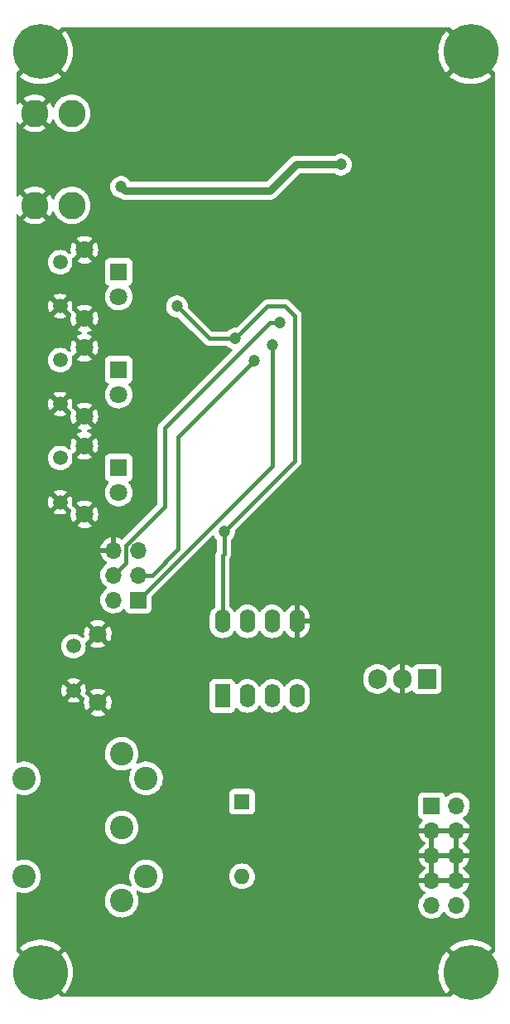
<source format=gbl>
%TF.GenerationSoftware,KiCad,Pcbnew,(6.0.2)*%
%TF.CreationDate,2022-03-15T10:04:13+02:00*%
%TF.ProjectId,C-DAO,432d4441-4f2e-46b6-9963-61645f706362,0.1*%
%TF.SameCoordinates,Original*%
%TF.FileFunction,Copper,L2,Bot*%
%TF.FilePolarity,Positive*%
%FSLAX46Y46*%
G04 Gerber Fmt 4.6, Leading zero omitted, Abs format (unit mm)*
G04 Created by KiCad (PCBNEW (6.0.2)) date 2022-03-15 10:04:13*
%MOMM*%
%LPD*%
G01*
G04 APERTURE LIST*
%TA.AperFunction,ComponentPad*%
%ADD10C,1.498600*%
%TD*%
%TA.AperFunction,ComponentPad*%
%ADD11C,1.803400*%
%TD*%
%TA.AperFunction,ComponentPad*%
%ADD12R,1.800000X1.800000*%
%TD*%
%TA.AperFunction,ComponentPad*%
%ADD13C,1.800000*%
%TD*%
%TA.AperFunction,ConnectorPad*%
%ADD14C,5.600000*%
%TD*%
%TA.AperFunction,ComponentPad*%
%ADD15C,3.600000*%
%TD*%
%TA.AperFunction,ComponentPad*%
%ADD16C,2.800000*%
%TD*%
%TA.AperFunction,ComponentPad*%
%ADD17R,1.700000X1.700000*%
%TD*%
%TA.AperFunction,ComponentPad*%
%ADD18O,1.700000X1.700000*%
%TD*%
%TA.AperFunction,ComponentPad*%
%ADD19R,1.905000X2.000000*%
%TD*%
%TA.AperFunction,ComponentPad*%
%ADD20O,1.905000X2.000000*%
%TD*%
%TA.AperFunction,ComponentPad*%
%ADD21R,1.600000X2.400000*%
%TD*%
%TA.AperFunction,ComponentPad*%
%ADD22O,1.600000X2.400000*%
%TD*%
%TA.AperFunction,ComponentPad*%
%ADD23R,1.600000X1.600000*%
%TD*%
%TA.AperFunction,ComponentPad*%
%ADD24O,1.600000X1.600000*%
%TD*%
%TA.AperFunction,ComponentPad*%
%ADD25C,2.400000*%
%TD*%
%TA.AperFunction,ViaPad*%
%ADD26C,1.200000*%
%TD*%
%TA.AperFunction,Conductor*%
%ADD27C,0.800000*%
%TD*%
%TA.AperFunction,Conductor*%
%ADD28C,0.400000*%
%TD*%
G04 APERTURE END LIST*
D10*
X112000000Y-95500000D03*
X112000000Y-99995800D03*
D11*
X114489200Y-94242700D03*
X114489200Y-101253100D03*
D10*
X112000000Y-85500000D03*
X112000000Y-89995800D03*
D11*
X114489200Y-84242700D03*
X114489200Y-91253100D03*
D10*
X112000000Y-75500000D03*
X112000000Y-79995800D03*
D11*
X114489200Y-74242700D03*
X114489200Y-81253100D03*
D10*
X113363800Y-114720600D03*
X113363800Y-119216400D03*
D11*
X115853000Y-113463300D03*
X115853000Y-120473700D03*
D12*
X118000000Y-76480000D03*
D13*
X118000000Y-79020000D03*
D12*
X118000000Y-96480000D03*
D13*
X118000000Y-99020000D03*
D12*
X118000000Y-86480000D03*
D13*
X118000000Y-89020000D03*
D14*
X110000000Y-148000000D03*
D15*
X110000000Y-148000000D03*
D14*
X154000000Y-54000000D03*
D15*
X154000000Y-54000000D03*
D16*
X109400000Y-60300000D03*
X109400000Y-69700000D03*
X113200000Y-69700000D03*
X113200000Y-60300000D03*
D17*
X120000000Y-110000000D03*
D18*
X117460000Y-110000000D03*
X120000000Y-107460000D03*
X117460000Y-107460000D03*
X120000000Y-104920000D03*
X117460000Y-104920000D03*
D15*
X154000000Y-148000000D03*
D14*
X154000000Y-148000000D03*
D17*
X150000000Y-131000000D03*
D18*
X152540000Y-131000000D03*
X150000000Y-133540000D03*
X152540000Y-133540000D03*
X150000000Y-136080000D03*
X152540000Y-136080000D03*
X150000000Y-138620000D03*
X152540000Y-138620000D03*
X150000000Y-141160000D03*
X152540000Y-141160000D03*
D19*
X149540000Y-118055000D03*
D20*
X147000000Y-118055000D03*
X144460000Y-118055000D03*
D21*
X128600000Y-119800000D03*
D22*
X131140000Y-119800000D03*
X133680000Y-119800000D03*
X136220000Y-119800000D03*
X136220000Y-112180000D03*
X133680000Y-112180000D03*
X131140000Y-112180000D03*
X128600000Y-112180000D03*
D15*
X110000000Y-54000000D03*
D14*
X110000000Y-54000000D03*
D23*
X130600000Y-130590000D03*
D24*
X130600000Y-138210000D03*
D25*
X118300000Y-133200000D03*
X118300000Y-125700000D03*
X118300000Y-140700000D03*
X120800000Y-128200000D03*
X120800000Y-138200000D03*
X108300000Y-138200000D03*
X108300000Y-128200000D03*
D26*
X147447000Y-89662000D03*
X118237000Y-67818000D03*
X140716000Y-65532000D03*
X124079000Y-112649000D03*
X124206000Y-109347000D03*
X130302000Y-61468000D03*
X147955000Y-104521000D03*
X139446000Y-62484000D03*
X126365000Y-57023000D03*
X128397000Y-84709000D03*
X146050000Y-95377000D03*
X119380000Y-70104000D03*
X141986000Y-99822000D03*
X132715000Y-62992000D03*
X137000000Y-101000000D03*
X151003000Y-99822000D03*
X128778000Y-102997000D03*
X123952000Y-80010000D03*
X129921000Y-83312000D03*
X133731000Y-83947000D03*
X131826000Y-85598000D03*
X134493000Y-81661000D03*
D27*
X137795000Y-65532000D02*
X137160000Y-65532000D01*
X137160000Y-65532000D02*
X136144000Y-65532000D01*
X133477000Y-68199000D02*
X118618000Y-68199000D01*
X138176000Y-65532000D02*
X137795000Y-65532000D01*
X136144000Y-65532000D02*
X133477000Y-68199000D01*
X140716000Y-65532000D02*
X138176000Y-65532000D01*
X118618000Y-68199000D02*
X118237000Y-67818000D01*
D28*
X128600000Y-105461000D02*
X128600000Y-112180000D01*
X136000000Y-81000000D02*
X135000000Y-80000000D01*
X129921000Y-83312000D02*
X127254000Y-83312000D01*
X136000000Y-95775000D02*
X136000000Y-81000000D01*
X127254000Y-83312000D02*
X123952000Y-80010000D01*
X128778000Y-102997000D02*
X136000000Y-95775000D01*
X128778000Y-102997000D02*
X128778000Y-105283000D01*
X133233000Y-80000000D02*
X129921000Y-83312000D01*
X135000000Y-80000000D02*
X133233000Y-80000000D01*
X128778000Y-105283000D02*
X128600000Y-105461000D01*
X120000000Y-110000000D02*
X133731000Y-96269000D01*
X133731000Y-96269000D02*
X133731000Y-83947000D01*
X124079000Y-104775000D02*
X121394000Y-107460000D01*
X131826000Y-85598000D02*
X124079000Y-93345000D01*
X121394000Y-107460000D02*
X120000000Y-107460000D01*
X124079000Y-93345000D02*
X124079000Y-104775000D01*
X133477000Y-81661000D02*
X122682000Y-92456000D01*
X134493000Y-81661000D02*
X133477000Y-81661000D01*
X118745000Y-106175000D02*
X117460000Y-107460000D01*
X122682000Y-100470924D02*
X118745000Y-104407924D01*
X122682000Y-92456000D02*
X122682000Y-100470924D01*
X118745000Y-104407924D02*
X118745000Y-106175000D01*
%TA.AperFunction,Conductor*%
G36*
X151883142Y-51528002D02*
G01*
X151904116Y-51544905D01*
X153987190Y-53627980D01*
X154001131Y-53635592D01*
X154002966Y-53635461D01*
X154009580Y-53631210D01*
X155391587Y-52249203D01*
X155453899Y-52215177D01*
X155524714Y-52220242D01*
X155569777Y-52249203D01*
X155750797Y-52430223D01*
X155784823Y-52492535D01*
X155779758Y-52563350D01*
X155750797Y-52608413D01*
X154372022Y-53987188D01*
X154364408Y-54001132D01*
X154364539Y-54002965D01*
X154368790Y-54009580D01*
X156455095Y-56095884D01*
X156489120Y-56158196D01*
X156492000Y-56184979D01*
X156492000Y-145815021D01*
X156471998Y-145883142D01*
X156455095Y-145904116D01*
X154372020Y-147987190D01*
X154364408Y-148001131D01*
X154364539Y-148002966D01*
X154368790Y-148009580D01*
X155750797Y-149391587D01*
X155784823Y-149453899D01*
X155779758Y-149524714D01*
X155750797Y-149569777D01*
X155569777Y-149750797D01*
X155507465Y-149784823D01*
X155436650Y-149779758D01*
X155391587Y-149750797D01*
X154012812Y-148372022D01*
X153998868Y-148364408D01*
X153997035Y-148364539D01*
X153990420Y-148368790D01*
X151904116Y-150455095D01*
X151841804Y-150489120D01*
X151815021Y-150492000D01*
X112184979Y-150492000D01*
X112116858Y-150471998D01*
X112095884Y-150455095D01*
X110012810Y-148372020D01*
X109998869Y-148364408D01*
X109997034Y-148364539D01*
X109990420Y-148368790D01*
X108608413Y-149750797D01*
X108546101Y-149784823D01*
X108475286Y-149779758D01*
X108430223Y-149750797D01*
X108249203Y-149569777D01*
X108215177Y-149507465D01*
X108220242Y-149436650D01*
X108249203Y-149391587D01*
X109627978Y-148012812D01*
X109634356Y-148001131D01*
X110364408Y-148001131D01*
X110364539Y-148002966D01*
X110368790Y-148009580D01*
X112499009Y-150139798D01*
X112512605Y-150147223D01*
X112522218Y-150140522D01*
X112622518Y-150023912D01*
X112626676Y-150018514D01*
X112825762Y-149728840D01*
X112829310Y-149723029D01*
X112995942Y-149413559D01*
X112998849Y-149407381D01*
X113131090Y-149081713D01*
X113133304Y-149075283D01*
X113229598Y-148737237D01*
X113231105Y-148730607D01*
X113290332Y-148384118D01*
X113291112Y-148377378D01*
X113312668Y-148024925D01*
X113312784Y-148021323D01*
X113312853Y-148001819D01*
X113312761Y-147998194D01*
X113312416Y-147991832D01*
X150687333Y-147991832D01*
X150705117Y-148342893D01*
X150705827Y-148349649D01*
X150761420Y-148696723D01*
X150762859Y-148703378D01*
X150855608Y-149042410D01*
X150857757Y-149048871D01*
X150986581Y-149375912D01*
X150989412Y-149382095D01*
X151152803Y-149693310D01*
X151156286Y-149699152D01*
X151352330Y-149990896D01*
X151356433Y-149996340D01*
X151476425Y-150138836D01*
X151489164Y-150147279D01*
X151499608Y-150141181D01*
X153627980Y-148012810D01*
X153635592Y-147998869D01*
X153635461Y-147997034D01*
X153631210Y-147990420D01*
X151500992Y-145860203D01*
X151487455Y-145852811D01*
X151477753Y-145859599D01*
X151370430Y-145985257D01*
X151366296Y-145990664D01*
X151168215Y-146281041D01*
X151164697Y-146286851D01*
X150999134Y-146596922D01*
X150996259Y-146603087D01*
X150865155Y-146929218D01*
X150862962Y-146935658D01*
X150767846Y-147274044D01*
X150766363Y-147280679D01*
X150708350Y-147627354D01*
X150707591Y-147634126D01*
X150687357Y-147985037D01*
X150687333Y-147991832D01*
X113312416Y-147991832D01*
X113293666Y-147645615D01*
X113292931Y-147638849D01*
X113236130Y-147291985D01*
X113234663Y-147285313D01*
X113140736Y-146946627D01*
X113138562Y-146940163D01*
X113008598Y-146613578D01*
X113005742Y-146607398D01*
X112841269Y-146296763D01*
X112837769Y-146290937D01*
X112640697Y-145999862D01*
X112636590Y-145994453D01*
X112523565Y-145861179D01*
X112510740Y-145852743D01*
X112500416Y-145858795D01*
X110372020Y-147987190D01*
X110364408Y-148001131D01*
X109634356Y-148001131D01*
X109635592Y-147998868D01*
X109635461Y-147997035D01*
X109631210Y-147990420D01*
X107544905Y-145904116D01*
X107510880Y-145841804D01*
X107508000Y-145815021D01*
X107508000Y-145486862D01*
X107849950Y-145486862D01*
X107849986Y-145487704D01*
X107855037Y-145495826D01*
X109291589Y-146932379D01*
X109987190Y-147627980D01*
X110001131Y-147635592D01*
X110002966Y-147635461D01*
X110009580Y-147631210D01*
X112142798Y-145497991D01*
X112148875Y-145486862D01*
X151849950Y-145486862D01*
X151849986Y-145487704D01*
X151855037Y-145495826D01*
X153987190Y-147627980D01*
X154001131Y-147635592D01*
X154002966Y-147635461D01*
X154009580Y-147631210D01*
X156142798Y-145497991D01*
X156150412Y-145484047D01*
X156150344Y-145483089D01*
X156145836Y-145476272D01*
X156144418Y-145475065D01*
X155864813Y-145262064D01*
X155859187Y-145258240D01*
X155558214Y-145076681D01*
X155552202Y-145073484D01*
X155233370Y-144925487D01*
X155227070Y-144922967D01*
X154894129Y-144810273D01*
X154887551Y-144808437D01*
X154544417Y-144732367D01*
X154537678Y-144731251D01*
X154188310Y-144692680D01*
X154181529Y-144692301D01*
X153830015Y-144691687D01*
X153823242Y-144692042D01*
X153473720Y-144729395D01*
X153467010Y-144730482D01*
X153123586Y-144805361D01*
X153117011Y-144807172D01*
X152783683Y-144918702D01*
X152777361Y-144921205D01*
X152458034Y-145068079D01*
X152451991Y-145071265D01*
X152150401Y-145251763D01*
X152144755Y-145255571D01*
X151864408Y-145467596D01*
X151859211Y-145471987D01*
X151857972Y-145473155D01*
X151849950Y-145486862D01*
X112148875Y-145486862D01*
X112150412Y-145484047D01*
X112150344Y-145483089D01*
X112145836Y-145476272D01*
X112144418Y-145475065D01*
X111864813Y-145262064D01*
X111859187Y-145258240D01*
X111558214Y-145076681D01*
X111552202Y-145073484D01*
X111233370Y-144925487D01*
X111227070Y-144922967D01*
X110894129Y-144810273D01*
X110887551Y-144808437D01*
X110544417Y-144732367D01*
X110537678Y-144731251D01*
X110188310Y-144692680D01*
X110181529Y-144692301D01*
X109830015Y-144691687D01*
X109823242Y-144692042D01*
X109473720Y-144729395D01*
X109467010Y-144730482D01*
X109123586Y-144805361D01*
X109117011Y-144807172D01*
X108783683Y-144918702D01*
X108777361Y-144921205D01*
X108458034Y-145068079D01*
X108451991Y-145071265D01*
X108150401Y-145251763D01*
X108144755Y-145255571D01*
X107864408Y-145467596D01*
X107859211Y-145471987D01*
X107857972Y-145473155D01*
X107849950Y-145486862D01*
X107508000Y-145486862D01*
X107508000Y-140655151D01*
X116587296Y-140655151D01*
X116587520Y-140659817D01*
X116587520Y-140659822D01*
X116590445Y-140720702D01*
X116599480Y-140908798D01*
X116649021Y-141157857D01*
X116650600Y-141162255D01*
X116650602Y-141162262D01*
X116695022Y-141285980D01*
X116734831Y-141396858D01*
X116737048Y-141400984D01*
X116762348Y-141448069D01*
X116855025Y-141620551D01*
X116857820Y-141624294D01*
X116857822Y-141624297D01*
X117004171Y-141820282D01*
X117004176Y-141820288D01*
X117006963Y-141824020D01*
X117010272Y-141827300D01*
X117010277Y-141827306D01*
X117183990Y-141999509D01*
X117187307Y-142002797D01*
X117191069Y-142005555D01*
X117191072Y-142005558D01*
X117237080Y-142039292D01*
X117392094Y-142152953D01*
X117396229Y-142155129D01*
X117396233Y-142155131D01*
X117476819Y-142197529D01*
X117616827Y-142271191D01*
X117856568Y-142354912D01*
X118106050Y-142402278D01*
X118226532Y-142407011D01*
X118355125Y-142412064D01*
X118355130Y-142412064D01*
X118359793Y-142412247D01*
X118458774Y-142401407D01*
X118607569Y-142385112D01*
X118607575Y-142385111D01*
X118612222Y-142384602D01*
X118721680Y-142355784D01*
X118853273Y-142321138D01*
X118857793Y-142319948D01*
X118976353Y-142269011D01*
X119086807Y-142221557D01*
X119086810Y-142221555D01*
X119091110Y-142219708D01*
X119095090Y-142217245D01*
X119095094Y-142217243D01*
X119303064Y-142088547D01*
X119303066Y-142088545D01*
X119307047Y-142086082D01*
X119405428Y-142002797D01*
X119497289Y-141925031D01*
X119497291Y-141925029D01*
X119500862Y-141922006D01*
X119668295Y-141731084D01*
X119716040Y-141656857D01*
X119803141Y-141521442D01*
X119805669Y-141517512D01*
X119909967Y-141285980D01*
X119954890Y-141126695D01*
X148637251Y-141126695D01*
X148637548Y-141131848D01*
X148637548Y-141131851D01*
X148643011Y-141226590D01*
X148650110Y-141349715D01*
X148651247Y-141354761D01*
X148651248Y-141354767D01*
X148660734Y-141396858D01*
X148699222Y-141567639D01*
X148783266Y-141774616D01*
X148834019Y-141857438D01*
X148897291Y-141960688D01*
X148899987Y-141965088D01*
X149046250Y-142133938D01*
X149218126Y-142276632D01*
X149411000Y-142389338D01*
X149415825Y-142391180D01*
X149415826Y-142391181D01*
X149488612Y-142418975D01*
X149619692Y-142469030D01*
X149624760Y-142470061D01*
X149624763Y-142470062D01*
X149732017Y-142491883D01*
X149838597Y-142513567D01*
X149843772Y-142513757D01*
X149843774Y-142513757D01*
X150056673Y-142521564D01*
X150056677Y-142521564D01*
X150061837Y-142521753D01*
X150066957Y-142521097D01*
X150066959Y-142521097D01*
X150278288Y-142494025D01*
X150278289Y-142494025D01*
X150283416Y-142493368D01*
X150288366Y-142491883D01*
X150492429Y-142430661D01*
X150492434Y-142430659D01*
X150497384Y-142429174D01*
X150697994Y-142330896D01*
X150879860Y-142201173D01*
X150931024Y-142150188D01*
X151034435Y-142047137D01*
X151038096Y-142043489D01*
X151097594Y-141960689D01*
X151168453Y-141862077D01*
X151169776Y-141863028D01*
X151216645Y-141819857D01*
X151286580Y-141807625D01*
X151352026Y-141835144D01*
X151379875Y-141866994D01*
X151439987Y-141965088D01*
X151586250Y-142133938D01*
X151758126Y-142276632D01*
X151951000Y-142389338D01*
X151955825Y-142391180D01*
X151955826Y-142391181D01*
X152028612Y-142418975D01*
X152159692Y-142469030D01*
X152164760Y-142470061D01*
X152164763Y-142470062D01*
X152272017Y-142491883D01*
X152378597Y-142513567D01*
X152383772Y-142513757D01*
X152383774Y-142513757D01*
X152596673Y-142521564D01*
X152596677Y-142521564D01*
X152601837Y-142521753D01*
X152606957Y-142521097D01*
X152606959Y-142521097D01*
X152818288Y-142494025D01*
X152818289Y-142494025D01*
X152823416Y-142493368D01*
X152828366Y-142491883D01*
X153032429Y-142430661D01*
X153032434Y-142430659D01*
X153037384Y-142429174D01*
X153237994Y-142330896D01*
X153419860Y-142201173D01*
X153471024Y-142150188D01*
X153574435Y-142047137D01*
X153578096Y-142043489D01*
X153637594Y-141960689D01*
X153705435Y-141866277D01*
X153708453Y-141862077D01*
X153729110Y-141820282D01*
X153805136Y-141666453D01*
X153805137Y-141666451D01*
X153807430Y-141661811D01*
X153872370Y-141448069D01*
X153901529Y-141226590D01*
X153903156Y-141160000D01*
X153884852Y-140937361D01*
X153830431Y-140720702D01*
X153741354Y-140515840D01*
X153620014Y-140328277D01*
X153469670Y-140163051D01*
X153465619Y-140159852D01*
X153465615Y-140159848D01*
X153298414Y-140027800D01*
X153298410Y-140027798D01*
X153294359Y-140024598D01*
X153252569Y-140001529D01*
X153202598Y-139951097D01*
X153187826Y-139881654D01*
X153212942Y-139815248D01*
X153240294Y-139788641D01*
X153415328Y-139663792D01*
X153423200Y-139657139D01*
X153574052Y-139506812D01*
X153580730Y-139498965D01*
X153705003Y-139326020D01*
X153710313Y-139317183D01*
X153804670Y-139126267D01*
X153808469Y-139116672D01*
X153870377Y-138912910D01*
X153872555Y-138902837D01*
X153873986Y-138891962D01*
X153871775Y-138877778D01*
X153858617Y-138874000D01*
X148683225Y-138874000D01*
X148669694Y-138877973D01*
X148668257Y-138887966D01*
X148698565Y-139022446D01*
X148701645Y-139032275D01*
X148781770Y-139229603D01*
X148786413Y-139238794D01*
X148897694Y-139420388D01*
X148903777Y-139428699D01*
X149043213Y-139589667D01*
X149050580Y-139596883D01*
X149214434Y-139732916D01*
X149222881Y-139738831D01*
X149291969Y-139779203D01*
X149340693Y-139830842D01*
X149353764Y-139900625D01*
X149327033Y-139966396D01*
X149286584Y-139999752D01*
X149273607Y-140006507D01*
X149269474Y-140009610D01*
X149269471Y-140009612D01*
X149245247Y-140027800D01*
X149094965Y-140140635D01*
X148940629Y-140302138D01*
X148937720Y-140306403D01*
X148937714Y-140306411D01*
X148868996Y-140407148D01*
X148814743Y-140486680D01*
X148799003Y-140520590D01*
X148736542Y-140655151D01*
X148720688Y-140689305D01*
X148660989Y-140904570D01*
X148637251Y-141126695D01*
X119954890Y-141126695D01*
X119978896Y-141041575D01*
X120010943Y-140789667D01*
X120013291Y-140700000D01*
X119999379Y-140512792D01*
X119994818Y-140451411D01*
X119994817Y-140451407D01*
X119994472Y-140446759D01*
X119962713Y-140306403D01*
X119939459Y-140203639D01*
X119938428Y-140199082D01*
X119936735Y-140194728D01*
X119848084Y-139966762D01*
X119848083Y-139966760D01*
X119846391Y-139962409D01*
X119788321Y-139860807D01*
X119771884Y-139791741D01*
X119795397Y-139724751D01*
X119851395Y-139681108D01*
X119922099Y-139674667D01*
X119956381Y-139686777D01*
X120112679Y-139769009D01*
X120112683Y-139769011D01*
X120116827Y-139771191D01*
X120356568Y-139854912D01*
X120606050Y-139902278D01*
X120726532Y-139907011D01*
X120855125Y-139912064D01*
X120855130Y-139912064D01*
X120859793Y-139912247D01*
X120965915Y-139900625D01*
X121107569Y-139885112D01*
X121107575Y-139885111D01*
X121112222Y-139884602D01*
X121221680Y-139855784D01*
X121353273Y-139821138D01*
X121357793Y-139819948D01*
X121476358Y-139769009D01*
X121586807Y-139721557D01*
X121586810Y-139721555D01*
X121591110Y-139719708D01*
X121595090Y-139717245D01*
X121595094Y-139717243D01*
X121803064Y-139588547D01*
X121803066Y-139588545D01*
X121807047Y-139586082D01*
X121858508Y-139542517D01*
X121997289Y-139425031D01*
X121997291Y-139425029D01*
X122000862Y-139422006D01*
X122168295Y-139231084D01*
X122174614Y-139221261D01*
X122296173Y-139032275D01*
X122305669Y-139017512D01*
X122409967Y-138785980D01*
X122478896Y-138541575D01*
X122501738Y-138362027D01*
X122510545Y-138292798D01*
X122510545Y-138292792D01*
X122510943Y-138289667D01*
X122513029Y-138210000D01*
X129286502Y-138210000D01*
X129306457Y-138438087D01*
X129365716Y-138659243D01*
X129368039Y-138664224D01*
X129368039Y-138664225D01*
X129460151Y-138861762D01*
X129460154Y-138861767D01*
X129462477Y-138866749D01*
X129535902Y-138971611D01*
X129579621Y-139034047D01*
X129593802Y-139054300D01*
X129755700Y-139216198D01*
X129760208Y-139219355D01*
X129760211Y-139219357D01*
X129774844Y-139229603D01*
X129943251Y-139347523D01*
X129948233Y-139349846D01*
X129948238Y-139349849D01*
X130145775Y-139441961D01*
X130150757Y-139444284D01*
X130156065Y-139445706D01*
X130156067Y-139445707D01*
X130366598Y-139502119D01*
X130366600Y-139502119D01*
X130371913Y-139503543D01*
X130600000Y-139523498D01*
X130828087Y-139503543D01*
X130833400Y-139502119D01*
X130833402Y-139502119D01*
X131043933Y-139445707D01*
X131043935Y-139445706D01*
X131049243Y-139444284D01*
X131054225Y-139441961D01*
X131251762Y-139349849D01*
X131251767Y-139349846D01*
X131256749Y-139347523D01*
X131425156Y-139229603D01*
X131439789Y-139219357D01*
X131439792Y-139219355D01*
X131444300Y-139216198D01*
X131606198Y-139054300D01*
X131620380Y-139034047D01*
X131664098Y-138971611D01*
X131737523Y-138866749D01*
X131739846Y-138861767D01*
X131739849Y-138861762D01*
X131831961Y-138664225D01*
X131831961Y-138664224D01*
X131834284Y-138659243D01*
X131893543Y-138438087D01*
X131900884Y-138354183D01*
X148664389Y-138354183D01*
X148665912Y-138362607D01*
X148678292Y-138366000D01*
X149727885Y-138366000D01*
X149743124Y-138361525D01*
X149744329Y-138360135D01*
X149746000Y-138352452D01*
X149746000Y-138347885D01*
X150254000Y-138347885D01*
X150258475Y-138363124D01*
X150259865Y-138364329D01*
X150267548Y-138366000D01*
X152267885Y-138366000D01*
X152283124Y-138361525D01*
X152284329Y-138360135D01*
X152286000Y-138352452D01*
X152286000Y-138347885D01*
X152794000Y-138347885D01*
X152798475Y-138363124D01*
X152799865Y-138364329D01*
X152807548Y-138366000D01*
X153858344Y-138366000D01*
X153871875Y-138362027D01*
X153873180Y-138352947D01*
X153831214Y-138185875D01*
X153827894Y-138176124D01*
X153742972Y-137980814D01*
X153738105Y-137971739D01*
X153622426Y-137792926D01*
X153616136Y-137784757D01*
X153472806Y-137627240D01*
X153465273Y-137620215D01*
X153298139Y-137488222D01*
X153289552Y-137482517D01*
X153252116Y-137461851D01*
X153202146Y-137411419D01*
X153187374Y-137341976D01*
X153212490Y-137275571D01*
X153239842Y-137248964D01*
X153415327Y-137123792D01*
X153423200Y-137117139D01*
X153574052Y-136966812D01*
X153580730Y-136958965D01*
X153705003Y-136786020D01*
X153710313Y-136777183D01*
X153804670Y-136586267D01*
X153808469Y-136576672D01*
X153870377Y-136372910D01*
X153872555Y-136362837D01*
X153873986Y-136351962D01*
X153871775Y-136337778D01*
X153858617Y-136334000D01*
X152812115Y-136334000D01*
X152796876Y-136338475D01*
X152795671Y-136339865D01*
X152794000Y-136347548D01*
X152794000Y-138347885D01*
X152286000Y-138347885D01*
X152286000Y-136352115D01*
X152281525Y-136336876D01*
X152280135Y-136335671D01*
X152272452Y-136334000D01*
X150272115Y-136334000D01*
X150256876Y-136338475D01*
X150255671Y-136339865D01*
X150254000Y-136347548D01*
X150254000Y-138347885D01*
X149746000Y-138347885D01*
X149746000Y-136352115D01*
X149741525Y-136336876D01*
X149740135Y-136335671D01*
X149732452Y-136334000D01*
X148683225Y-136334000D01*
X148669694Y-136337973D01*
X148668257Y-136347966D01*
X148698565Y-136482446D01*
X148701645Y-136492275D01*
X148781770Y-136689603D01*
X148786413Y-136698794D01*
X148897694Y-136880388D01*
X148903777Y-136888699D01*
X149043213Y-137049667D01*
X149050580Y-137056883D01*
X149214434Y-137192916D01*
X149222881Y-137198831D01*
X149292479Y-137239501D01*
X149341203Y-137291140D01*
X149354274Y-137360923D01*
X149327543Y-137426694D01*
X149287087Y-137460053D01*
X149278462Y-137464542D01*
X149269738Y-137470036D01*
X149099433Y-137597905D01*
X149091726Y-137604748D01*
X148944590Y-137758717D01*
X148938104Y-137766727D01*
X148818098Y-137942649D01*
X148813000Y-137951623D01*
X148723338Y-138144783D01*
X148719775Y-138154470D01*
X148664389Y-138354183D01*
X131900884Y-138354183D01*
X131913498Y-138210000D01*
X131893543Y-137981913D01*
X131885370Y-137951411D01*
X131835707Y-137766067D01*
X131835706Y-137766065D01*
X131834284Y-137760757D01*
X131805525Y-137699082D01*
X131739849Y-137558238D01*
X131739846Y-137558233D01*
X131737523Y-137553251D01*
X131606198Y-137365700D01*
X131444300Y-137203802D01*
X131439792Y-137200645D01*
X131439789Y-137200643D01*
X131330034Y-137123792D01*
X131256749Y-137072477D01*
X131251767Y-137070154D01*
X131251762Y-137070151D01*
X131054225Y-136978039D01*
X131054224Y-136978039D01*
X131049243Y-136975716D01*
X131043935Y-136974294D01*
X131043933Y-136974293D01*
X130833402Y-136917881D01*
X130833400Y-136917881D01*
X130828087Y-136916457D01*
X130600000Y-136896502D01*
X130371913Y-136916457D01*
X130366600Y-136917881D01*
X130366598Y-136917881D01*
X130156067Y-136974293D01*
X130156065Y-136974294D01*
X130150757Y-136975716D01*
X130145776Y-136978039D01*
X130145775Y-136978039D01*
X129948238Y-137070151D01*
X129948233Y-137070154D01*
X129943251Y-137072477D01*
X129869966Y-137123792D01*
X129760211Y-137200643D01*
X129760208Y-137200645D01*
X129755700Y-137203802D01*
X129593802Y-137365700D01*
X129462477Y-137553251D01*
X129460154Y-137558233D01*
X129460151Y-137558238D01*
X129394475Y-137699082D01*
X129365716Y-137760757D01*
X129364294Y-137766065D01*
X129364293Y-137766067D01*
X129314630Y-137951411D01*
X129306457Y-137981913D01*
X129286502Y-138210000D01*
X122513029Y-138210000D01*
X122513291Y-138200000D01*
X122497492Y-137987393D01*
X122494818Y-137951411D01*
X122494817Y-137951407D01*
X122494472Y-137946759D01*
X122438428Y-137699082D01*
X122410490Y-137627240D01*
X122348084Y-137466762D01*
X122348083Y-137466760D01*
X122346391Y-137462409D01*
X122325866Y-137426498D01*
X122222702Y-137245997D01*
X122222700Y-137245995D01*
X122220383Y-137241940D01*
X122063171Y-137042517D01*
X121974352Y-136958965D01*
X121881610Y-136871722D01*
X121881608Y-136871720D01*
X121878209Y-136868523D01*
X121754390Y-136782627D01*
X121673393Y-136726437D01*
X121673390Y-136726435D01*
X121669561Y-136723779D01*
X121665384Y-136721719D01*
X121665377Y-136721715D01*
X121445996Y-136613528D01*
X121445992Y-136613527D01*
X121441810Y-136611464D01*
X121199960Y-136534047D01*
X121195355Y-136533297D01*
X120953935Y-136493980D01*
X120953934Y-136493980D01*
X120949323Y-136493229D01*
X120822365Y-136491567D01*
X120700083Y-136489966D01*
X120700080Y-136489966D01*
X120695406Y-136489905D01*
X120443787Y-136524149D01*
X120199993Y-136595208D01*
X119969380Y-136701522D01*
X119965471Y-136704085D01*
X119760928Y-136838189D01*
X119760923Y-136838193D01*
X119757015Y-136840755D01*
X119567562Y-137009848D01*
X119405183Y-137205087D01*
X119273447Y-137422182D01*
X119271638Y-137426496D01*
X119271637Y-137426498D01*
X119196891Y-137604748D01*
X119175246Y-137656365D01*
X119174095Y-137660897D01*
X119174094Y-137660900D01*
X119143017Y-137783267D01*
X119112738Y-137902490D01*
X119087296Y-138155151D01*
X119087520Y-138159817D01*
X119087520Y-138159822D01*
X119093033Y-138274579D01*
X119099480Y-138408798D01*
X119149021Y-138657857D01*
X119150600Y-138662255D01*
X119150602Y-138662262D01*
X119195022Y-138785980D01*
X119234831Y-138896858D01*
X119303930Y-139025457D01*
X119311038Y-139038686D01*
X119325660Y-139108161D01*
X119300401Y-139174512D01*
X119243280Y-139216674D01*
X119172432Y-139221261D01*
X119144320Y-139211331D01*
X119020714Y-139150375D01*
X118945996Y-139113528D01*
X118945992Y-139113527D01*
X118941810Y-139111464D01*
X118699960Y-139034047D01*
X118695355Y-139033297D01*
X118453935Y-138993980D01*
X118453934Y-138993980D01*
X118449323Y-138993229D01*
X118322364Y-138991567D01*
X118200083Y-138989966D01*
X118200080Y-138989966D01*
X118195406Y-138989905D01*
X117943787Y-139024149D01*
X117699993Y-139095208D01*
X117469380Y-139201522D01*
X117424291Y-139231084D01*
X117260928Y-139338189D01*
X117260923Y-139338193D01*
X117257015Y-139340755D01*
X117249432Y-139347523D01*
X117076222Y-139502119D01*
X117067562Y-139509848D01*
X116905183Y-139705087D01*
X116773447Y-139922182D01*
X116771638Y-139926496D01*
X116771637Y-139926498D01*
X116680275Y-140144373D01*
X116675246Y-140156365D01*
X116612738Y-140402490D01*
X116587296Y-140655151D01*
X107508000Y-140655151D01*
X107508000Y-139910650D01*
X107528002Y-139842529D01*
X107581658Y-139796036D01*
X107651932Y-139785932D01*
X107675541Y-139791695D01*
X107796556Y-139833955D01*
X107856568Y-139854912D01*
X108106050Y-139902278D01*
X108226532Y-139907011D01*
X108355125Y-139912064D01*
X108355130Y-139912064D01*
X108359793Y-139912247D01*
X108465915Y-139900625D01*
X108607569Y-139885112D01*
X108607575Y-139885111D01*
X108612222Y-139884602D01*
X108721680Y-139855784D01*
X108853273Y-139821138D01*
X108857793Y-139819948D01*
X108976358Y-139769009D01*
X109086807Y-139721557D01*
X109086810Y-139721555D01*
X109091110Y-139719708D01*
X109095090Y-139717245D01*
X109095094Y-139717243D01*
X109303064Y-139588547D01*
X109303066Y-139588545D01*
X109307047Y-139586082D01*
X109358508Y-139542517D01*
X109497289Y-139425031D01*
X109497291Y-139425029D01*
X109500862Y-139422006D01*
X109668295Y-139231084D01*
X109674614Y-139221261D01*
X109796173Y-139032275D01*
X109805669Y-139017512D01*
X109909967Y-138785980D01*
X109978896Y-138541575D01*
X110001738Y-138362027D01*
X110010545Y-138292798D01*
X110010545Y-138292792D01*
X110010943Y-138289667D01*
X110013291Y-138200000D01*
X109997492Y-137987393D01*
X109994818Y-137951411D01*
X109994817Y-137951407D01*
X109994472Y-137946759D01*
X109938428Y-137699082D01*
X109910490Y-137627240D01*
X109848084Y-137466762D01*
X109848083Y-137466760D01*
X109846391Y-137462409D01*
X109825866Y-137426498D01*
X109722702Y-137245997D01*
X109722700Y-137245995D01*
X109720383Y-137241940D01*
X109563171Y-137042517D01*
X109474352Y-136958965D01*
X109381610Y-136871722D01*
X109381608Y-136871720D01*
X109378209Y-136868523D01*
X109254390Y-136782627D01*
X109173393Y-136726437D01*
X109173390Y-136726435D01*
X109169561Y-136723779D01*
X109165384Y-136721719D01*
X109165377Y-136721715D01*
X108945996Y-136613528D01*
X108945992Y-136613527D01*
X108941810Y-136611464D01*
X108699960Y-136534047D01*
X108695355Y-136533297D01*
X108453935Y-136493980D01*
X108453934Y-136493980D01*
X108449323Y-136493229D01*
X108322365Y-136491567D01*
X108200083Y-136489966D01*
X108200080Y-136489966D01*
X108195406Y-136489905D01*
X107943787Y-136524149D01*
X107699993Y-136595208D01*
X107686752Y-136601312D01*
X107616516Y-136611668D01*
X107551830Y-136582407D01*
X107513232Y-136522819D01*
X107508000Y-136486887D01*
X107508000Y-135814183D01*
X148664389Y-135814183D01*
X148665912Y-135822607D01*
X148678292Y-135826000D01*
X149727885Y-135826000D01*
X149743124Y-135821525D01*
X149744329Y-135820135D01*
X149746000Y-135812452D01*
X149746000Y-135807885D01*
X150254000Y-135807885D01*
X150258475Y-135823124D01*
X150259865Y-135824329D01*
X150267548Y-135826000D01*
X152267885Y-135826000D01*
X152283124Y-135821525D01*
X152284329Y-135820135D01*
X152286000Y-135812452D01*
X152286000Y-135807885D01*
X152794000Y-135807885D01*
X152798475Y-135823124D01*
X152799865Y-135824329D01*
X152807548Y-135826000D01*
X153858344Y-135826000D01*
X153871875Y-135822027D01*
X153873180Y-135812947D01*
X153831214Y-135645875D01*
X153827894Y-135636124D01*
X153742972Y-135440814D01*
X153738105Y-135431739D01*
X153622426Y-135252926D01*
X153616136Y-135244757D01*
X153472806Y-135087240D01*
X153465273Y-135080215D01*
X153298139Y-134948222D01*
X153289552Y-134942517D01*
X153252116Y-134921851D01*
X153202146Y-134871419D01*
X153187374Y-134801976D01*
X153212490Y-134735571D01*
X153239842Y-134708964D01*
X153415327Y-134583792D01*
X153423200Y-134577139D01*
X153574052Y-134426812D01*
X153580730Y-134418965D01*
X153705003Y-134246020D01*
X153710313Y-134237183D01*
X153804670Y-134046267D01*
X153808469Y-134036672D01*
X153870377Y-133832910D01*
X153872555Y-133822837D01*
X153873986Y-133811962D01*
X153871775Y-133797778D01*
X153858617Y-133794000D01*
X152812115Y-133794000D01*
X152796876Y-133798475D01*
X152795671Y-133799865D01*
X152794000Y-133807548D01*
X152794000Y-135807885D01*
X152286000Y-135807885D01*
X152286000Y-133812115D01*
X152281525Y-133796876D01*
X152280135Y-133795671D01*
X152272452Y-133794000D01*
X150272115Y-133794000D01*
X150256876Y-133798475D01*
X150255671Y-133799865D01*
X150254000Y-133807548D01*
X150254000Y-135807885D01*
X149746000Y-135807885D01*
X149746000Y-133812115D01*
X149741525Y-133796876D01*
X149740135Y-133795671D01*
X149732452Y-133794000D01*
X148683225Y-133794000D01*
X148669694Y-133797973D01*
X148668257Y-133807966D01*
X148698565Y-133942446D01*
X148701645Y-133952275D01*
X148781770Y-134149603D01*
X148786413Y-134158794D01*
X148897694Y-134340388D01*
X148903777Y-134348699D01*
X149043213Y-134509667D01*
X149050580Y-134516883D01*
X149214434Y-134652916D01*
X149222881Y-134658831D01*
X149292479Y-134699501D01*
X149341203Y-134751140D01*
X149354274Y-134820923D01*
X149327543Y-134886694D01*
X149287087Y-134920053D01*
X149278462Y-134924542D01*
X149269738Y-134930036D01*
X149099433Y-135057905D01*
X149091726Y-135064748D01*
X148944590Y-135218717D01*
X148938104Y-135226727D01*
X148818098Y-135402649D01*
X148813000Y-135411623D01*
X148723338Y-135604783D01*
X148719775Y-135614470D01*
X148664389Y-135814183D01*
X107508000Y-135814183D01*
X107508000Y-133155151D01*
X116587296Y-133155151D01*
X116599480Y-133408798D01*
X116649021Y-133657857D01*
X116650600Y-133662255D01*
X116650602Y-133662262D01*
X116704350Y-133811962D01*
X116734831Y-133896858D01*
X116855025Y-134120551D01*
X116857820Y-134124294D01*
X116857822Y-134124297D01*
X117004171Y-134320282D01*
X117004176Y-134320288D01*
X117006963Y-134324020D01*
X117010272Y-134327300D01*
X117010277Y-134327306D01*
X117108859Y-134425031D01*
X117187307Y-134502797D01*
X117191069Y-134505555D01*
X117191072Y-134505558D01*
X117296764Y-134583054D01*
X117392094Y-134652953D01*
X117396229Y-134655129D01*
X117396233Y-134655131D01*
X117403266Y-134658831D01*
X117616827Y-134771191D01*
X117856568Y-134854912D01*
X118106050Y-134902278D01*
X118226532Y-134907011D01*
X118355125Y-134912064D01*
X118355130Y-134912064D01*
X118359793Y-134912247D01*
X118458774Y-134901407D01*
X118607569Y-134885112D01*
X118607575Y-134885111D01*
X118612222Y-134884602D01*
X118721680Y-134855784D01*
X118853273Y-134821138D01*
X118857793Y-134819948D01*
X118976353Y-134769011D01*
X119086807Y-134721557D01*
X119086810Y-134721555D01*
X119091110Y-134719708D01*
X119095090Y-134717245D01*
X119095094Y-134717243D01*
X119303064Y-134588547D01*
X119303066Y-134588545D01*
X119307047Y-134586082D01*
X119317611Y-134577139D01*
X119497289Y-134425031D01*
X119497291Y-134425029D01*
X119500862Y-134422006D01*
X119668295Y-134231084D01*
X119714794Y-134158794D01*
X119803141Y-134021442D01*
X119805669Y-134017512D01*
X119909967Y-133785980D01*
X119978896Y-133541575D01*
X120010943Y-133289667D01*
X120011349Y-133274183D01*
X120013208Y-133203160D01*
X120013291Y-133200000D01*
X119994472Y-132946759D01*
X119977471Y-132871623D01*
X119952562Y-132761543D01*
X119938428Y-132699082D01*
X119936735Y-132694728D01*
X119848084Y-132466762D01*
X119848083Y-132466760D01*
X119846391Y-132462409D01*
X119825866Y-132426498D01*
X119722702Y-132245997D01*
X119722700Y-132245995D01*
X119720383Y-132241940D01*
X119563171Y-132042517D01*
X119409687Y-131898134D01*
X119381610Y-131871722D01*
X119381608Y-131871720D01*
X119378209Y-131868523D01*
X119219816Y-131758642D01*
X119173393Y-131726437D01*
X119173390Y-131726435D01*
X119169561Y-131723779D01*
X119165384Y-131721719D01*
X119165377Y-131721715D01*
X118945996Y-131613528D01*
X118945992Y-131613527D01*
X118941810Y-131611464D01*
X118699960Y-131534047D01*
X118695355Y-131533297D01*
X118453935Y-131493980D01*
X118453934Y-131493980D01*
X118449323Y-131493229D01*
X118322365Y-131491567D01*
X118200083Y-131489966D01*
X118200080Y-131489966D01*
X118195406Y-131489905D01*
X117943787Y-131524149D01*
X117699993Y-131595208D01*
X117469380Y-131701522D01*
X117438581Y-131721715D01*
X117260928Y-131838189D01*
X117260923Y-131838193D01*
X117257015Y-131840755D01*
X117067562Y-132009848D01*
X116905183Y-132205087D01*
X116773447Y-132422182D01*
X116771638Y-132426496D01*
X116771637Y-132426498D01*
X116719950Y-132549759D01*
X116675246Y-132656365D01*
X116612738Y-132902490D01*
X116587296Y-133155151D01*
X107508000Y-133155151D01*
X107508000Y-131438134D01*
X129291500Y-131438134D01*
X129298255Y-131500316D01*
X129349385Y-131636705D01*
X129436739Y-131753261D01*
X129553295Y-131840615D01*
X129689684Y-131891745D01*
X129751866Y-131898500D01*
X131448134Y-131898500D01*
X131451503Y-131898134D01*
X148641500Y-131898134D01*
X148648255Y-131960316D01*
X148699385Y-132096705D01*
X148786739Y-132213261D01*
X148903295Y-132300615D01*
X148911704Y-132303767D01*
X148911705Y-132303768D01*
X149020960Y-132344726D01*
X149077725Y-132387367D01*
X149102425Y-132453929D01*
X149087218Y-132523278D01*
X149067825Y-132549759D01*
X148944590Y-132678717D01*
X148938104Y-132686727D01*
X148818098Y-132862649D01*
X148813000Y-132871623D01*
X148723338Y-133064783D01*
X148719775Y-133074470D01*
X148664389Y-133274183D01*
X148665912Y-133282607D01*
X148678292Y-133286000D01*
X153858344Y-133286000D01*
X153871875Y-133282027D01*
X153873180Y-133272947D01*
X153831214Y-133105875D01*
X153827894Y-133096124D01*
X153742972Y-132900814D01*
X153738105Y-132891739D01*
X153622426Y-132712926D01*
X153616136Y-132704757D01*
X153472806Y-132547240D01*
X153465273Y-132540215D01*
X153298139Y-132408222D01*
X153289556Y-132402520D01*
X153252602Y-132382120D01*
X153202631Y-132331687D01*
X153187859Y-132262245D01*
X153212975Y-132195839D01*
X153240327Y-132169232D01*
X153263797Y-132152491D01*
X153419860Y-132041173D01*
X153578096Y-131883489D01*
X153586552Y-131871722D01*
X153705435Y-131706277D01*
X153708453Y-131702077D01*
X153752217Y-131613528D01*
X153805136Y-131506453D01*
X153805137Y-131506451D01*
X153807430Y-131501811D01*
X153872370Y-131288069D01*
X153901529Y-131066590D01*
X153903156Y-131000000D01*
X153884852Y-130777361D01*
X153830431Y-130560702D01*
X153741354Y-130355840D01*
X153620014Y-130168277D01*
X153469670Y-130003051D01*
X153465619Y-129999852D01*
X153465615Y-129999848D01*
X153298414Y-129867800D01*
X153298410Y-129867798D01*
X153294359Y-129864598D01*
X153278393Y-129855784D01*
X153210131Y-129818102D01*
X153098789Y-129756638D01*
X153093920Y-129754914D01*
X153093916Y-129754912D01*
X152893087Y-129683795D01*
X152893083Y-129683794D01*
X152888212Y-129682069D01*
X152883119Y-129681162D01*
X152883116Y-129681161D01*
X152673373Y-129643800D01*
X152673367Y-129643799D01*
X152668284Y-129642894D01*
X152594452Y-129641992D01*
X152450081Y-129640228D01*
X152450079Y-129640228D01*
X152444911Y-129640165D01*
X152224091Y-129673955D01*
X152011756Y-129743357D01*
X151955323Y-129772734D01*
X151821249Y-129842529D01*
X151813607Y-129846507D01*
X151809474Y-129849610D01*
X151809471Y-129849612D01*
X151726727Y-129911738D01*
X151634965Y-129980635D01*
X151578537Y-130039684D01*
X151554283Y-130065064D01*
X151492759Y-130100494D01*
X151421846Y-130097037D01*
X151364060Y-130055791D01*
X151345207Y-130022243D01*
X151303767Y-129911703D01*
X151300615Y-129903295D01*
X151213261Y-129786739D01*
X151096705Y-129699385D01*
X150960316Y-129648255D01*
X150898134Y-129641500D01*
X149101866Y-129641500D01*
X149039684Y-129648255D01*
X148903295Y-129699385D01*
X148786739Y-129786739D01*
X148699385Y-129903295D01*
X148648255Y-130039684D01*
X148641500Y-130101866D01*
X148641500Y-131898134D01*
X131451503Y-131898134D01*
X131510316Y-131891745D01*
X131646705Y-131840615D01*
X131763261Y-131753261D01*
X131850615Y-131636705D01*
X131901745Y-131500316D01*
X131908500Y-131438134D01*
X131908500Y-129741866D01*
X131901745Y-129679684D01*
X131850615Y-129543295D01*
X131763261Y-129426739D01*
X131646705Y-129339385D01*
X131510316Y-129288255D01*
X131448134Y-129281500D01*
X129751866Y-129281500D01*
X129689684Y-129288255D01*
X129553295Y-129339385D01*
X129436739Y-129426739D01*
X129349385Y-129543295D01*
X129298255Y-129679684D01*
X129291500Y-129741866D01*
X129291500Y-131438134D01*
X107508000Y-131438134D01*
X107508000Y-129910650D01*
X107528002Y-129842529D01*
X107581658Y-129796036D01*
X107651932Y-129785932D01*
X107675541Y-129791695D01*
X107841391Y-129849612D01*
X107856568Y-129854912D01*
X108106050Y-129902278D01*
X108226532Y-129907011D01*
X108355125Y-129912064D01*
X108355130Y-129912064D01*
X108359793Y-129912247D01*
X108458774Y-129901407D01*
X108607569Y-129885112D01*
X108607575Y-129885111D01*
X108612222Y-129884602D01*
X108721680Y-129855784D01*
X108853273Y-129821138D01*
X108857793Y-129819948D01*
X108999336Y-129759137D01*
X109086807Y-129721557D01*
X109086810Y-129721555D01*
X109091110Y-129719708D01*
X109095090Y-129717245D01*
X109095094Y-129717243D01*
X109303064Y-129588547D01*
X109303066Y-129588545D01*
X109307047Y-129586082D01*
X109405428Y-129502797D01*
X109497289Y-129425031D01*
X109497291Y-129425029D01*
X109500862Y-129422006D01*
X109668295Y-129231084D01*
X109805669Y-129017512D01*
X109909967Y-128785980D01*
X109978896Y-128541575D01*
X110010943Y-128289667D01*
X110013291Y-128200000D01*
X109994472Y-127946759D01*
X109938428Y-127699082D01*
X109846391Y-127462409D01*
X109825866Y-127426498D01*
X109722702Y-127245997D01*
X109722700Y-127245995D01*
X109720383Y-127241940D01*
X109563171Y-127042517D01*
X109479625Y-126963925D01*
X109381610Y-126871722D01*
X109381608Y-126871720D01*
X109378209Y-126868523D01*
X109308670Y-126820282D01*
X109173393Y-126726437D01*
X109173390Y-126726435D01*
X109169561Y-126723779D01*
X109165384Y-126721719D01*
X109165377Y-126721715D01*
X108945996Y-126613528D01*
X108945992Y-126613527D01*
X108941810Y-126611464D01*
X108699960Y-126534047D01*
X108695355Y-126533297D01*
X108453935Y-126493980D01*
X108453934Y-126493980D01*
X108449323Y-126493229D01*
X108322365Y-126491567D01*
X108200083Y-126489966D01*
X108200080Y-126489966D01*
X108195406Y-126489905D01*
X107943787Y-126524149D01*
X107699993Y-126595208D01*
X107686752Y-126601312D01*
X107616516Y-126611668D01*
X107551830Y-126582407D01*
X107513232Y-126522819D01*
X107508000Y-126486887D01*
X107508000Y-125655151D01*
X116587296Y-125655151D01*
X116599480Y-125908798D01*
X116649021Y-126157857D01*
X116650600Y-126162255D01*
X116650602Y-126162262D01*
X116695022Y-126285980D01*
X116734831Y-126396858D01*
X116737048Y-126400984D01*
X116844688Y-126601312D01*
X116855025Y-126620551D01*
X116857820Y-126624294D01*
X116857822Y-126624297D01*
X117004171Y-126820282D01*
X117004176Y-126820288D01*
X117006963Y-126824020D01*
X117010272Y-126827300D01*
X117010277Y-126827306D01*
X117183990Y-126999509D01*
X117187307Y-127002797D01*
X117191069Y-127005555D01*
X117191072Y-127005558D01*
X117300893Y-127086082D01*
X117392094Y-127152953D01*
X117396229Y-127155129D01*
X117396233Y-127155131D01*
X117469068Y-127193451D01*
X117616827Y-127271191D01*
X117856568Y-127354912D01*
X118106050Y-127402278D01*
X118226532Y-127407011D01*
X118355125Y-127412064D01*
X118355130Y-127412064D01*
X118359793Y-127412247D01*
X118458774Y-127401407D01*
X118607569Y-127385112D01*
X118607575Y-127385111D01*
X118612222Y-127384602D01*
X118721680Y-127355784D01*
X118853273Y-127321138D01*
X118857793Y-127319948D01*
X118976353Y-127269011D01*
X119086807Y-127221557D01*
X119086810Y-127221555D01*
X119091110Y-127219708D01*
X119095090Y-127217245D01*
X119095094Y-127217243D01*
X119133541Y-127193451D01*
X119201993Y-127174613D01*
X119269763Y-127195774D01*
X119315334Y-127250215D01*
X119324237Y-127320651D01*
X119307563Y-127365960D01*
X119288233Y-127397816D01*
X119273447Y-127422182D01*
X119175246Y-127656365D01*
X119112738Y-127902490D01*
X119087296Y-128155151D01*
X119099480Y-128408798D01*
X119149021Y-128657857D01*
X119150600Y-128662255D01*
X119150602Y-128662262D01*
X119195022Y-128785980D01*
X119234831Y-128896858D01*
X119355025Y-129120551D01*
X119357820Y-129124294D01*
X119357822Y-129124297D01*
X119504171Y-129320282D01*
X119504176Y-129320288D01*
X119506963Y-129324020D01*
X119510272Y-129327300D01*
X119510277Y-129327306D01*
X119608859Y-129425031D01*
X119687307Y-129502797D01*
X119691069Y-129505555D01*
X119691072Y-129505558D01*
X119742539Y-129543295D01*
X119892094Y-129652953D01*
X119896229Y-129655129D01*
X119896233Y-129655131D01*
X120014289Y-129717243D01*
X120116827Y-129771191D01*
X120251160Y-129818102D01*
X120332500Y-129846507D01*
X120356568Y-129854912D01*
X120606050Y-129902278D01*
X120726532Y-129907011D01*
X120855125Y-129912064D01*
X120855130Y-129912064D01*
X120859793Y-129912247D01*
X120958774Y-129901407D01*
X121107569Y-129885112D01*
X121107575Y-129885111D01*
X121112222Y-129884602D01*
X121221680Y-129855784D01*
X121353273Y-129821138D01*
X121357793Y-129819948D01*
X121499336Y-129759137D01*
X121586807Y-129721557D01*
X121586810Y-129721555D01*
X121591110Y-129719708D01*
X121595090Y-129717245D01*
X121595094Y-129717243D01*
X121803064Y-129588547D01*
X121803066Y-129588545D01*
X121807047Y-129586082D01*
X121905428Y-129502797D01*
X121997289Y-129425031D01*
X121997291Y-129425029D01*
X122000862Y-129422006D01*
X122168295Y-129231084D01*
X122305669Y-129017512D01*
X122409967Y-128785980D01*
X122478896Y-128541575D01*
X122510943Y-128289667D01*
X122513291Y-128200000D01*
X122494472Y-127946759D01*
X122438428Y-127699082D01*
X122346391Y-127462409D01*
X122325866Y-127426498D01*
X122222702Y-127245997D01*
X122222700Y-127245995D01*
X122220383Y-127241940D01*
X122063171Y-127042517D01*
X121979625Y-126963925D01*
X121881610Y-126871722D01*
X121881608Y-126871720D01*
X121878209Y-126868523D01*
X121808670Y-126820282D01*
X121673393Y-126726437D01*
X121673390Y-126726435D01*
X121669561Y-126723779D01*
X121665384Y-126721719D01*
X121665377Y-126721715D01*
X121445996Y-126613528D01*
X121445992Y-126613527D01*
X121441810Y-126611464D01*
X121199960Y-126534047D01*
X121195355Y-126533297D01*
X120953935Y-126493980D01*
X120953934Y-126493980D01*
X120949323Y-126493229D01*
X120822365Y-126491567D01*
X120700083Y-126489966D01*
X120700080Y-126489966D01*
X120695406Y-126489905D01*
X120443787Y-126524149D01*
X120199993Y-126595208D01*
X119969380Y-126701522D01*
X119967819Y-126702545D01*
X119899262Y-126717914D01*
X119832586Y-126693525D01*
X119789680Y-126636960D01*
X119784167Y-126566177D01*
X119801486Y-126524016D01*
X119803138Y-126521448D01*
X119803142Y-126521441D01*
X119805669Y-126517512D01*
X119909967Y-126285980D01*
X119978896Y-126041575D01*
X120010943Y-125789667D01*
X120013291Y-125700000D01*
X119994472Y-125446759D01*
X119938428Y-125199082D01*
X119846391Y-124962409D01*
X119825866Y-124926498D01*
X119722702Y-124745997D01*
X119722700Y-124745995D01*
X119720383Y-124741940D01*
X119563171Y-124542517D01*
X119378209Y-124368523D01*
X119334483Y-124338189D01*
X119173393Y-124226437D01*
X119173390Y-124226435D01*
X119169561Y-124223779D01*
X119165384Y-124221719D01*
X119165377Y-124221715D01*
X118945996Y-124113528D01*
X118945992Y-124113527D01*
X118941810Y-124111464D01*
X118699960Y-124034047D01*
X118695355Y-124033297D01*
X118453935Y-123993980D01*
X118453934Y-123993980D01*
X118449323Y-123993229D01*
X118322365Y-123991567D01*
X118200083Y-123989966D01*
X118200080Y-123989966D01*
X118195406Y-123989905D01*
X117943787Y-124024149D01*
X117699993Y-124095208D01*
X117469380Y-124201522D01*
X117465471Y-124204085D01*
X117260928Y-124338189D01*
X117260923Y-124338193D01*
X117257015Y-124340755D01*
X117067562Y-124509848D01*
X116905183Y-124705087D01*
X116773447Y-124922182D01*
X116675246Y-125156365D01*
X116612738Y-125402490D01*
X116587296Y-125655151D01*
X107508000Y-125655151D01*
X107508000Y-121636349D01*
X115055181Y-121636349D01*
X115060462Y-121643404D01*
X115237343Y-121746765D01*
X115246626Y-121751212D01*
X115453527Y-121830220D01*
X115463425Y-121833096D01*
X115680452Y-121877250D01*
X115690681Y-121878469D01*
X115912003Y-121886586D01*
X115922289Y-121886119D01*
X116141970Y-121857977D01*
X116152048Y-121855835D01*
X116364175Y-121792194D01*
X116373782Y-121788428D01*
X116572653Y-121691002D01*
X116581512Y-121685722D01*
X116639315Y-121644491D01*
X116647715Y-121633791D01*
X116640728Y-121620638D01*
X115865812Y-120845722D01*
X115851868Y-120838108D01*
X115850035Y-120838239D01*
X115843420Y-120842490D01*
X115061941Y-121623969D01*
X115055181Y-121636349D01*
X107508000Y-121636349D01*
X107508000Y-120266059D01*
X112678696Y-120266059D01*
X112687992Y-120278074D01*
X112728240Y-120306256D01*
X112737735Y-120311739D01*
X112927153Y-120400066D01*
X112937445Y-120403812D01*
X113139323Y-120457905D01*
X113150118Y-120459808D01*
X113358325Y-120478024D01*
X113369275Y-120478024D01*
X113577482Y-120459808D01*
X113588277Y-120457905D01*
X113790155Y-120403812D01*
X113800447Y-120400066D01*
X113989865Y-120311739D01*
X113999360Y-120306256D01*
X114040446Y-120277487D01*
X114048821Y-120267010D01*
X114041753Y-120253563D01*
X113376612Y-119588422D01*
X113362668Y-119580808D01*
X113360835Y-119580939D01*
X113354220Y-119585190D01*
X112685126Y-120254284D01*
X112678696Y-120266059D01*
X107508000Y-120266059D01*
X107508000Y-119221875D01*
X112102176Y-119221875D01*
X112120392Y-119430082D01*
X112122295Y-119440877D01*
X112176388Y-119642755D01*
X112180134Y-119653047D01*
X112268461Y-119842464D01*
X112273944Y-119851960D01*
X112302713Y-119893046D01*
X112313190Y-119901421D01*
X112326638Y-119894352D01*
X112991778Y-119229212D01*
X112998156Y-119217532D01*
X113728208Y-119217532D01*
X113728339Y-119219365D01*
X113732590Y-119225980D01*
X114401684Y-119895074D01*
X114443166Y-119917726D01*
X114493368Y-119967929D01*
X114508458Y-120037304D01*
X114504196Y-120061985D01*
X114464906Y-120203660D01*
X114462975Y-120213780D01*
X114439440Y-120434007D01*
X114439188Y-120444296D01*
X114451937Y-120665396D01*
X114453373Y-120675617D01*
X114502060Y-120891655D01*
X114505144Y-120901496D01*
X114588464Y-121106687D01*
X114593114Y-121115892D01*
X114681862Y-121260715D01*
X114692320Y-121270177D01*
X114701096Y-121266394D01*
X115480978Y-120486512D01*
X115487356Y-120474832D01*
X116217408Y-120474832D01*
X116217539Y-120476665D01*
X116221790Y-120483280D01*
X117000520Y-121262010D01*
X117012531Y-121268569D01*
X117024269Y-121259601D01*
X117062469Y-121206441D01*
X117067784Y-121197595D01*
X117141653Y-121048134D01*
X127291500Y-121048134D01*
X127298255Y-121110316D01*
X127349385Y-121246705D01*
X127436739Y-121363261D01*
X127553295Y-121450615D01*
X127689684Y-121501745D01*
X127751866Y-121508500D01*
X129448134Y-121508500D01*
X129510316Y-121501745D01*
X129646705Y-121450615D01*
X129763261Y-121363261D01*
X129850615Y-121246705D01*
X129901745Y-121110316D01*
X129902917Y-121099526D01*
X129903803Y-121097394D01*
X129904425Y-121094778D01*
X129904848Y-121094879D01*
X129930155Y-121033965D01*
X129988517Y-120993537D01*
X130059471Y-120991078D01*
X130120490Y-121027371D01*
X130127489Y-121036031D01*
X130130643Y-121039789D01*
X130133802Y-121044300D01*
X130295700Y-121206198D01*
X130300208Y-121209355D01*
X130300211Y-121209357D01*
X130341542Y-121238297D01*
X130483251Y-121337523D01*
X130488233Y-121339846D01*
X130488238Y-121339849D01*
X130685775Y-121431961D01*
X130690757Y-121434284D01*
X130696065Y-121435706D01*
X130696067Y-121435707D01*
X130906598Y-121492119D01*
X130906600Y-121492119D01*
X130911913Y-121493543D01*
X131140000Y-121513498D01*
X131368087Y-121493543D01*
X131373400Y-121492119D01*
X131373402Y-121492119D01*
X131583933Y-121435707D01*
X131583935Y-121435706D01*
X131589243Y-121434284D01*
X131594225Y-121431961D01*
X131791762Y-121339849D01*
X131791767Y-121339846D01*
X131796749Y-121337523D01*
X131938458Y-121238297D01*
X131979789Y-121209357D01*
X131979792Y-121209355D01*
X131984300Y-121206198D01*
X132146198Y-121044300D01*
X132184589Y-120989473D01*
X132204098Y-120961611D01*
X132277523Y-120856749D01*
X132279846Y-120851767D01*
X132279849Y-120851762D01*
X132295805Y-120817543D01*
X132342722Y-120764258D01*
X132410999Y-120744797D01*
X132478959Y-120765339D01*
X132524195Y-120817543D01*
X132540151Y-120851762D01*
X132540154Y-120851767D01*
X132542477Y-120856749D01*
X132615902Y-120961611D01*
X132635412Y-120989473D01*
X132673802Y-121044300D01*
X132835700Y-121206198D01*
X132840208Y-121209355D01*
X132840211Y-121209357D01*
X132881542Y-121238297D01*
X133023251Y-121337523D01*
X133028233Y-121339846D01*
X133028238Y-121339849D01*
X133225775Y-121431961D01*
X133230757Y-121434284D01*
X133236065Y-121435706D01*
X133236067Y-121435707D01*
X133446598Y-121492119D01*
X133446600Y-121492119D01*
X133451913Y-121493543D01*
X133680000Y-121513498D01*
X133908087Y-121493543D01*
X133913400Y-121492119D01*
X133913402Y-121492119D01*
X134123933Y-121435707D01*
X134123935Y-121435706D01*
X134129243Y-121434284D01*
X134134225Y-121431961D01*
X134331762Y-121339849D01*
X134331767Y-121339846D01*
X134336749Y-121337523D01*
X134478458Y-121238297D01*
X134519789Y-121209357D01*
X134519792Y-121209355D01*
X134524300Y-121206198D01*
X134686198Y-121044300D01*
X134724589Y-120989473D01*
X134744098Y-120961611D01*
X134817523Y-120856749D01*
X134819846Y-120851767D01*
X134819849Y-120851762D01*
X134835805Y-120817543D01*
X134882722Y-120764258D01*
X134950999Y-120744797D01*
X135018959Y-120765339D01*
X135064195Y-120817543D01*
X135080151Y-120851762D01*
X135080154Y-120851767D01*
X135082477Y-120856749D01*
X135155902Y-120961611D01*
X135175412Y-120989473D01*
X135213802Y-121044300D01*
X135375700Y-121206198D01*
X135380208Y-121209355D01*
X135380211Y-121209357D01*
X135421542Y-121238297D01*
X135563251Y-121337523D01*
X135568233Y-121339846D01*
X135568238Y-121339849D01*
X135765775Y-121431961D01*
X135770757Y-121434284D01*
X135776065Y-121435706D01*
X135776067Y-121435707D01*
X135986598Y-121492119D01*
X135986600Y-121492119D01*
X135991913Y-121493543D01*
X136220000Y-121513498D01*
X136448087Y-121493543D01*
X136453400Y-121492119D01*
X136453402Y-121492119D01*
X136663933Y-121435707D01*
X136663935Y-121435706D01*
X136669243Y-121434284D01*
X136674225Y-121431961D01*
X136871762Y-121339849D01*
X136871767Y-121339846D01*
X136876749Y-121337523D01*
X137018458Y-121238297D01*
X137059789Y-121209357D01*
X137059792Y-121209355D01*
X137064300Y-121206198D01*
X137226198Y-121044300D01*
X137264589Y-120989473D01*
X137284098Y-120961611D01*
X137357523Y-120856749D01*
X137359846Y-120851767D01*
X137359849Y-120851762D01*
X137451961Y-120654225D01*
X137451961Y-120654224D01*
X137454284Y-120649243D01*
X137481916Y-120546122D01*
X137512119Y-120433402D01*
X137512119Y-120433400D01*
X137513543Y-120428087D01*
X137524202Y-120306256D01*
X137528262Y-120259851D01*
X137528262Y-120259844D01*
X137528500Y-120257127D01*
X137528500Y-119342873D01*
X137528242Y-119339915D01*
X137518556Y-119229212D01*
X137513543Y-119171913D01*
X137496024Y-119106531D01*
X137455707Y-118956067D01*
X137455706Y-118956065D01*
X137454284Y-118950757D01*
X137409727Y-118855203D01*
X137359849Y-118748238D01*
X137359846Y-118748233D01*
X137357523Y-118743251D01*
X137259648Y-118603471D01*
X137229357Y-118560211D01*
X137229355Y-118560208D01*
X137226198Y-118555700D01*
X137064300Y-118393802D01*
X137059792Y-118390645D01*
X137059789Y-118390643D01*
X136981611Y-118335902D01*
X136876749Y-118262477D01*
X136871767Y-118260154D01*
X136871762Y-118260151D01*
X136674225Y-118168039D01*
X136674224Y-118168039D01*
X136669243Y-118165716D01*
X136663935Y-118164294D01*
X136663933Y-118164293D01*
X136660608Y-118163402D01*
X142999000Y-118163402D01*
X142999212Y-118165975D01*
X142999212Y-118165986D01*
X143006954Y-118260151D01*
X143013678Y-118341937D01*
X143057786Y-118517538D01*
X143069564Y-118564424D01*
X143072206Y-118574944D01*
X143074267Y-118579683D01*
X143143428Y-118738743D01*
X143168003Y-118795263D01*
X143298498Y-118996977D01*
X143460186Y-119174670D01*
X143514459Y-119217532D01*
X143644670Y-119320367D01*
X143644675Y-119320370D01*
X143648724Y-119323568D01*
X143653240Y-119326061D01*
X143653243Y-119326063D01*
X143854526Y-119437177D01*
X143854530Y-119437179D01*
X143859050Y-119439674D01*
X143863919Y-119441398D01*
X143863923Y-119441400D01*
X144080640Y-119518144D01*
X144080644Y-119518145D01*
X144085515Y-119519870D01*
X144090608Y-119520777D01*
X144090611Y-119520778D01*
X144316948Y-119561095D01*
X144316954Y-119561096D01*
X144322037Y-119562001D01*
X144409400Y-119563068D01*
X144557093Y-119564873D01*
X144557095Y-119564873D01*
X144562263Y-119564936D01*
X144799744Y-119528596D01*
X144911997Y-119491906D01*
X145023183Y-119455566D01*
X145023189Y-119455563D01*
X145028101Y-119453958D01*
X145032687Y-119451571D01*
X145032691Y-119451569D01*
X145236607Y-119345416D01*
X145241200Y-119343025D01*
X145343367Y-119266316D01*
X145429185Y-119201882D01*
X145429188Y-119201880D01*
X145433320Y-119198777D01*
X145599301Y-119025088D01*
X145624840Y-118987649D01*
X145679751Y-118942648D01*
X145750275Y-118934477D01*
X145814022Y-118965731D01*
X145834716Y-118990210D01*
X145836085Y-118992326D01*
X145842378Y-119000498D01*
X145997050Y-119170480D01*
X146004583Y-119177506D01*
X146184944Y-119319945D01*
X146193531Y-119325650D01*
X146394722Y-119436714D01*
X146404134Y-119440944D01*
X146620768Y-119517659D01*
X146630739Y-119520293D01*
X146728163Y-119537647D01*
X146741460Y-119536187D01*
X146745543Y-119523096D01*
X147254000Y-119523096D01*
X147257918Y-119536440D01*
X147272194Y-119538427D01*
X147334515Y-119528890D01*
X147344543Y-119526501D01*
X147562988Y-119455102D01*
X147572497Y-119451105D01*
X147776344Y-119344989D01*
X147785061Y-119339500D01*
X147936099Y-119226098D01*
X148002584Y-119201193D01*
X148071980Y-119216186D01*
X148122253Y-119266316D01*
X148129732Y-119282625D01*
X148136885Y-119301705D01*
X148224239Y-119418261D01*
X148340795Y-119505615D01*
X148477184Y-119556745D01*
X148539366Y-119563500D01*
X150540634Y-119563500D01*
X150602816Y-119556745D01*
X150739205Y-119505615D01*
X150855761Y-119418261D01*
X150943115Y-119301705D01*
X150994245Y-119165316D01*
X151001000Y-119103134D01*
X151001000Y-117006866D01*
X150994245Y-116944684D01*
X150943115Y-116808295D01*
X150855761Y-116691739D01*
X150739205Y-116604385D01*
X150602816Y-116553255D01*
X150540634Y-116546500D01*
X148539366Y-116546500D01*
X148477184Y-116553255D01*
X148340795Y-116604385D01*
X148224239Y-116691739D01*
X148136885Y-116808295D01*
X148133734Y-116816701D01*
X148129242Y-116828683D01*
X148086599Y-116885447D01*
X148020038Y-116910146D01*
X147950689Y-116894938D01*
X147933168Y-116883334D01*
X147815056Y-116790055D01*
X147806469Y-116784350D01*
X147605278Y-116673286D01*
X147595866Y-116669056D01*
X147379232Y-116592341D01*
X147369261Y-116589707D01*
X147271837Y-116572353D01*
X147258540Y-116573813D01*
X147254000Y-116588370D01*
X147254000Y-119523096D01*
X146745543Y-119523096D01*
X146746000Y-119521630D01*
X146746000Y-116586904D01*
X146742082Y-116573560D01*
X146727806Y-116571573D01*
X146665485Y-116581110D01*
X146655457Y-116583499D01*
X146437012Y-116654898D01*
X146427503Y-116658895D01*
X146223656Y-116765011D01*
X146214931Y-116770505D01*
X146031148Y-116908493D01*
X146023441Y-116915336D01*
X145864661Y-117081491D01*
X145858177Y-117089498D01*
X145835763Y-117122356D01*
X145780852Y-117167359D01*
X145710328Y-117175532D01*
X145646580Y-117144278D01*
X145625884Y-117119796D01*
X145624311Y-117117365D01*
X145621502Y-117113023D01*
X145459814Y-116935330D01*
X145382983Y-116874653D01*
X145275330Y-116789633D01*
X145275325Y-116789630D01*
X145271276Y-116786432D01*
X145266760Y-116783939D01*
X145266757Y-116783937D01*
X145065474Y-116672823D01*
X145065470Y-116672821D01*
X145060950Y-116670326D01*
X145056081Y-116668602D01*
X145056077Y-116668600D01*
X144839360Y-116591856D01*
X144839356Y-116591855D01*
X144834485Y-116590130D01*
X144829392Y-116589223D01*
X144829389Y-116589222D01*
X144603052Y-116548905D01*
X144603046Y-116548904D01*
X144597963Y-116547999D01*
X144505474Y-116546869D01*
X144362907Y-116545127D01*
X144362905Y-116545127D01*
X144357737Y-116545064D01*
X144120256Y-116581404D01*
X144008003Y-116618094D01*
X143896817Y-116654434D01*
X143896811Y-116654437D01*
X143891899Y-116656042D01*
X143887313Y-116658429D01*
X143887309Y-116658431D01*
X143683393Y-116764584D01*
X143678800Y-116766975D01*
X143656209Y-116783937D01*
X143508370Y-116894938D01*
X143486680Y-116911223D01*
X143320699Y-117084912D01*
X143185314Y-117283378D01*
X143183140Y-117288061D01*
X143183138Y-117288065D01*
X143086342Y-117496595D01*
X143084163Y-117501290D01*
X143019960Y-117732798D01*
X142999000Y-117928928D01*
X142999000Y-118163402D01*
X136660608Y-118163402D01*
X136453402Y-118107881D01*
X136453400Y-118107881D01*
X136448087Y-118106457D01*
X136220000Y-118086502D01*
X135991913Y-118106457D01*
X135986600Y-118107881D01*
X135986598Y-118107881D01*
X135776067Y-118164293D01*
X135776065Y-118164294D01*
X135770757Y-118165716D01*
X135765776Y-118168039D01*
X135765775Y-118168039D01*
X135568238Y-118260151D01*
X135568233Y-118260154D01*
X135563251Y-118262477D01*
X135458389Y-118335902D01*
X135380211Y-118390643D01*
X135380208Y-118390645D01*
X135375700Y-118393802D01*
X135213802Y-118555700D01*
X135210645Y-118560208D01*
X135210643Y-118560211D01*
X135180352Y-118603471D01*
X135082477Y-118743251D01*
X135080154Y-118748233D01*
X135080151Y-118748238D01*
X135064195Y-118782457D01*
X135017278Y-118835742D01*
X134949001Y-118855203D01*
X134881041Y-118834661D01*
X134835805Y-118782457D01*
X134819849Y-118748238D01*
X134819846Y-118748233D01*
X134817523Y-118743251D01*
X134719648Y-118603471D01*
X134689357Y-118560211D01*
X134689355Y-118560208D01*
X134686198Y-118555700D01*
X134524300Y-118393802D01*
X134519792Y-118390645D01*
X134519789Y-118390643D01*
X134441611Y-118335902D01*
X134336749Y-118262477D01*
X134331767Y-118260154D01*
X134331762Y-118260151D01*
X134134225Y-118168039D01*
X134134224Y-118168039D01*
X134129243Y-118165716D01*
X134123935Y-118164294D01*
X134123933Y-118164293D01*
X133913402Y-118107881D01*
X133913400Y-118107881D01*
X133908087Y-118106457D01*
X133680000Y-118086502D01*
X133451913Y-118106457D01*
X133446600Y-118107881D01*
X133446598Y-118107881D01*
X133236067Y-118164293D01*
X133236065Y-118164294D01*
X133230757Y-118165716D01*
X133225776Y-118168039D01*
X133225775Y-118168039D01*
X133028238Y-118260151D01*
X133028233Y-118260154D01*
X133023251Y-118262477D01*
X132918389Y-118335902D01*
X132840211Y-118390643D01*
X132840208Y-118390645D01*
X132835700Y-118393802D01*
X132673802Y-118555700D01*
X132670645Y-118560208D01*
X132670643Y-118560211D01*
X132640352Y-118603471D01*
X132542477Y-118743251D01*
X132540154Y-118748233D01*
X132540151Y-118748238D01*
X132524195Y-118782457D01*
X132477278Y-118835742D01*
X132409001Y-118855203D01*
X132341041Y-118834661D01*
X132295805Y-118782457D01*
X132279849Y-118748238D01*
X132279846Y-118748233D01*
X132277523Y-118743251D01*
X132179648Y-118603471D01*
X132149357Y-118560211D01*
X132149355Y-118560208D01*
X132146198Y-118555700D01*
X131984300Y-118393802D01*
X131979792Y-118390645D01*
X131979789Y-118390643D01*
X131901611Y-118335902D01*
X131796749Y-118262477D01*
X131791767Y-118260154D01*
X131791762Y-118260151D01*
X131594225Y-118168039D01*
X131594224Y-118168039D01*
X131589243Y-118165716D01*
X131583935Y-118164294D01*
X131583933Y-118164293D01*
X131373402Y-118107881D01*
X131373400Y-118107881D01*
X131368087Y-118106457D01*
X131140000Y-118086502D01*
X130911913Y-118106457D01*
X130906600Y-118107881D01*
X130906598Y-118107881D01*
X130696067Y-118164293D01*
X130696065Y-118164294D01*
X130690757Y-118165716D01*
X130685776Y-118168039D01*
X130685775Y-118168039D01*
X130488238Y-118260151D01*
X130488233Y-118260154D01*
X130483251Y-118262477D01*
X130378389Y-118335902D01*
X130300211Y-118390643D01*
X130300208Y-118390645D01*
X130295700Y-118393802D01*
X130133802Y-118555700D01*
X130130643Y-118560211D01*
X130127108Y-118564424D01*
X130125974Y-118563473D01*
X130075929Y-118603471D01*
X130005310Y-118610776D01*
X129941951Y-118578742D01*
X129905970Y-118517538D01*
X129902918Y-118500483D01*
X129901745Y-118489684D01*
X129850615Y-118353295D01*
X129763261Y-118236739D01*
X129646705Y-118149385D01*
X129510316Y-118098255D01*
X129448134Y-118091500D01*
X127751866Y-118091500D01*
X127689684Y-118098255D01*
X127553295Y-118149385D01*
X127436739Y-118236739D01*
X127349385Y-118353295D01*
X127298255Y-118489684D01*
X127291500Y-118551866D01*
X127291500Y-121048134D01*
X117141653Y-121048134D01*
X117165904Y-120999066D01*
X117169702Y-120989473D01*
X117234083Y-120777569D01*
X117236260Y-120767499D01*
X117265405Y-120546122D01*
X117265924Y-120539447D01*
X117267449Y-120477064D01*
X117267255Y-120470346D01*
X117248961Y-120247821D01*
X117247278Y-120237659D01*
X117193324Y-120022859D01*
X117190005Y-120013108D01*
X117101689Y-119809996D01*
X117096825Y-119800925D01*
X117023453Y-119687510D01*
X117012766Y-119678306D01*
X117003201Y-119682709D01*
X116225022Y-120460888D01*
X116217408Y-120474832D01*
X115487356Y-120474832D01*
X115488592Y-120472568D01*
X115488461Y-120470735D01*
X115484210Y-120464120D01*
X114705643Y-119685553D01*
X114670890Y-119666576D01*
X114645972Y-119661155D01*
X114595770Y-119610953D01*
X114580679Y-119541578D01*
X114584651Y-119517956D01*
X114605305Y-119440874D01*
X114607208Y-119430082D01*
X114617434Y-119313198D01*
X115057294Y-119313198D01*
X115064038Y-119325528D01*
X115840188Y-120101678D01*
X115854132Y-120109292D01*
X115855965Y-120109161D01*
X115862580Y-120104910D01*
X116643200Y-119324290D01*
X116650220Y-119311434D01*
X116642446Y-119300764D01*
X116639848Y-119298712D01*
X116631265Y-119293009D01*
X116437375Y-119185977D01*
X116427976Y-119181752D01*
X116219211Y-119107824D01*
X116209240Y-119105190D01*
X115991208Y-119066353D01*
X115980955Y-119065384D01*
X115759496Y-119062678D01*
X115749213Y-119063398D01*
X115530297Y-119096896D01*
X115520270Y-119099285D01*
X115309766Y-119168088D01*
X115300257Y-119172085D01*
X115103820Y-119274345D01*
X115095092Y-119279841D01*
X115065747Y-119301873D01*
X115057294Y-119313198D01*
X114617434Y-119313198D01*
X114625424Y-119221875D01*
X114625424Y-119210925D01*
X114607208Y-119002718D01*
X114605305Y-118991923D01*
X114551212Y-118790045D01*
X114547466Y-118779753D01*
X114459139Y-118590336D01*
X114453656Y-118580840D01*
X114424887Y-118539754D01*
X114414410Y-118531379D01*
X114400962Y-118538448D01*
X113735822Y-119203588D01*
X113728208Y-119217532D01*
X112998156Y-119217532D01*
X112999392Y-119215268D01*
X112999261Y-119213435D01*
X112995010Y-119206820D01*
X112325916Y-118537726D01*
X112314141Y-118531296D01*
X112302126Y-118540592D01*
X112273944Y-118580840D01*
X112268461Y-118590336D01*
X112180134Y-118779753D01*
X112176388Y-118790045D01*
X112122295Y-118991923D01*
X112120392Y-119002718D01*
X112102176Y-119210925D01*
X112102176Y-119221875D01*
X107508000Y-119221875D01*
X107508000Y-118165790D01*
X112678779Y-118165790D01*
X112685848Y-118179238D01*
X113350988Y-118844378D01*
X113364932Y-118851992D01*
X113366765Y-118851861D01*
X113373380Y-118847610D01*
X114042474Y-118178516D01*
X114048904Y-118166741D01*
X114039608Y-118154726D01*
X113999360Y-118126544D01*
X113989865Y-118121061D01*
X113800447Y-118032734D01*
X113790155Y-118028988D01*
X113588277Y-117974895D01*
X113577482Y-117972992D01*
X113369275Y-117954776D01*
X113358325Y-117954776D01*
X113150118Y-117972992D01*
X113139323Y-117974895D01*
X112937445Y-118028988D01*
X112927153Y-118032734D01*
X112737736Y-118121061D01*
X112728240Y-118126544D01*
X112687154Y-118155313D01*
X112678779Y-118165790D01*
X107508000Y-118165790D01*
X107508000Y-114720600D01*
X112101195Y-114720600D01*
X112120377Y-114939849D01*
X112177339Y-115152436D01*
X112270352Y-115351902D01*
X112396588Y-115532187D01*
X112552213Y-115687812D01*
X112556721Y-115690969D01*
X112556724Y-115690971D01*
X112727988Y-115810891D01*
X112732497Y-115814048D01*
X112737479Y-115816371D01*
X112737484Y-115816374D01*
X112926982Y-115904738D01*
X112931964Y-115907061D01*
X112937272Y-115908483D01*
X112937274Y-115908484D01*
X113139236Y-115962599D01*
X113139237Y-115962599D01*
X113144551Y-115964023D01*
X113363800Y-115983205D01*
X113583049Y-115964023D01*
X113588363Y-115962599D01*
X113588364Y-115962599D01*
X113790326Y-115908484D01*
X113790328Y-115908483D01*
X113795636Y-115907061D01*
X113800618Y-115904738D01*
X113990116Y-115816374D01*
X113990121Y-115816371D01*
X113995103Y-115814048D01*
X113999612Y-115810891D01*
X114170876Y-115690971D01*
X114170879Y-115690969D01*
X114175387Y-115687812D01*
X114331012Y-115532187D01*
X114457248Y-115351902D01*
X114550261Y-115152436D01*
X114607223Y-114939849D01*
X114626405Y-114720600D01*
X114618124Y-114625949D01*
X115055181Y-114625949D01*
X115060462Y-114633004D01*
X115237343Y-114736365D01*
X115246626Y-114740812D01*
X115453527Y-114819820D01*
X115463425Y-114822696D01*
X115680452Y-114866850D01*
X115690681Y-114868069D01*
X115912003Y-114876186D01*
X115922289Y-114875719D01*
X116141970Y-114847577D01*
X116152048Y-114845435D01*
X116364175Y-114781794D01*
X116373782Y-114778028D01*
X116572653Y-114680602D01*
X116581512Y-114675322D01*
X116639315Y-114634091D01*
X116647715Y-114623391D01*
X116640728Y-114610238D01*
X115865812Y-113835322D01*
X115851868Y-113827708D01*
X115850035Y-113827839D01*
X115843420Y-113832090D01*
X115061941Y-114613569D01*
X115055181Y-114625949D01*
X114618124Y-114625949D01*
X114607223Y-114501351D01*
X114586196Y-114422877D01*
X114587886Y-114351902D01*
X114627680Y-114293106D01*
X114658027Y-114274559D01*
X114701096Y-114255994D01*
X115480978Y-113476112D01*
X115487356Y-113464432D01*
X116217408Y-113464432D01*
X116217539Y-113466265D01*
X116221790Y-113472880D01*
X117000520Y-114251610D01*
X117012531Y-114258169D01*
X117024269Y-114249201D01*
X117062469Y-114196041D01*
X117067784Y-114187195D01*
X117165904Y-113988666D01*
X117169702Y-113979073D01*
X117234083Y-113767169D01*
X117236260Y-113757099D01*
X117265405Y-113535722D01*
X117265924Y-113529047D01*
X117267449Y-113466664D01*
X117267255Y-113459946D01*
X117248961Y-113237421D01*
X117247278Y-113227259D01*
X117193324Y-113012459D01*
X117190005Y-113002708D01*
X117101689Y-112799596D01*
X117096825Y-112790525D01*
X117023453Y-112677110D01*
X117012766Y-112667906D01*
X117003201Y-112672309D01*
X116225022Y-113450488D01*
X116217408Y-113464432D01*
X115487356Y-113464432D01*
X115488592Y-113462168D01*
X115488461Y-113460335D01*
X115484210Y-113453720D01*
X114705643Y-112675153D01*
X114694107Y-112668853D01*
X114681824Y-112678477D01*
X114625991Y-112760325D01*
X114620893Y-112769299D01*
X114527652Y-112970170D01*
X114524089Y-112979857D01*
X114464906Y-113193261D01*
X114462975Y-113203380D01*
X114439440Y-113423607D01*
X114439188Y-113433896D01*
X114451937Y-113654996D01*
X114453374Y-113665220D01*
X114464239Y-113713433D01*
X114459703Y-113784284D01*
X114417581Y-113841436D01*
X114351247Y-113866741D01*
X114281763Y-113852168D01*
X114252227Y-113830228D01*
X114175387Y-113753388D01*
X114170879Y-113750231D01*
X114170876Y-113750229D01*
X113999612Y-113630309D01*
X113999609Y-113630307D01*
X113995103Y-113627152D01*
X113990121Y-113624829D01*
X113990116Y-113624826D01*
X113800618Y-113536462D01*
X113800617Y-113536461D01*
X113795636Y-113534139D01*
X113790328Y-113532717D01*
X113790326Y-113532716D01*
X113588364Y-113478601D01*
X113588363Y-113478601D01*
X113583049Y-113477177D01*
X113363800Y-113457995D01*
X113144551Y-113477177D01*
X113139237Y-113478601D01*
X113139236Y-113478601D01*
X112937274Y-113532716D01*
X112937272Y-113532717D01*
X112931964Y-113534139D01*
X112926984Y-113536461D01*
X112926982Y-113536462D01*
X112737479Y-113624829D01*
X112737476Y-113624831D01*
X112732498Y-113627152D01*
X112552213Y-113753388D01*
X112396588Y-113909013D01*
X112270352Y-114089298D01*
X112268031Y-114094276D01*
X112268029Y-114094279D01*
X112194664Y-114251610D01*
X112177339Y-114288764D01*
X112120377Y-114501351D01*
X112101195Y-114720600D01*
X107508000Y-114720600D01*
X107508000Y-112302798D01*
X115057294Y-112302798D01*
X115064038Y-112315128D01*
X115840188Y-113091278D01*
X115854132Y-113098892D01*
X115855965Y-113098761D01*
X115862580Y-113094510D01*
X116643200Y-112313890D01*
X116650220Y-112301034D01*
X116642446Y-112290364D01*
X116639848Y-112288312D01*
X116631265Y-112282609D01*
X116437375Y-112175577D01*
X116427976Y-112171352D01*
X116219211Y-112097424D01*
X116209240Y-112094790D01*
X115991208Y-112055953D01*
X115980955Y-112054984D01*
X115759496Y-112052278D01*
X115749213Y-112052998D01*
X115530297Y-112086496D01*
X115520270Y-112088885D01*
X115309766Y-112157688D01*
X115300257Y-112161685D01*
X115103820Y-112263945D01*
X115095092Y-112269441D01*
X115065747Y-112291473D01*
X115057294Y-112302798D01*
X107508000Y-112302798D01*
X107508000Y-109966695D01*
X116097251Y-109966695D01*
X116110110Y-110189715D01*
X116111247Y-110194761D01*
X116111248Y-110194767D01*
X116135304Y-110301508D01*
X116159222Y-110407639D01*
X116243266Y-110614616D01*
X116359987Y-110805088D01*
X116506250Y-110973938D01*
X116678126Y-111116632D01*
X116871000Y-111229338D01*
X117079692Y-111309030D01*
X117084760Y-111310061D01*
X117084763Y-111310062D01*
X117162841Y-111325947D01*
X117298597Y-111353567D01*
X117303772Y-111353757D01*
X117303774Y-111353757D01*
X117516673Y-111361564D01*
X117516677Y-111361564D01*
X117521837Y-111361753D01*
X117526957Y-111361097D01*
X117526959Y-111361097D01*
X117738288Y-111334025D01*
X117738289Y-111334025D01*
X117743416Y-111333368D01*
X117752119Y-111330757D01*
X117952429Y-111270661D01*
X117952434Y-111270659D01*
X117957384Y-111269174D01*
X118157994Y-111170896D01*
X118339860Y-111041173D01*
X118448091Y-110933319D01*
X118510462Y-110899404D01*
X118581268Y-110904592D01*
X118638030Y-110947238D01*
X118655012Y-110978341D01*
X118699385Y-111096705D01*
X118786739Y-111213261D01*
X118903295Y-111300615D01*
X119039684Y-111351745D01*
X119101866Y-111358500D01*
X120898134Y-111358500D01*
X120960316Y-111351745D01*
X121096705Y-111300615D01*
X121213261Y-111213261D01*
X121300615Y-111096705D01*
X121351745Y-110960316D01*
X121358500Y-110898134D01*
X121358500Y-109695660D01*
X121378502Y-109627539D01*
X121395405Y-109606565D01*
X127570718Y-103431252D01*
X127633030Y-103397226D01*
X127703845Y-103402291D01*
X127760681Y-103444838D01*
X127774236Y-103467591D01*
X127813898Y-103553624D01*
X127931479Y-103719997D01*
X127977206Y-103764542D01*
X128031422Y-103817357D01*
X128066259Y-103879218D01*
X128069500Y-103907611D01*
X128069500Y-104943754D01*
X128046586Y-105016206D01*
X128032871Y-105035720D01*
X128028939Y-105041014D01*
X127989524Y-105091282D01*
X127986401Y-105098198D01*
X127985017Y-105100484D01*
X127976643Y-105115165D01*
X127975378Y-105117525D01*
X127971010Y-105123739D01*
X127968250Y-105130818D01*
X127968249Y-105130820D01*
X127947798Y-105183275D01*
X127945247Y-105189344D01*
X127918955Y-105247573D01*
X127917571Y-105255040D01*
X127916770Y-105257595D01*
X127912141Y-105273848D01*
X127911478Y-105276428D01*
X127908718Y-105283509D01*
X127907727Y-105291040D01*
X127907726Y-105291042D01*
X127900379Y-105346852D01*
X127899348Y-105353359D01*
X127887704Y-105416186D01*
X127888141Y-105423766D01*
X127888141Y-105423767D01*
X127891291Y-105478392D01*
X127891500Y-105485646D01*
X127891500Y-110613122D01*
X127871498Y-110681243D01*
X127837771Y-110716335D01*
X127760211Y-110770643D01*
X127760208Y-110770645D01*
X127755700Y-110773802D01*
X127593802Y-110935700D01*
X127590645Y-110940208D01*
X127590643Y-110940211D01*
X127571385Y-110967715D01*
X127462477Y-111123251D01*
X127460154Y-111128233D01*
X127460151Y-111128238D01*
X127376708Y-111307185D01*
X127365716Y-111330757D01*
X127364294Y-111336065D01*
X127364293Y-111336067D01*
X127330000Y-111464050D01*
X127306457Y-111551913D01*
X127291500Y-111722873D01*
X127291500Y-112637127D01*
X127291738Y-112639844D01*
X127291738Y-112639851D01*
X127294578Y-112672309D01*
X127306457Y-112808087D01*
X127365716Y-113029243D01*
X127368039Y-113034224D01*
X127368039Y-113034225D01*
X127460151Y-113231762D01*
X127460154Y-113231767D01*
X127462477Y-113236749D01*
X127593802Y-113424300D01*
X127755700Y-113586198D01*
X127760208Y-113589355D01*
X127760211Y-113589357D01*
X127814188Y-113627152D01*
X127943251Y-113717523D01*
X127948233Y-113719846D01*
X127948238Y-113719849D01*
X128086421Y-113784284D01*
X128150757Y-113814284D01*
X128156065Y-113815706D01*
X128156067Y-113815707D01*
X128366598Y-113872119D01*
X128366600Y-113872119D01*
X128371913Y-113873543D01*
X128600000Y-113893498D01*
X128828087Y-113873543D01*
X128833400Y-113872119D01*
X128833402Y-113872119D01*
X129043933Y-113815707D01*
X129043935Y-113815706D01*
X129049243Y-113814284D01*
X129113579Y-113784284D01*
X129251762Y-113719849D01*
X129251767Y-113719846D01*
X129256749Y-113717523D01*
X129385812Y-113627152D01*
X129439789Y-113589357D01*
X129439792Y-113589355D01*
X129444300Y-113586198D01*
X129606198Y-113424300D01*
X129737523Y-113236749D01*
X129739846Y-113231767D01*
X129739849Y-113231762D01*
X129755805Y-113197543D01*
X129802722Y-113144258D01*
X129870999Y-113124797D01*
X129938959Y-113145339D01*
X129984195Y-113197543D01*
X130000151Y-113231762D01*
X130000154Y-113231767D01*
X130002477Y-113236749D01*
X130133802Y-113424300D01*
X130295700Y-113586198D01*
X130300208Y-113589355D01*
X130300211Y-113589357D01*
X130354188Y-113627152D01*
X130483251Y-113717523D01*
X130488233Y-113719846D01*
X130488238Y-113719849D01*
X130626421Y-113784284D01*
X130690757Y-113814284D01*
X130696065Y-113815706D01*
X130696067Y-113815707D01*
X130906598Y-113872119D01*
X130906600Y-113872119D01*
X130911913Y-113873543D01*
X131140000Y-113893498D01*
X131368087Y-113873543D01*
X131373400Y-113872119D01*
X131373402Y-113872119D01*
X131583933Y-113815707D01*
X131583935Y-113815706D01*
X131589243Y-113814284D01*
X131653579Y-113784284D01*
X131791762Y-113719849D01*
X131791767Y-113719846D01*
X131796749Y-113717523D01*
X131925812Y-113627152D01*
X131979789Y-113589357D01*
X131979792Y-113589355D01*
X131984300Y-113586198D01*
X132146198Y-113424300D01*
X132277523Y-113236749D01*
X132279846Y-113231767D01*
X132279849Y-113231762D01*
X132295805Y-113197543D01*
X132342722Y-113144258D01*
X132410999Y-113124797D01*
X132478959Y-113145339D01*
X132524195Y-113197543D01*
X132540151Y-113231762D01*
X132540154Y-113231767D01*
X132542477Y-113236749D01*
X132673802Y-113424300D01*
X132835700Y-113586198D01*
X132840208Y-113589355D01*
X132840211Y-113589357D01*
X132894188Y-113627152D01*
X133023251Y-113717523D01*
X133028233Y-113719846D01*
X133028238Y-113719849D01*
X133166421Y-113784284D01*
X133230757Y-113814284D01*
X133236065Y-113815706D01*
X133236067Y-113815707D01*
X133446598Y-113872119D01*
X133446600Y-113872119D01*
X133451913Y-113873543D01*
X133680000Y-113893498D01*
X133908087Y-113873543D01*
X133913400Y-113872119D01*
X133913402Y-113872119D01*
X134123933Y-113815707D01*
X134123935Y-113815706D01*
X134129243Y-113814284D01*
X134193579Y-113784284D01*
X134331762Y-113719849D01*
X134331767Y-113719846D01*
X134336749Y-113717523D01*
X134465812Y-113627152D01*
X134519789Y-113589357D01*
X134519792Y-113589355D01*
X134524300Y-113586198D01*
X134686198Y-113424300D01*
X134817523Y-113236749D01*
X134819846Y-113231767D01*
X134819849Y-113231762D01*
X134836081Y-113196951D01*
X134882998Y-113143666D01*
X134951275Y-113124205D01*
X135019235Y-113144747D01*
X135064471Y-113196951D01*
X135080586Y-113231511D01*
X135086069Y-113241007D01*
X135211028Y-113419467D01*
X135218084Y-113427875D01*
X135372125Y-113581916D01*
X135380533Y-113588972D01*
X135558993Y-113713931D01*
X135568489Y-113719414D01*
X135765947Y-113811490D01*
X135776239Y-113815236D01*
X135948503Y-113861394D01*
X135962599Y-113861058D01*
X135966000Y-113853116D01*
X135966000Y-113847967D01*
X136474000Y-113847967D01*
X136477973Y-113861498D01*
X136486522Y-113862727D01*
X136663761Y-113815236D01*
X136674053Y-113811490D01*
X136871511Y-113719414D01*
X136881007Y-113713931D01*
X137059467Y-113588972D01*
X137067875Y-113581916D01*
X137221916Y-113427875D01*
X137228972Y-113419467D01*
X137353931Y-113241007D01*
X137359414Y-113231511D01*
X137451490Y-113034053D01*
X137455236Y-113023761D01*
X137511625Y-112813312D01*
X137513528Y-112802519D01*
X137527762Y-112639830D01*
X137528000Y-112634365D01*
X137528000Y-112452115D01*
X137523525Y-112436876D01*
X137522135Y-112435671D01*
X137514452Y-112434000D01*
X136492115Y-112434000D01*
X136476876Y-112438475D01*
X136475671Y-112439865D01*
X136474000Y-112447548D01*
X136474000Y-113847967D01*
X135966000Y-113847967D01*
X135966000Y-111907885D01*
X136474000Y-111907885D01*
X136478475Y-111923124D01*
X136479865Y-111924329D01*
X136487548Y-111926000D01*
X137509885Y-111926000D01*
X137525124Y-111921525D01*
X137526329Y-111920135D01*
X137528000Y-111912452D01*
X137528000Y-111725635D01*
X137527762Y-111720170D01*
X137513528Y-111557481D01*
X137511625Y-111546688D01*
X137455236Y-111336239D01*
X137451490Y-111325947D01*
X137359414Y-111128489D01*
X137353931Y-111118993D01*
X137228972Y-110940533D01*
X137221916Y-110932125D01*
X137067875Y-110778084D01*
X137059467Y-110771028D01*
X136881007Y-110646069D01*
X136871511Y-110640586D01*
X136674053Y-110548510D01*
X136663761Y-110544764D01*
X136491497Y-110498606D01*
X136477401Y-110498942D01*
X136474000Y-110506884D01*
X136474000Y-111907885D01*
X135966000Y-111907885D01*
X135966000Y-110512033D01*
X135962027Y-110498502D01*
X135953478Y-110497273D01*
X135776239Y-110544764D01*
X135765947Y-110548510D01*
X135568489Y-110640586D01*
X135558993Y-110646069D01*
X135380533Y-110771028D01*
X135372125Y-110778084D01*
X135218084Y-110932125D01*
X135211028Y-110940533D01*
X135086069Y-111118993D01*
X135080586Y-111128489D01*
X135064471Y-111163049D01*
X135017554Y-111216334D01*
X134949277Y-111235795D01*
X134881317Y-111215253D01*
X134836081Y-111163049D01*
X134819849Y-111128238D01*
X134819846Y-111128233D01*
X134817523Y-111123251D01*
X134708615Y-110967715D01*
X134689357Y-110940211D01*
X134689355Y-110940208D01*
X134686198Y-110935700D01*
X134524300Y-110773802D01*
X134519792Y-110770645D01*
X134519789Y-110770643D01*
X134392112Y-110681243D01*
X134336749Y-110642477D01*
X134331767Y-110640154D01*
X134331762Y-110640151D01*
X134134225Y-110548039D01*
X134134224Y-110548039D01*
X134129243Y-110545716D01*
X134123935Y-110544294D01*
X134123933Y-110544293D01*
X133913402Y-110487881D01*
X133913400Y-110487881D01*
X133908087Y-110486457D01*
X133680000Y-110466502D01*
X133451913Y-110486457D01*
X133446600Y-110487881D01*
X133446598Y-110487881D01*
X133236067Y-110544293D01*
X133236065Y-110544294D01*
X133230757Y-110545716D01*
X133225776Y-110548039D01*
X133225775Y-110548039D01*
X133028238Y-110640151D01*
X133028233Y-110640154D01*
X133023251Y-110642477D01*
X132967888Y-110681243D01*
X132840211Y-110770643D01*
X132840208Y-110770645D01*
X132835700Y-110773802D01*
X132673802Y-110935700D01*
X132670645Y-110940208D01*
X132670643Y-110940211D01*
X132651385Y-110967715D01*
X132542477Y-111123251D01*
X132540154Y-111128233D01*
X132540151Y-111128238D01*
X132524195Y-111162457D01*
X132477278Y-111215742D01*
X132409001Y-111235203D01*
X132341041Y-111214661D01*
X132295805Y-111162457D01*
X132279849Y-111128238D01*
X132279846Y-111128233D01*
X132277523Y-111123251D01*
X132168615Y-110967715D01*
X132149357Y-110940211D01*
X132149355Y-110940208D01*
X132146198Y-110935700D01*
X131984300Y-110773802D01*
X131979792Y-110770645D01*
X131979789Y-110770643D01*
X131852112Y-110681243D01*
X131796749Y-110642477D01*
X131791767Y-110640154D01*
X131791762Y-110640151D01*
X131594225Y-110548039D01*
X131594224Y-110548039D01*
X131589243Y-110545716D01*
X131583935Y-110544294D01*
X131583933Y-110544293D01*
X131373402Y-110487881D01*
X131373400Y-110487881D01*
X131368087Y-110486457D01*
X131140000Y-110466502D01*
X130911913Y-110486457D01*
X130906600Y-110487881D01*
X130906598Y-110487881D01*
X130696067Y-110544293D01*
X130696065Y-110544294D01*
X130690757Y-110545716D01*
X130685776Y-110548039D01*
X130685775Y-110548039D01*
X130488238Y-110640151D01*
X130488233Y-110640154D01*
X130483251Y-110642477D01*
X130427888Y-110681243D01*
X130300211Y-110770643D01*
X130300208Y-110770645D01*
X130295700Y-110773802D01*
X130133802Y-110935700D01*
X130130645Y-110940208D01*
X130130643Y-110940211D01*
X130111385Y-110967715D01*
X130002477Y-111123251D01*
X130000154Y-111128233D01*
X130000151Y-111128238D01*
X129984195Y-111162457D01*
X129937278Y-111215742D01*
X129869001Y-111235203D01*
X129801041Y-111214661D01*
X129755805Y-111162457D01*
X129739849Y-111128238D01*
X129739846Y-111128233D01*
X129737523Y-111123251D01*
X129628615Y-110967715D01*
X129609357Y-110940211D01*
X129609355Y-110940208D01*
X129606198Y-110935700D01*
X129444300Y-110773802D01*
X129439792Y-110770645D01*
X129439789Y-110770643D01*
X129362229Y-110716335D01*
X129317901Y-110660878D01*
X129308500Y-110613122D01*
X129308500Y-105800246D01*
X129331414Y-105727794D01*
X129345129Y-105708280D01*
X129349061Y-105702986D01*
X129383791Y-105658693D01*
X129388476Y-105652718D01*
X129391599Y-105645802D01*
X129392983Y-105643516D01*
X129401357Y-105628835D01*
X129402622Y-105626475D01*
X129406990Y-105620261D01*
X129430203Y-105560723D01*
X129432759Y-105554642D01*
X129455918Y-105503352D01*
X129459045Y-105496427D01*
X129460429Y-105488960D01*
X129461230Y-105486405D01*
X129465859Y-105470152D01*
X129466522Y-105467572D01*
X129469282Y-105460491D01*
X129477622Y-105397139D01*
X129478653Y-105390632D01*
X129488912Y-105335280D01*
X129490296Y-105327814D01*
X129486709Y-105265608D01*
X129486500Y-105258354D01*
X129486500Y-103908718D01*
X129506502Y-103840597D01*
X129531928Y-103811846D01*
X129565186Y-103784186D01*
X129695458Y-103627551D01*
X129795004Y-103449799D01*
X129796860Y-103444332D01*
X129796862Y-103444327D01*
X129858634Y-103262352D01*
X129858635Y-103262347D01*
X129860490Y-103256883D01*
X129889723Y-103055263D01*
X129891249Y-102997000D01*
X129887291Y-102953926D01*
X129900975Y-102884262D01*
X129923667Y-102853303D01*
X136480528Y-96296443D01*
X136486793Y-96290589D01*
X136524664Y-96257552D01*
X136524665Y-96257551D01*
X136530385Y-96252561D01*
X136567136Y-96200271D01*
X136571028Y-96195029D01*
X136610476Y-96144718D01*
X136613600Y-96137799D01*
X136614988Y-96135507D01*
X136623357Y-96120835D01*
X136624622Y-96118475D01*
X136628990Y-96112261D01*
X136652203Y-96052723D01*
X136654759Y-96046642D01*
X136662572Y-96029340D01*
X136681045Y-95988427D01*
X136682430Y-95980954D01*
X136683234Y-95978388D01*
X136687855Y-95962165D01*
X136688520Y-95959573D01*
X136691282Y-95952491D01*
X136699622Y-95889139D01*
X136700654Y-95882623D01*
X136710911Y-95827281D01*
X136712295Y-95819814D01*
X136708709Y-95757620D01*
X136708500Y-95750367D01*
X136708500Y-81028927D01*
X136708792Y-81020358D01*
X136712210Y-80970225D01*
X136712210Y-80970221D01*
X136712726Y-80962648D01*
X136701736Y-80899681D01*
X136700775Y-80893165D01*
X136700218Y-80888561D01*
X136693102Y-80829758D01*
X136690419Y-80822657D01*
X136689778Y-80820048D01*
X136685313Y-80803728D01*
X136684548Y-80801195D01*
X136683243Y-80793717D01*
X136657552Y-80735190D01*
X136655067Y-80729102D01*
X136635172Y-80676449D01*
X136635171Y-80676447D01*
X136632487Y-80669344D01*
X136628186Y-80663085D01*
X136626949Y-80660720D01*
X136618727Y-80645948D01*
X136617372Y-80643656D01*
X136614316Y-80636695D01*
X136609691Y-80630668D01*
X136609689Y-80630664D01*
X136575407Y-80585987D01*
X136571529Y-80580650D01*
X136561890Y-80566624D01*
X136535357Y-80528019D01*
X136488847Y-80486580D01*
X136483571Y-80481600D01*
X135521435Y-79519465D01*
X135515581Y-79513198D01*
X135482556Y-79475340D01*
X135482553Y-79475337D01*
X135477561Y-79469615D01*
X135425280Y-79432871D01*
X135419986Y-79428939D01*
X135375693Y-79394209D01*
X135369718Y-79389524D01*
X135362802Y-79386401D01*
X135360516Y-79385017D01*
X135345835Y-79376643D01*
X135343475Y-79375378D01*
X135337261Y-79371010D01*
X135330182Y-79368250D01*
X135330180Y-79368249D01*
X135277725Y-79347798D01*
X135271656Y-79345247D01*
X135213427Y-79318955D01*
X135205960Y-79317571D01*
X135203405Y-79316770D01*
X135187152Y-79312141D01*
X135184572Y-79311478D01*
X135177491Y-79308718D01*
X135169960Y-79307727D01*
X135169958Y-79307726D01*
X135140339Y-79303827D01*
X135114139Y-79300378D01*
X135107641Y-79299348D01*
X135044814Y-79287704D01*
X135037234Y-79288141D01*
X135037233Y-79288141D01*
X134982608Y-79291291D01*
X134975354Y-79291500D01*
X133261912Y-79291500D01*
X133253342Y-79291208D01*
X133203224Y-79287791D01*
X133203220Y-79287791D01*
X133195648Y-79287275D01*
X133188171Y-79288580D01*
X133188170Y-79288580D01*
X133171440Y-79291500D01*
X133132703Y-79298261D01*
X133126186Y-79299222D01*
X133062758Y-79306898D01*
X133055650Y-79309584D01*
X133053056Y-79310221D01*
X133036750Y-79314682D01*
X133034199Y-79315452D01*
X133026716Y-79316758D01*
X133019764Y-79319810D01*
X133019763Y-79319810D01*
X132968212Y-79342439D01*
X132962105Y-79344931D01*
X132954518Y-79347798D01*
X132902344Y-79367513D01*
X132896083Y-79371816D01*
X132893717Y-79373053D01*
X132878937Y-79381280D01*
X132876652Y-79382631D01*
X132869695Y-79385685D01*
X132863675Y-79390305D01*
X132863669Y-79390308D01*
X132839578Y-79408795D01*
X132818998Y-79424587D01*
X132813668Y-79428459D01*
X132767280Y-79460339D01*
X132767275Y-79460344D01*
X132761019Y-79464643D01*
X132755968Y-79470313D01*
X132755966Y-79470314D01*
X132719565Y-79511170D01*
X132714584Y-79516446D01*
X130063915Y-82167115D01*
X130001603Y-82201141D01*
X129973171Y-82204009D01*
X129917028Y-82203274D01*
X129833655Y-82202183D01*
X129827958Y-82203162D01*
X129827957Y-82203162D01*
X129638567Y-82235705D01*
X129632870Y-82236684D01*
X129441734Y-82307198D01*
X129436773Y-82310150D01*
X129436772Y-82310150D01*
X129280086Y-82403369D01*
X129266649Y-82411363D01*
X129113478Y-82545690D01*
X129109907Y-82550220D01*
X129109904Y-82550223D01*
X129105741Y-82555504D01*
X129047861Y-82596618D01*
X129006790Y-82603500D01*
X127599660Y-82603500D01*
X127531539Y-82583498D01*
X127510565Y-82566595D01*
X125100688Y-80156718D01*
X125066662Y-80094406D01*
X125063826Y-80064324D01*
X125065152Y-80013704D01*
X125065249Y-80010000D01*
X125046608Y-79807126D01*
X124991307Y-79611047D01*
X124980680Y-79589496D01*
X124903756Y-79433510D01*
X124901201Y-79428329D01*
X124882796Y-79403681D01*
X124782758Y-79269715D01*
X124782758Y-79269714D01*
X124779305Y-79265091D01*
X124629703Y-79126800D01*
X124465768Y-79023365D01*
X124462288Y-79021169D01*
X124462283Y-79021167D01*
X124457404Y-79018088D01*
X124268180Y-78942595D01*
X124093663Y-78907881D01*
X124074032Y-78903976D01*
X124074031Y-78903976D01*
X124068366Y-78902849D01*
X124062592Y-78902773D01*
X124062588Y-78902773D01*
X123959452Y-78901424D01*
X123864655Y-78900183D01*
X123858958Y-78901162D01*
X123858957Y-78901162D01*
X123669567Y-78933705D01*
X123663870Y-78934684D01*
X123472734Y-79005198D01*
X123297649Y-79109363D01*
X123144478Y-79243690D01*
X123140911Y-79248215D01*
X123140906Y-79248220D01*
X123066630Y-79342439D01*
X123018351Y-79403681D01*
X123015662Y-79408792D01*
X123015660Y-79408795D01*
X122980649Y-79475340D01*
X122923492Y-79583978D01*
X122863078Y-79778543D01*
X122839132Y-79980859D01*
X122852457Y-80184151D01*
X122902605Y-80381610D01*
X122987898Y-80566624D01*
X123105479Y-80732997D01*
X123251410Y-80875157D01*
X123256206Y-80878362D01*
X123256209Y-80878364D01*
X123367162Y-80952500D01*
X123420803Y-80988342D01*
X123426106Y-80990620D01*
X123426109Y-80990622D01*
X123555959Y-81046410D01*
X123607987Y-81068763D01*
X123680817Y-81085243D01*
X123801055Y-81112450D01*
X123801060Y-81112451D01*
X123806692Y-81113725D01*
X123812463Y-81113952D01*
X123812465Y-81113952D01*
X124010263Y-81121723D01*
X124010198Y-81123384D01*
X124071729Y-81137996D01*
X124098354Y-81158324D01*
X125431968Y-82491939D01*
X126732557Y-83792528D01*
X126738411Y-83798793D01*
X126776439Y-83842385D01*
X126828729Y-83879136D01*
X126833971Y-83883028D01*
X126884282Y-83922476D01*
X126891201Y-83925600D01*
X126893493Y-83926988D01*
X126908165Y-83935357D01*
X126910525Y-83936622D01*
X126916739Y-83940990D01*
X126923818Y-83943750D01*
X126923820Y-83943751D01*
X126976275Y-83964202D01*
X126982344Y-83966753D01*
X127040573Y-83993045D01*
X127048046Y-83994430D01*
X127050612Y-83995234D01*
X127066835Y-83999855D01*
X127069427Y-84000520D01*
X127076509Y-84003282D01*
X127084044Y-84004274D01*
X127139861Y-84011622D01*
X127146377Y-84012654D01*
X127168860Y-84016821D01*
X127209186Y-84024295D01*
X127216766Y-84023858D01*
X127216767Y-84023858D01*
X127271380Y-84020709D01*
X127278633Y-84020500D01*
X129008370Y-84020500D01*
X129076491Y-84040502D01*
X129096290Y-84056245D01*
X129220410Y-84177157D01*
X129225206Y-84180362D01*
X129225209Y-84180364D01*
X129320196Y-84243832D01*
X129389803Y-84290342D01*
X129395106Y-84292620D01*
X129395109Y-84292622D01*
X129537858Y-84353952D01*
X129592551Y-84399221D01*
X129614088Y-84466872D01*
X129595631Y-84535427D01*
X129577215Y-84558815D01*
X122201480Y-91934550D01*
X122195215Y-91940404D01*
X122151615Y-91978439D01*
X122147248Y-91984653D01*
X122114872Y-92030719D01*
X122110939Y-92036014D01*
X122071524Y-92086282D01*
X122068401Y-92093198D01*
X122067017Y-92095484D01*
X122058643Y-92110165D01*
X122057378Y-92112525D01*
X122053010Y-92118739D01*
X122050250Y-92125818D01*
X122050249Y-92125820D01*
X122029798Y-92178275D01*
X122027247Y-92184344D01*
X122000955Y-92242573D01*
X121999571Y-92250040D01*
X121998770Y-92252595D01*
X121994141Y-92268848D01*
X121993478Y-92271428D01*
X121990718Y-92278509D01*
X121989727Y-92286040D01*
X121989726Y-92286042D01*
X121982379Y-92341852D01*
X121981348Y-92348359D01*
X121969704Y-92411186D01*
X121970141Y-92418766D01*
X121970141Y-92418767D01*
X121973291Y-92473392D01*
X121973500Y-92480646D01*
X121973500Y-100125264D01*
X121953498Y-100193385D01*
X121936595Y-100214359D01*
X118377937Y-103773017D01*
X118315625Y-103807043D01*
X118244810Y-103801978D01*
X118219116Y-103788871D01*
X118209552Y-103782517D01*
X118023117Y-103679599D01*
X118013705Y-103675369D01*
X117812959Y-103604280D01*
X117802988Y-103601646D01*
X117731837Y-103588972D01*
X117718540Y-103590432D01*
X117714000Y-103604989D01*
X117714000Y-105048000D01*
X117693998Y-105116121D01*
X117640342Y-105162614D01*
X117588000Y-105174000D01*
X116143225Y-105174000D01*
X116129694Y-105177973D01*
X116128257Y-105187966D01*
X116158565Y-105322446D01*
X116161645Y-105332275D01*
X116241770Y-105529603D01*
X116246413Y-105538794D01*
X116357694Y-105720388D01*
X116363777Y-105728699D01*
X116503213Y-105889667D01*
X116510580Y-105896883D01*
X116674434Y-106032916D01*
X116682881Y-106038831D01*
X116751969Y-106079203D01*
X116800693Y-106130842D01*
X116813764Y-106200625D01*
X116787033Y-106266396D01*
X116746584Y-106299752D01*
X116733607Y-106306507D01*
X116729474Y-106309610D01*
X116729471Y-106309612D01*
X116705247Y-106327800D01*
X116554965Y-106440635D01*
X116400629Y-106602138D01*
X116274743Y-106786680D01*
X116180688Y-106989305D01*
X116120989Y-107204570D01*
X116097251Y-107426695D01*
X116110110Y-107649715D01*
X116111247Y-107654761D01*
X116111248Y-107654767D01*
X116135304Y-107761508D01*
X116159222Y-107867639D01*
X116243266Y-108074616D01*
X116294942Y-108158944D01*
X116357291Y-108260688D01*
X116359987Y-108265088D01*
X116506250Y-108433938D01*
X116678126Y-108576632D01*
X116748595Y-108617811D01*
X116751445Y-108619476D01*
X116800169Y-108671114D01*
X116813240Y-108740897D01*
X116786509Y-108806669D01*
X116746055Y-108840027D01*
X116733607Y-108846507D01*
X116729474Y-108849610D01*
X116729471Y-108849612D01*
X116559100Y-108977530D01*
X116554965Y-108980635D01*
X116515525Y-109021907D01*
X116461280Y-109078671D01*
X116400629Y-109142138D01*
X116274743Y-109326680D01*
X116180688Y-109529305D01*
X116120989Y-109744570D01*
X116097251Y-109966695D01*
X107508000Y-109966695D01*
X107508000Y-104654183D01*
X116124389Y-104654183D01*
X116125912Y-104662607D01*
X116138292Y-104666000D01*
X117187885Y-104666000D01*
X117203124Y-104661525D01*
X117204329Y-104660135D01*
X117206000Y-104652452D01*
X117206000Y-103603102D01*
X117202082Y-103589758D01*
X117187806Y-103587771D01*
X117149324Y-103593660D01*
X117139288Y-103596051D01*
X116936868Y-103662212D01*
X116927359Y-103666209D01*
X116738463Y-103764542D01*
X116729738Y-103770036D01*
X116559433Y-103897905D01*
X116551726Y-103904748D01*
X116404590Y-104058717D01*
X116398104Y-104066727D01*
X116278098Y-104242649D01*
X116273000Y-104251623D01*
X116183338Y-104444783D01*
X116179775Y-104454470D01*
X116124389Y-104654183D01*
X107508000Y-104654183D01*
X107508000Y-102415749D01*
X113691381Y-102415749D01*
X113696662Y-102422804D01*
X113873543Y-102526165D01*
X113882826Y-102530612D01*
X114089727Y-102609620D01*
X114099625Y-102612496D01*
X114316652Y-102656650D01*
X114326881Y-102657869D01*
X114548203Y-102665986D01*
X114558489Y-102665519D01*
X114778170Y-102637377D01*
X114788248Y-102635235D01*
X115000375Y-102571594D01*
X115009982Y-102567828D01*
X115208853Y-102470402D01*
X115217712Y-102465122D01*
X115275515Y-102423891D01*
X115283915Y-102413191D01*
X115276928Y-102400038D01*
X114502012Y-101625122D01*
X114488068Y-101617508D01*
X114486235Y-101617639D01*
X114479620Y-101621890D01*
X113698141Y-102403369D01*
X113691381Y-102415749D01*
X107508000Y-102415749D01*
X107508000Y-101045459D01*
X111314896Y-101045459D01*
X111324192Y-101057474D01*
X111364440Y-101085656D01*
X111373935Y-101091139D01*
X111563353Y-101179466D01*
X111573645Y-101183212D01*
X111775523Y-101237305D01*
X111786318Y-101239208D01*
X111994525Y-101257424D01*
X112005475Y-101257424D01*
X112213682Y-101239208D01*
X112224477Y-101237305D01*
X112426355Y-101183212D01*
X112436647Y-101179466D01*
X112626065Y-101091139D01*
X112635560Y-101085656D01*
X112676646Y-101056887D01*
X112685021Y-101046410D01*
X112677953Y-101032963D01*
X112012812Y-100367822D01*
X111998868Y-100360208D01*
X111997035Y-100360339D01*
X111990420Y-100364590D01*
X111321326Y-101033684D01*
X111314896Y-101045459D01*
X107508000Y-101045459D01*
X107508000Y-100001275D01*
X110738376Y-100001275D01*
X110756592Y-100209482D01*
X110758495Y-100220277D01*
X110812588Y-100422155D01*
X110816334Y-100432447D01*
X110904661Y-100621864D01*
X110910144Y-100631360D01*
X110938913Y-100672446D01*
X110949390Y-100680821D01*
X110962838Y-100673752D01*
X111627978Y-100008612D01*
X111634356Y-99996932D01*
X112364408Y-99996932D01*
X112364539Y-99998765D01*
X112368790Y-100005380D01*
X113037884Y-100674474D01*
X113079366Y-100697126D01*
X113129568Y-100747329D01*
X113144658Y-100816704D01*
X113140396Y-100841385D01*
X113101106Y-100983060D01*
X113099175Y-100993180D01*
X113075640Y-101213407D01*
X113075388Y-101223696D01*
X113088137Y-101444796D01*
X113089573Y-101455017D01*
X113138260Y-101671055D01*
X113141344Y-101680896D01*
X113224664Y-101886087D01*
X113229314Y-101895292D01*
X113318062Y-102040115D01*
X113328520Y-102049577D01*
X113337296Y-102045794D01*
X114117178Y-101265912D01*
X114123556Y-101254232D01*
X114853608Y-101254232D01*
X114853739Y-101256065D01*
X114857990Y-101262680D01*
X115636720Y-102041410D01*
X115648731Y-102047969D01*
X115660469Y-102039001D01*
X115698669Y-101985841D01*
X115703984Y-101976995D01*
X115802104Y-101778466D01*
X115805902Y-101768873D01*
X115870283Y-101556969D01*
X115872460Y-101546899D01*
X115901605Y-101325522D01*
X115902124Y-101318847D01*
X115903649Y-101256464D01*
X115903455Y-101249746D01*
X115885161Y-101027221D01*
X115883478Y-101017059D01*
X115829524Y-100802259D01*
X115826205Y-100792508D01*
X115737889Y-100589396D01*
X115733025Y-100580325D01*
X115659653Y-100466910D01*
X115648966Y-100457706D01*
X115639401Y-100462109D01*
X114861222Y-101240288D01*
X114853608Y-101254232D01*
X114123556Y-101254232D01*
X114124792Y-101251968D01*
X114124661Y-101250135D01*
X114120410Y-101243520D01*
X113341843Y-100464953D01*
X113307090Y-100445976D01*
X113282172Y-100440555D01*
X113231970Y-100390353D01*
X113216879Y-100320978D01*
X113220851Y-100297356D01*
X113241505Y-100220274D01*
X113243408Y-100209482D01*
X113253634Y-100092598D01*
X113693494Y-100092598D01*
X113700238Y-100104928D01*
X114476388Y-100881078D01*
X114490332Y-100888692D01*
X114492165Y-100888561D01*
X114498780Y-100884310D01*
X115279400Y-100103690D01*
X115286420Y-100090834D01*
X115278646Y-100080164D01*
X115276048Y-100078112D01*
X115267465Y-100072409D01*
X115073575Y-99965377D01*
X115064176Y-99961152D01*
X114855411Y-99887224D01*
X114845440Y-99884590D01*
X114627408Y-99845753D01*
X114617155Y-99844784D01*
X114395696Y-99842078D01*
X114385413Y-99842798D01*
X114166497Y-99876296D01*
X114156470Y-99878685D01*
X113945966Y-99947488D01*
X113936457Y-99951485D01*
X113740020Y-100053745D01*
X113731292Y-100059241D01*
X113701947Y-100081273D01*
X113693494Y-100092598D01*
X113253634Y-100092598D01*
X113261624Y-100001275D01*
X113261624Y-99990325D01*
X113243408Y-99782118D01*
X113241505Y-99771323D01*
X113187412Y-99569445D01*
X113183666Y-99559153D01*
X113095339Y-99369736D01*
X113089856Y-99360240D01*
X113061087Y-99319154D01*
X113050610Y-99310779D01*
X113037162Y-99317848D01*
X112372022Y-99982988D01*
X112364408Y-99996932D01*
X111634356Y-99996932D01*
X111635592Y-99994668D01*
X111635461Y-99992835D01*
X111631210Y-99986220D01*
X110962116Y-99317126D01*
X110950341Y-99310696D01*
X110938326Y-99319992D01*
X110910144Y-99360240D01*
X110904661Y-99369736D01*
X110816334Y-99559153D01*
X110812588Y-99569445D01*
X110758495Y-99771323D01*
X110756592Y-99782118D01*
X110738376Y-99990325D01*
X110738376Y-100001275D01*
X107508000Y-100001275D01*
X107508000Y-98945190D01*
X111314979Y-98945190D01*
X111322048Y-98958638D01*
X111987188Y-99623778D01*
X112001132Y-99631392D01*
X112002965Y-99631261D01*
X112009580Y-99627010D01*
X112651121Y-98985469D01*
X116587095Y-98985469D01*
X116587392Y-98990622D01*
X116587392Y-98990625D01*
X116593067Y-99089041D01*
X116600427Y-99216697D01*
X116601564Y-99221743D01*
X116601565Y-99221749D01*
X116632776Y-99360240D01*
X116651346Y-99442642D01*
X116653288Y-99447424D01*
X116653289Y-99447428D01*
X116726210Y-99627010D01*
X116738484Y-99657237D01*
X116859501Y-99854719D01*
X117011147Y-100029784D01*
X117189349Y-100177730D01*
X117389322Y-100294584D01*
X117605694Y-100377209D01*
X117610760Y-100378240D01*
X117610761Y-100378240D01*
X117663846Y-100389040D01*
X117832656Y-100423385D01*
X117963324Y-100428176D01*
X118058949Y-100431683D01*
X118058953Y-100431683D01*
X118064113Y-100431872D01*
X118069233Y-100431216D01*
X118069235Y-100431216D01*
X118142270Y-100421860D01*
X118293847Y-100402442D01*
X118298795Y-100400957D01*
X118298802Y-100400956D01*
X118510747Y-100337369D01*
X118515690Y-100335886D01*
X118596236Y-100296427D01*
X118719049Y-100236262D01*
X118719052Y-100236260D01*
X118723684Y-100233991D01*
X118912243Y-100099494D01*
X119076303Y-99936005D01*
X119211458Y-99747917D01*
X119258641Y-99652450D01*
X119311784Y-99544922D01*
X119311785Y-99544920D01*
X119314078Y-99540280D01*
X119381408Y-99318671D01*
X119411640Y-99089041D01*
X119413327Y-99020000D01*
X119403499Y-98900461D01*
X119394773Y-98794318D01*
X119394772Y-98794312D01*
X119394349Y-98789167D01*
X119337925Y-98564533D01*
X119335866Y-98559797D01*
X119247630Y-98356868D01*
X119247628Y-98356865D01*
X119245570Y-98352131D01*
X119119764Y-98157665D01*
X119029848Y-98058848D01*
X118998796Y-97995002D01*
X119007192Y-97924504D01*
X119052369Y-97869736D01*
X119078812Y-97856067D01*
X119138297Y-97833767D01*
X119146705Y-97830615D01*
X119263261Y-97743261D01*
X119350615Y-97626705D01*
X119401745Y-97490316D01*
X119408500Y-97428134D01*
X119408500Y-95531866D01*
X119401745Y-95469684D01*
X119350615Y-95333295D01*
X119263261Y-95216739D01*
X119146705Y-95129385D01*
X119010316Y-95078255D01*
X118948134Y-95071500D01*
X117051866Y-95071500D01*
X116989684Y-95078255D01*
X116853295Y-95129385D01*
X116736739Y-95216739D01*
X116649385Y-95333295D01*
X116598255Y-95469684D01*
X116591500Y-95531866D01*
X116591500Y-97428134D01*
X116598255Y-97490316D01*
X116649385Y-97626705D01*
X116736739Y-97743261D01*
X116853295Y-97830615D01*
X116861704Y-97833767D01*
X116861705Y-97833768D01*
X116921164Y-97856058D01*
X116977929Y-97898699D01*
X117002629Y-97965261D01*
X116987422Y-98034609D01*
X116968029Y-98061091D01*
X116901639Y-98130564D01*
X116898725Y-98134836D01*
X116898724Y-98134837D01*
X116883152Y-98157665D01*
X116771119Y-98321899D01*
X116673602Y-98531981D01*
X116611707Y-98755169D01*
X116587095Y-98985469D01*
X112651121Y-98985469D01*
X112678674Y-98957916D01*
X112685104Y-98946141D01*
X112675808Y-98934126D01*
X112635560Y-98905944D01*
X112626065Y-98900461D01*
X112436647Y-98812134D01*
X112426355Y-98808388D01*
X112224477Y-98754295D01*
X112213682Y-98752392D01*
X112005475Y-98734176D01*
X111994525Y-98734176D01*
X111786318Y-98752392D01*
X111775523Y-98754295D01*
X111573645Y-98808388D01*
X111563353Y-98812134D01*
X111373936Y-98900461D01*
X111364440Y-98905944D01*
X111323354Y-98934713D01*
X111314979Y-98945190D01*
X107508000Y-98945190D01*
X107508000Y-95500000D01*
X110737395Y-95500000D01*
X110756577Y-95719249D01*
X110758001Y-95724563D01*
X110758001Y-95724564D01*
X110811263Y-95923340D01*
X110813539Y-95931836D01*
X110815861Y-95936816D01*
X110815862Y-95936818D01*
X110894217Y-96104849D01*
X110906552Y-96131302D01*
X111032788Y-96311587D01*
X111188413Y-96467212D01*
X111192921Y-96470369D01*
X111192924Y-96470371D01*
X111364188Y-96590291D01*
X111368697Y-96593448D01*
X111373679Y-96595771D01*
X111373684Y-96595774D01*
X111563182Y-96684138D01*
X111568164Y-96686461D01*
X111573472Y-96687883D01*
X111573474Y-96687884D01*
X111775436Y-96741999D01*
X111775437Y-96741999D01*
X111780751Y-96743423D01*
X112000000Y-96762605D01*
X112219249Y-96743423D01*
X112224563Y-96741999D01*
X112224564Y-96741999D01*
X112426526Y-96687884D01*
X112426528Y-96687883D01*
X112431836Y-96686461D01*
X112436818Y-96684138D01*
X112626316Y-96595774D01*
X112626321Y-96595771D01*
X112631303Y-96593448D01*
X112635812Y-96590291D01*
X112807076Y-96470371D01*
X112807079Y-96470369D01*
X112811587Y-96467212D01*
X112967212Y-96311587D01*
X113093448Y-96131302D01*
X113105784Y-96104849D01*
X113184138Y-95936818D01*
X113184139Y-95936816D01*
X113186461Y-95931836D01*
X113188738Y-95923340D01*
X113241999Y-95724564D01*
X113241999Y-95724563D01*
X113243423Y-95719249D01*
X113262605Y-95500000D01*
X113254324Y-95405349D01*
X113691381Y-95405349D01*
X113696662Y-95412404D01*
X113873543Y-95515765D01*
X113882826Y-95520212D01*
X114089727Y-95599220D01*
X114099625Y-95602096D01*
X114316652Y-95646250D01*
X114326881Y-95647469D01*
X114548203Y-95655586D01*
X114558489Y-95655119D01*
X114778170Y-95626977D01*
X114788248Y-95624835D01*
X115000375Y-95561194D01*
X115009982Y-95557428D01*
X115208853Y-95460002D01*
X115217712Y-95454722D01*
X115275515Y-95413491D01*
X115283915Y-95402791D01*
X115276928Y-95389638D01*
X114502012Y-94614722D01*
X114488068Y-94607108D01*
X114486235Y-94607239D01*
X114479620Y-94611490D01*
X113698141Y-95392969D01*
X113691381Y-95405349D01*
X113254324Y-95405349D01*
X113243423Y-95280751D01*
X113222396Y-95202277D01*
X113224086Y-95131302D01*
X113263880Y-95072506D01*
X113294227Y-95053959D01*
X113337296Y-95035394D01*
X114117178Y-94255512D01*
X114123556Y-94243832D01*
X114853608Y-94243832D01*
X114853739Y-94245665D01*
X114857990Y-94252280D01*
X115636720Y-95031010D01*
X115648731Y-95037569D01*
X115660469Y-95028601D01*
X115698669Y-94975441D01*
X115703984Y-94966595D01*
X115802104Y-94768066D01*
X115805902Y-94758473D01*
X115870283Y-94546569D01*
X115872460Y-94536499D01*
X115901605Y-94315122D01*
X115902124Y-94308447D01*
X115903649Y-94246064D01*
X115903455Y-94239346D01*
X115885161Y-94016821D01*
X115883478Y-94006659D01*
X115829524Y-93791859D01*
X115826205Y-93782108D01*
X115737889Y-93578996D01*
X115733025Y-93569925D01*
X115659653Y-93456510D01*
X115648966Y-93447306D01*
X115639401Y-93451709D01*
X114861222Y-94229888D01*
X114853608Y-94243832D01*
X114123556Y-94243832D01*
X114124792Y-94241568D01*
X114124661Y-94239735D01*
X114120410Y-94233120D01*
X113341843Y-93454553D01*
X113330307Y-93448253D01*
X113318024Y-93457877D01*
X113262191Y-93539725D01*
X113257093Y-93548699D01*
X113163852Y-93749570D01*
X113160289Y-93759257D01*
X113101106Y-93972661D01*
X113099175Y-93982780D01*
X113075640Y-94203007D01*
X113075388Y-94213296D01*
X113088137Y-94434396D01*
X113089574Y-94444620D01*
X113100439Y-94492833D01*
X113095903Y-94563684D01*
X113053781Y-94620836D01*
X112987447Y-94646141D01*
X112917963Y-94631568D01*
X112888427Y-94609628D01*
X112811587Y-94532788D01*
X112807079Y-94529631D01*
X112807076Y-94529629D01*
X112635812Y-94409709D01*
X112635809Y-94409707D01*
X112631303Y-94406552D01*
X112626321Y-94404229D01*
X112626316Y-94404226D01*
X112436818Y-94315862D01*
X112436817Y-94315861D01*
X112431836Y-94313539D01*
X112426528Y-94312117D01*
X112426526Y-94312116D01*
X112224564Y-94258001D01*
X112224563Y-94258001D01*
X112219249Y-94256577D01*
X112000000Y-94237395D01*
X111780751Y-94256577D01*
X111775437Y-94258001D01*
X111775436Y-94258001D01*
X111573474Y-94312116D01*
X111573472Y-94312117D01*
X111568164Y-94313539D01*
X111563184Y-94315861D01*
X111563182Y-94315862D01*
X111373679Y-94404229D01*
X111373676Y-94404231D01*
X111368698Y-94406552D01*
X111188413Y-94532788D01*
X111032788Y-94688413D01*
X110906552Y-94868698D01*
X110904231Y-94873676D01*
X110904229Y-94873679D01*
X110830864Y-95031010D01*
X110813539Y-95068164D01*
X110812117Y-95073472D01*
X110812116Y-95073474D01*
X110773729Y-95216739D01*
X110756577Y-95280751D01*
X110737395Y-95500000D01*
X107508000Y-95500000D01*
X107508000Y-92415749D01*
X113691381Y-92415749D01*
X113696662Y-92422804D01*
X113873543Y-92526165D01*
X113882826Y-92530612D01*
X114089727Y-92609620D01*
X114099624Y-92612496D01*
X114150155Y-92622776D01*
X114212920Y-92655958D01*
X114247783Y-92717805D01*
X114243674Y-92788683D01*
X114201898Y-92846087D01*
X114161026Y-92865579D01*
X114161385Y-92866678D01*
X113945966Y-92937088D01*
X113936457Y-92941085D01*
X113740020Y-93043345D01*
X113731292Y-93048841D01*
X113701947Y-93070873D01*
X113693494Y-93082198D01*
X113700238Y-93094528D01*
X114476388Y-93870678D01*
X114490332Y-93878292D01*
X114492165Y-93878161D01*
X114498780Y-93873910D01*
X115279400Y-93093290D01*
X115286420Y-93080434D01*
X115278646Y-93069764D01*
X115276048Y-93067712D01*
X115267465Y-93062009D01*
X115073575Y-92954977D01*
X115064176Y-92950752D01*
X114855411Y-92876824D01*
X114845449Y-92874193D01*
X114830494Y-92871529D01*
X114766936Y-92839892D01*
X114730572Y-92778915D01*
X114732947Y-92707958D01*
X114773307Y-92649549D01*
X114816380Y-92626795D01*
X115000375Y-92571594D01*
X115009982Y-92567828D01*
X115208853Y-92470402D01*
X115217712Y-92465122D01*
X115275515Y-92423891D01*
X115283915Y-92413191D01*
X115276928Y-92400038D01*
X114502012Y-91625122D01*
X114488068Y-91617508D01*
X114486235Y-91617639D01*
X114479620Y-91621890D01*
X113698141Y-92403369D01*
X113691381Y-92415749D01*
X107508000Y-92415749D01*
X107508000Y-91045459D01*
X111314896Y-91045459D01*
X111324192Y-91057474D01*
X111364440Y-91085656D01*
X111373935Y-91091139D01*
X111563353Y-91179466D01*
X111573645Y-91183212D01*
X111775523Y-91237305D01*
X111786318Y-91239208D01*
X111994525Y-91257424D01*
X112005475Y-91257424D01*
X112213682Y-91239208D01*
X112224477Y-91237305D01*
X112426355Y-91183212D01*
X112436647Y-91179466D01*
X112626065Y-91091139D01*
X112635560Y-91085656D01*
X112676646Y-91056887D01*
X112685021Y-91046410D01*
X112677953Y-91032963D01*
X112012812Y-90367822D01*
X111998868Y-90360208D01*
X111997035Y-90360339D01*
X111990420Y-90364590D01*
X111321326Y-91033684D01*
X111314896Y-91045459D01*
X107508000Y-91045459D01*
X107508000Y-90001275D01*
X110738376Y-90001275D01*
X110756592Y-90209482D01*
X110758495Y-90220277D01*
X110812588Y-90422155D01*
X110816334Y-90432447D01*
X110904661Y-90621864D01*
X110910144Y-90631360D01*
X110938913Y-90672446D01*
X110949390Y-90680821D01*
X110962838Y-90673752D01*
X111627978Y-90008612D01*
X111634356Y-89996932D01*
X112364408Y-89996932D01*
X112364539Y-89998765D01*
X112368790Y-90005380D01*
X113037884Y-90674474D01*
X113079366Y-90697126D01*
X113129568Y-90747329D01*
X113144658Y-90816704D01*
X113140396Y-90841385D01*
X113101106Y-90983060D01*
X113099175Y-90993180D01*
X113075640Y-91213407D01*
X113075388Y-91223696D01*
X113088137Y-91444796D01*
X113089573Y-91455017D01*
X113138260Y-91671055D01*
X113141344Y-91680896D01*
X113224664Y-91886087D01*
X113229314Y-91895292D01*
X113318062Y-92040115D01*
X113328520Y-92049577D01*
X113337296Y-92045794D01*
X114117178Y-91265912D01*
X114123556Y-91254232D01*
X114853608Y-91254232D01*
X114853739Y-91256065D01*
X114857990Y-91262680D01*
X115636720Y-92041410D01*
X115648731Y-92047969D01*
X115660469Y-92039001D01*
X115698669Y-91985841D01*
X115703984Y-91976995D01*
X115802104Y-91778466D01*
X115805902Y-91768873D01*
X115870283Y-91556969D01*
X115872460Y-91546899D01*
X115901605Y-91325522D01*
X115902124Y-91318847D01*
X115903649Y-91256464D01*
X115903455Y-91249746D01*
X115885161Y-91027221D01*
X115883478Y-91017059D01*
X115829524Y-90802259D01*
X115826205Y-90792508D01*
X115737889Y-90589396D01*
X115733025Y-90580325D01*
X115659653Y-90466910D01*
X115648966Y-90457706D01*
X115639401Y-90462109D01*
X114861222Y-91240288D01*
X114853608Y-91254232D01*
X114123556Y-91254232D01*
X114124792Y-91251968D01*
X114124661Y-91250135D01*
X114120410Y-91243520D01*
X113341843Y-90464953D01*
X113307090Y-90445976D01*
X113282172Y-90440555D01*
X113231970Y-90390353D01*
X113216879Y-90320978D01*
X113220851Y-90297356D01*
X113241505Y-90220274D01*
X113243408Y-90209482D01*
X113253634Y-90092598D01*
X113693494Y-90092598D01*
X113700238Y-90104928D01*
X114476388Y-90881078D01*
X114490332Y-90888692D01*
X114492165Y-90888561D01*
X114498780Y-90884310D01*
X115279400Y-90103690D01*
X115286420Y-90090834D01*
X115278646Y-90080164D01*
X115276048Y-90078112D01*
X115267465Y-90072409D01*
X115073575Y-89965377D01*
X115064176Y-89961152D01*
X114855411Y-89887224D01*
X114845440Y-89884590D01*
X114627408Y-89845753D01*
X114617155Y-89844784D01*
X114395696Y-89842078D01*
X114385413Y-89842798D01*
X114166497Y-89876296D01*
X114156470Y-89878685D01*
X113945966Y-89947488D01*
X113936457Y-89951485D01*
X113740020Y-90053745D01*
X113731292Y-90059241D01*
X113701947Y-90081273D01*
X113693494Y-90092598D01*
X113253634Y-90092598D01*
X113261624Y-90001275D01*
X113261624Y-89990325D01*
X113243408Y-89782118D01*
X113241505Y-89771323D01*
X113187412Y-89569445D01*
X113183666Y-89559153D01*
X113095339Y-89369736D01*
X113089856Y-89360240D01*
X113061087Y-89319154D01*
X113050610Y-89310779D01*
X113037162Y-89317848D01*
X112372022Y-89982988D01*
X112364408Y-89996932D01*
X111634356Y-89996932D01*
X111635592Y-89994668D01*
X111635461Y-89992835D01*
X111631210Y-89986220D01*
X110962116Y-89317126D01*
X110950341Y-89310696D01*
X110938326Y-89319992D01*
X110910144Y-89360240D01*
X110904661Y-89369736D01*
X110816334Y-89559153D01*
X110812588Y-89569445D01*
X110758495Y-89771323D01*
X110756592Y-89782118D01*
X110738376Y-89990325D01*
X110738376Y-90001275D01*
X107508000Y-90001275D01*
X107508000Y-88945190D01*
X111314979Y-88945190D01*
X111322048Y-88958638D01*
X111987188Y-89623778D01*
X112001132Y-89631392D01*
X112002965Y-89631261D01*
X112009580Y-89627010D01*
X112651121Y-88985469D01*
X116587095Y-88985469D01*
X116587392Y-88990622D01*
X116587392Y-88990625D01*
X116593067Y-89089041D01*
X116600427Y-89216697D01*
X116601564Y-89221743D01*
X116601565Y-89221749D01*
X116632776Y-89360240D01*
X116651346Y-89442642D01*
X116653288Y-89447424D01*
X116653289Y-89447428D01*
X116726210Y-89627010D01*
X116738484Y-89657237D01*
X116859501Y-89854719D01*
X117011147Y-90029784D01*
X117189349Y-90177730D01*
X117389322Y-90294584D01*
X117605694Y-90377209D01*
X117610760Y-90378240D01*
X117610761Y-90378240D01*
X117663846Y-90389040D01*
X117832656Y-90423385D01*
X117963324Y-90428176D01*
X118058949Y-90431683D01*
X118058953Y-90431683D01*
X118064113Y-90431872D01*
X118069233Y-90431216D01*
X118069235Y-90431216D01*
X118142270Y-90421860D01*
X118293847Y-90402442D01*
X118298795Y-90400957D01*
X118298802Y-90400956D01*
X118510747Y-90337369D01*
X118515690Y-90335886D01*
X118596236Y-90296427D01*
X118719049Y-90236262D01*
X118719052Y-90236260D01*
X118723684Y-90233991D01*
X118912243Y-90099494D01*
X119076303Y-89936005D01*
X119211458Y-89747917D01*
X119258641Y-89652450D01*
X119311784Y-89544922D01*
X119311785Y-89544920D01*
X119314078Y-89540280D01*
X119381408Y-89318671D01*
X119411640Y-89089041D01*
X119413327Y-89020000D01*
X119403499Y-88900461D01*
X119394773Y-88794318D01*
X119394772Y-88794312D01*
X119394349Y-88789167D01*
X119337925Y-88564533D01*
X119335866Y-88559797D01*
X119247630Y-88356868D01*
X119247628Y-88356865D01*
X119245570Y-88352131D01*
X119119764Y-88157665D01*
X119029848Y-88058848D01*
X118998796Y-87995002D01*
X119007192Y-87924504D01*
X119052369Y-87869736D01*
X119078812Y-87856067D01*
X119138297Y-87833767D01*
X119146705Y-87830615D01*
X119263261Y-87743261D01*
X119350615Y-87626705D01*
X119401745Y-87490316D01*
X119408500Y-87428134D01*
X119408500Y-85531866D01*
X119401745Y-85469684D01*
X119350615Y-85333295D01*
X119263261Y-85216739D01*
X119146705Y-85129385D01*
X119010316Y-85078255D01*
X118948134Y-85071500D01*
X117051866Y-85071500D01*
X116989684Y-85078255D01*
X116853295Y-85129385D01*
X116736739Y-85216739D01*
X116649385Y-85333295D01*
X116598255Y-85469684D01*
X116591500Y-85531866D01*
X116591500Y-87428134D01*
X116598255Y-87490316D01*
X116649385Y-87626705D01*
X116736739Y-87743261D01*
X116853295Y-87830615D01*
X116861704Y-87833767D01*
X116861705Y-87833768D01*
X116921164Y-87856058D01*
X116977929Y-87898699D01*
X117002629Y-87965261D01*
X116987422Y-88034609D01*
X116968029Y-88061091D01*
X116901639Y-88130564D01*
X116898725Y-88134836D01*
X116898724Y-88134837D01*
X116883152Y-88157665D01*
X116771119Y-88321899D01*
X116673602Y-88531981D01*
X116611707Y-88755169D01*
X116587095Y-88985469D01*
X112651121Y-88985469D01*
X112678674Y-88957916D01*
X112685104Y-88946141D01*
X112675808Y-88934126D01*
X112635560Y-88905944D01*
X112626065Y-88900461D01*
X112436647Y-88812134D01*
X112426355Y-88808388D01*
X112224477Y-88754295D01*
X112213682Y-88752392D01*
X112005475Y-88734176D01*
X111994525Y-88734176D01*
X111786318Y-88752392D01*
X111775523Y-88754295D01*
X111573645Y-88808388D01*
X111563353Y-88812134D01*
X111373936Y-88900461D01*
X111364440Y-88905944D01*
X111323354Y-88934713D01*
X111314979Y-88945190D01*
X107508000Y-88945190D01*
X107508000Y-85500000D01*
X110737395Y-85500000D01*
X110756577Y-85719249D01*
X110758001Y-85724563D01*
X110758001Y-85724564D01*
X110793724Y-85857883D01*
X110813539Y-85931836D01*
X110815861Y-85936816D01*
X110815862Y-85936818D01*
X110898059Y-86113088D01*
X110906552Y-86131302D01*
X111032788Y-86311587D01*
X111188413Y-86467212D01*
X111192921Y-86470369D01*
X111192924Y-86470371D01*
X111261351Y-86518284D01*
X111368697Y-86593448D01*
X111373679Y-86595771D01*
X111373684Y-86595774D01*
X111563182Y-86684138D01*
X111568164Y-86686461D01*
X111573472Y-86687883D01*
X111573474Y-86687884D01*
X111775436Y-86741999D01*
X111775437Y-86741999D01*
X111780751Y-86743423D01*
X112000000Y-86762605D01*
X112219249Y-86743423D01*
X112224563Y-86741999D01*
X112224564Y-86741999D01*
X112426526Y-86687884D01*
X112426528Y-86687883D01*
X112431836Y-86686461D01*
X112436818Y-86684138D01*
X112626316Y-86595774D01*
X112626321Y-86595771D01*
X112631303Y-86593448D01*
X112738649Y-86518284D01*
X112807076Y-86470371D01*
X112807079Y-86470369D01*
X112811587Y-86467212D01*
X112967212Y-86311587D01*
X113093448Y-86131302D01*
X113101942Y-86113088D01*
X113184138Y-85936818D01*
X113184139Y-85936816D01*
X113186461Y-85931836D01*
X113206277Y-85857883D01*
X113241999Y-85724564D01*
X113241999Y-85724563D01*
X113243423Y-85719249D01*
X113262605Y-85500000D01*
X113254324Y-85405349D01*
X113691381Y-85405349D01*
X113696662Y-85412404D01*
X113873543Y-85515765D01*
X113882826Y-85520212D01*
X114089727Y-85599220D01*
X114099625Y-85602096D01*
X114316652Y-85646250D01*
X114326881Y-85647469D01*
X114548203Y-85655586D01*
X114558489Y-85655119D01*
X114778170Y-85626977D01*
X114788248Y-85624835D01*
X115000375Y-85561194D01*
X115009982Y-85557428D01*
X115208853Y-85460002D01*
X115217712Y-85454722D01*
X115275515Y-85413491D01*
X115283915Y-85402791D01*
X115276928Y-85389638D01*
X114502012Y-84614722D01*
X114488068Y-84607108D01*
X114486235Y-84607239D01*
X114479620Y-84611490D01*
X113698141Y-85392969D01*
X113691381Y-85405349D01*
X113254324Y-85405349D01*
X113243423Y-85280751D01*
X113222396Y-85202277D01*
X113224086Y-85131302D01*
X113263880Y-85072506D01*
X113294227Y-85053959D01*
X113337296Y-85035394D01*
X114117178Y-84255512D01*
X114123556Y-84243832D01*
X114853608Y-84243832D01*
X114853739Y-84245665D01*
X114857990Y-84252280D01*
X115636720Y-85031010D01*
X115648731Y-85037569D01*
X115660469Y-85028601D01*
X115698669Y-84975441D01*
X115703984Y-84966595D01*
X115802104Y-84768066D01*
X115805902Y-84758473D01*
X115870283Y-84546569D01*
X115872460Y-84536499D01*
X115901605Y-84315122D01*
X115902124Y-84308447D01*
X115903649Y-84246064D01*
X115903455Y-84239346D01*
X115885161Y-84016821D01*
X115883478Y-84006659D01*
X115829524Y-83791859D01*
X115826205Y-83782108D01*
X115737889Y-83578996D01*
X115733025Y-83569925D01*
X115659653Y-83456510D01*
X115648966Y-83447306D01*
X115639401Y-83451709D01*
X114861222Y-84229888D01*
X114853608Y-84243832D01*
X114123556Y-84243832D01*
X114124792Y-84241568D01*
X114124661Y-84239735D01*
X114120410Y-84233120D01*
X113341843Y-83454553D01*
X113330307Y-83448253D01*
X113318024Y-83457877D01*
X113262191Y-83539725D01*
X113257093Y-83548699D01*
X113163852Y-83749570D01*
X113160289Y-83759257D01*
X113101106Y-83972661D01*
X113099175Y-83982780D01*
X113075640Y-84203007D01*
X113075388Y-84213296D01*
X113088137Y-84434396D01*
X113089574Y-84444620D01*
X113100439Y-84492833D01*
X113095903Y-84563684D01*
X113053781Y-84620836D01*
X112987447Y-84646141D01*
X112917963Y-84631568D01*
X112888427Y-84609628D01*
X112811587Y-84532788D01*
X112807079Y-84529631D01*
X112807076Y-84529629D01*
X112635812Y-84409709D01*
X112635809Y-84409707D01*
X112631303Y-84406552D01*
X112626321Y-84404229D01*
X112626316Y-84404226D01*
X112436818Y-84315862D01*
X112436817Y-84315861D01*
X112431836Y-84313539D01*
X112426528Y-84312117D01*
X112426526Y-84312116D01*
X112224564Y-84258001D01*
X112224563Y-84258001D01*
X112219249Y-84256577D01*
X112000000Y-84237395D01*
X111780751Y-84256577D01*
X111775437Y-84258001D01*
X111775436Y-84258001D01*
X111573474Y-84312116D01*
X111573472Y-84312117D01*
X111568164Y-84313539D01*
X111563184Y-84315861D01*
X111563182Y-84315862D01*
X111373679Y-84404229D01*
X111373676Y-84404231D01*
X111368698Y-84406552D01*
X111188413Y-84532788D01*
X111032788Y-84688413D01*
X110906552Y-84868698D01*
X110904231Y-84873676D01*
X110904229Y-84873679D01*
X110830864Y-85031010D01*
X110813539Y-85068164D01*
X110812117Y-85073472D01*
X110812116Y-85073474D01*
X110773729Y-85216739D01*
X110756577Y-85280751D01*
X110737395Y-85500000D01*
X107508000Y-85500000D01*
X107508000Y-82415749D01*
X113691381Y-82415749D01*
X113696662Y-82422804D01*
X113873543Y-82526165D01*
X113882826Y-82530612D01*
X114089727Y-82609620D01*
X114099624Y-82612496D01*
X114150155Y-82622776D01*
X114212920Y-82655958D01*
X114247783Y-82717805D01*
X114243674Y-82788683D01*
X114201898Y-82846087D01*
X114161026Y-82865579D01*
X114161385Y-82866678D01*
X113945966Y-82937088D01*
X113936457Y-82941085D01*
X113740020Y-83043345D01*
X113731292Y-83048841D01*
X113701947Y-83070873D01*
X113693494Y-83082198D01*
X113700238Y-83094528D01*
X114476388Y-83870678D01*
X114490332Y-83878292D01*
X114492165Y-83878161D01*
X114498780Y-83873910D01*
X115279400Y-83093290D01*
X115286420Y-83080434D01*
X115278646Y-83069764D01*
X115276048Y-83067712D01*
X115267465Y-83062009D01*
X115073575Y-82954977D01*
X115064176Y-82950752D01*
X114855411Y-82876824D01*
X114845449Y-82874193D01*
X114830494Y-82871529D01*
X114766936Y-82839892D01*
X114730572Y-82778915D01*
X114732947Y-82707958D01*
X114773307Y-82649549D01*
X114816380Y-82626795D01*
X115000375Y-82571594D01*
X115009982Y-82567828D01*
X115208853Y-82470402D01*
X115217712Y-82465122D01*
X115275515Y-82423891D01*
X115283915Y-82413191D01*
X115276928Y-82400038D01*
X114502012Y-81625122D01*
X114488068Y-81617508D01*
X114486235Y-81617639D01*
X114479620Y-81621890D01*
X113698141Y-82403369D01*
X113691381Y-82415749D01*
X107508000Y-82415749D01*
X107508000Y-81045459D01*
X111314896Y-81045459D01*
X111324192Y-81057474D01*
X111364440Y-81085656D01*
X111373935Y-81091139D01*
X111563353Y-81179466D01*
X111573645Y-81183212D01*
X111775523Y-81237305D01*
X111786318Y-81239208D01*
X111994525Y-81257424D01*
X112005475Y-81257424D01*
X112213682Y-81239208D01*
X112224477Y-81237305D01*
X112426355Y-81183212D01*
X112436647Y-81179466D01*
X112626065Y-81091139D01*
X112635560Y-81085656D01*
X112676646Y-81056887D01*
X112685021Y-81046410D01*
X112677953Y-81032963D01*
X112012812Y-80367822D01*
X111998868Y-80360208D01*
X111997035Y-80360339D01*
X111990420Y-80364590D01*
X111321326Y-81033684D01*
X111314896Y-81045459D01*
X107508000Y-81045459D01*
X107508000Y-80001275D01*
X110738376Y-80001275D01*
X110756592Y-80209482D01*
X110758495Y-80220277D01*
X110812588Y-80422155D01*
X110816334Y-80432447D01*
X110904661Y-80621864D01*
X110910144Y-80631360D01*
X110938913Y-80672446D01*
X110949390Y-80680821D01*
X110962838Y-80673752D01*
X111627978Y-80008612D01*
X111634356Y-79996932D01*
X112364408Y-79996932D01*
X112364539Y-79998765D01*
X112368790Y-80005380D01*
X113037884Y-80674474D01*
X113079366Y-80697126D01*
X113129568Y-80747329D01*
X113144658Y-80816704D01*
X113140396Y-80841385D01*
X113101106Y-80983060D01*
X113099175Y-80993180D01*
X113075640Y-81213407D01*
X113075388Y-81223696D01*
X113088137Y-81444796D01*
X113089573Y-81455017D01*
X113138260Y-81671055D01*
X113141344Y-81680896D01*
X113224664Y-81886087D01*
X113229314Y-81895292D01*
X113318062Y-82040115D01*
X113328520Y-82049577D01*
X113337296Y-82045794D01*
X114117178Y-81265912D01*
X114123556Y-81254232D01*
X114853608Y-81254232D01*
X114853739Y-81256065D01*
X114857990Y-81262680D01*
X115636720Y-82041410D01*
X115648731Y-82047969D01*
X115660469Y-82039001D01*
X115698669Y-81985841D01*
X115703984Y-81976995D01*
X115802104Y-81778466D01*
X115805902Y-81768873D01*
X115870283Y-81556969D01*
X115872460Y-81546899D01*
X115901605Y-81325522D01*
X115902124Y-81318847D01*
X115903649Y-81256464D01*
X115903455Y-81249746D01*
X115885161Y-81027221D01*
X115883478Y-81017059D01*
X115829524Y-80802259D01*
X115826205Y-80792508D01*
X115737889Y-80589396D01*
X115733025Y-80580325D01*
X115659653Y-80466910D01*
X115648966Y-80457706D01*
X115639401Y-80462109D01*
X114861222Y-81240288D01*
X114853608Y-81254232D01*
X114123556Y-81254232D01*
X114124792Y-81251968D01*
X114124661Y-81250135D01*
X114120410Y-81243520D01*
X113341843Y-80464953D01*
X113307090Y-80445976D01*
X113282172Y-80440555D01*
X113231970Y-80390353D01*
X113216879Y-80320978D01*
X113220851Y-80297356D01*
X113241505Y-80220274D01*
X113243408Y-80209482D01*
X113253634Y-80092598D01*
X113693494Y-80092598D01*
X113700238Y-80104928D01*
X114476388Y-80881078D01*
X114490332Y-80888692D01*
X114492165Y-80888561D01*
X114498780Y-80884310D01*
X115279400Y-80103690D01*
X115286420Y-80090834D01*
X115278646Y-80080164D01*
X115276048Y-80078112D01*
X115267465Y-80072409D01*
X115073575Y-79965377D01*
X115064176Y-79961152D01*
X114855411Y-79887224D01*
X114845440Y-79884590D01*
X114627408Y-79845753D01*
X114617155Y-79844784D01*
X114395696Y-79842078D01*
X114385413Y-79842798D01*
X114166497Y-79876296D01*
X114156470Y-79878685D01*
X113945966Y-79947488D01*
X113936457Y-79951485D01*
X113740020Y-80053745D01*
X113731292Y-80059241D01*
X113701947Y-80081273D01*
X113693494Y-80092598D01*
X113253634Y-80092598D01*
X113261624Y-80001275D01*
X113261624Y-79990325D01*
X113243408Y-79782118D01*
X113241505Y-79771323D01*
X113187412Y-79569445D01*
X113183666Y-79559153D01*
X113095339Y-79369736D01*
X113089856Y-79360240D01*
X113061087Y-79319154D01*
X113050610Y-79310779D01*
X113037162Y-79317848D01*
X112372022Y-79982988D01*
X112364408Y-79996932D01*
X111634356Y-79996932D01*
X111635592Y-79994668D01*
X111635461Y-79992835D01*
X111631210Y-79986220D01*
X110962116Y-79317126D01*
X110950341Y-79310696D01*
X110938326Y-79319992D01*
X110910144Y-79360240D01*
X110904661Y-79369736D01*
X110816334Y-79559153D01*
X110812588Y-79569445D01*
X110758495Y-79771323D01*
X110756592Y-79782118D01*
X110738376Y-79990325D01*
X110738376Y-80001275D01*
X107508000Y-80001275D01*
X107508000Y-78945190D01*
X111314979Y-78945190D01*
X111322048Y-78958638D01*
X111987188Y-79623778D01*
X112001132Y-79631392D01*
X112002965Y-79631261D01*
X112009580Y-79627010D01*
X112651121Y-78985469D01*
X116587095Y-78985469D01*
X116587392Y-78990622D01*
X116587392Y-78990625D01*
X116593067Y-79089041D01*
X116600427Y-79216697D01*
X116601564Y-79221743D01*
X116601565Y-79221749D01*
X116628764Y-79342439D01*
X116651346Y-79442642D01*
X116653288Y-79447424D01*
X116653289Y-79447428D01*
X116726210Y-79627010D01*
X116738484Y-79657237D01*
X116859501Y-79854719D01*
X117011147Y-80029784D01*
X117189349Y-80177730D01*
X117389322Y-80294584D01*
X117605694Y-80377209D01*
X117610760Y-80378240D01*
X117610761Y-80378240D01*
X117653110Y-80386856D01*
X117832656Y-80423385D01*
X117963324Y-80428176D01*
X118058949Y-80431683D01*
X118058953Y-80431683D01*
X118064113Y-80431872D01*
X118069233Y-80431216D01*
X118069235Y-80431216D01*
X118142270Y-80421860D01*
X118293847Y-80402442D01*
X118298795Y-80400957D01*
X118298802Y-80400956D01*
X118510747Y-80337369D01*
X118515690Y-80335886D01*
X118596236Y-80296427D01*
X118719049Y-80236262D01*
X118719052Y-80236260D01*
X118723684Y-80233991D01*
X118912243Y-80099494D01*
X119076303Y-79936005D01*
X119211458Y-79747917D01*
X119258641Y-79652450D01*
X119311784Y-79544922D01*
X119311785Y-79544920D01*
X119314078Y-79540280D01*
X119381408Y-79318671D01*
X119411640Y-79089041D01*
X119413327Y-79020000D01*
X119403788Y-78903976D01*
X119394773Y-78794318D01*
X119394772Y-78794312D01*
X119394349Y-78789167D01*
X119337925Y-78564533D01*
X119335866Y-78559797D01*
X119247630Y-78356868D01*
X119247628Y-78356865D01*
X119245570Y-78352131D01*
X119119764Y-78157665D01*
X119029848Y-78058848D01*
X118998796Y-77995002D01*
X119007192Y-77924504D01*
X119052369Y-77869736D01*
X119078812Y-77856067D01*
X119138297Y-77833767D01*
X119146705Y-77830615D01*
X119263261Y-77743261D01*
X119350615Y-77626705D01*
X119401745Y-77490316D01*
X119408500Y-77428134D01*
X119408500Y-75531866D01*
X119401745Y-75469684D01*
X119350615Y-75333295D01*
X119263261Y-75216739D01*
X119146705Y-75129385D01*
X119010316Y-75078255D01*
X118948134Y-75071500D01*
X117051866Y-75071500D01*
X116989684Y-75078255D01*
X116853295Y-75129385D01*
X116736739Y-75216739D01*
X116649385Y-75333295D01*
X116598255Y-75469684D01*
X116591500Y-75531866D01*
X116591500Y-77428134D01*
X116598255Y-77490316D01*
X116649385Y-77626705D01*
X116736739Y-77743261D01*
X116853295Y-77830615D01*
X116861704Y-77833767D01*
X116861705Y-77833768D01*
X116921164Y-77856058D01*
X116977929Y-77898699D01*
X117002629Y-77965261D01*
X116987422Y-78034609D01*
X116968029Y-78061091D01*
X116901639Y-78130564D01*
X116898725Y-78134836D01*
X116898724Y-78134837D01*
X116883152Y-78157665D01*
X116771119Y-78321899D01*
X116673602Y-78531981D01*
X116611707Y-78755169D01*
X116587095Y-78985469D01*
X112651121Y-78985469D01*
X112678674Y-78957916D01*
X112685104Y-78946141D01*
X112675808Y-78934126D01*
X112635560Y-78905944D01*
X112626065Y-78900461D01*
X112436647Y-78812134D01*
X112426355Y-78808388D01*
X112224477Y-78754295D01*
X112213682Y-78752392D01*
X112005475Y-78734176D01*
X111994525Y-78734176D01*
X111786318Y-78752392D01*
X111775523Y-78754295D01*
X111573645Y-78808388D01*
X111563353Y-78812134D01*
X111373936Y-78900461D01*
X111364440Y-78905944D01*
X111323354Y-78934713D01*
X111314979Y-78945190D01*
X107508000Y-78945190D01*
X107508000Y-75500000D01*
X110737395Y-75500000D01*
X110756577Y-75719249D01*
X110813539Y-75931836D01*
X110906552Y-76131302D01*
X111032788Y-76311587D01*
X111188413Y-76467212D01*
X111192921Y-76470369D01*
X111192924Y-76470371D01*
X111364188Y-76590291D01*
X111368697Y-76593448D01*
X111373679Y-76595771D01*
X111373684Y-76595774D01*
X111563182Y-76684138D01*
X111568164Y-76686461D01*
X111573472Y-76687883D01*
X111573474Y-76687884D01*
X111775436Y-76741999D01*
X111775437Y-76741999D01*
X111780751Y-76743423D01*
X112000000Y-76762605D01*
X112219249Y-76743423D01*
X112224563Y-76741999D01*
X112224564Y-76741999D01*
X112426526Y-76687884D01*
X112426528Y-76687883D01*
X112431836Y-76686461D01*
X112436818Y-76684138D01*
X112626316Y-76595774D01*
X112626321Y-76595771D01*
X112631303Y-76593448D01*
X112635812Y-76590291D01*
X112807076Y-76470371D01*
X112807079Y-76470369D01*
X112811587Y-76467212D01*
X112967212Y-76311587D01*
X113093448Y-76131302D01*
X113186461Y-75931836D01*
X113243423Y-75719249D01*
X113262605Y-75500000D01*
X113254324Y-75405349D01*
X113691381Y-75405349D01*
X113696662Y-75412404D01*
X113873543Y-75515765D01*
X113882826Y-75520212D01*
X114089727Y-75599220D01*
X114099625Y-75602096D01*
X114316652Y-75646250D01*
X114326881Y-75647469D01*
X114548203Y-75655586D01*
X114558489Y-75655119D01*
X114778170Y-75626977D01*
X114788248Y-75624835D01*
X115000375Y-75561194D01*
X115009982Y-75557428D01*
X115208853Y-75460002D01*
X115217712Y-75454722D01*
X115275515Y-75413491D01*
X115283915Y-75402791D01*
X115276928Y-75389638D01*
X114502012Y-74614722D01*
X114488068Y-74607108D01*
X114486235Y-74607239D01*
X114479620Y-74611490D01*
X113698141Y-75392969D01*
X113691381Y-75405349D01*
X113254324Y-75405349D01*
X113243423Y-75280751D01*
X113222396Y-75202277D01*
X113224086Y-75131302D01*
X113263880Y-75072506D01*
X113294227Y-75053959D01*
X113337296Y-75035394D01*
X114117178Y-74255512D01*
X114123556Y-74243832D01*
X114853608Y-74243832D01*
X114853739Y-74245665D01*
X114857990Y-74252280D01*
X115636720Y-75031010D01*
X115648731Y-75037569D01*
X115660469Y-75028601D01*
X115698669Y-74975441D01*
X115703984Y-74966595D01*
X115802104Y-74768066D01*
X115805902Y-74758473D01*
X115870283Y-74546569D01*
X115872460Y-74536499D01*
X115901605Y-74315122D01*
X115902124Y-74308447D01*
X115903649Y-74246064D01*
X115903455Y-74239346D01*
X115885161Y-74016821D01*
X115883478Y-74006659D01*
X115829524Y-73791859D01*
X115826205Y-73782108D01*
X115737889Y-73578996D01*
X115733025Y-73569925D01*
X115659653Y-73456510D01*
X115648966Y-73447306D01*
X115639401Y-73451709D01*
X114861222Y-74229888D01*
X114853608Y-74243832D01*
X114123556Y-74243832D01*
X114124792Y-74241568D01*
X114124661Y-74239735D01*
X114120410Y-74233120D01*
X113341843Y-73454553D01*
X113330307Y-73448253D01*
X113318024Y-73457877D01*
X113262191Y-73539725D01*
X113257093Y-73548699D01*
X113163852Y-73749570D01*
X113160289Y-73759257D01*
X113101106Y-73972661D01*
X113099175Y-73982780D01*
X113075640Y-74203007D01*
X113075388Y-74213296D01*
X113088137Y-74434396D01*
X113089574Y-74444620D01*
X113100439Y-74492833D01*
X113095903Y-74563684D01*
X113053781Y-74620836D01*
X112987447Y-74646141D01*
X112917963Y-74631568D01*
X112888427Y-74609628D01*
X112811587Y-74532788D01*
X112807079Y-74529631D01*
X112807076Y-74529629D01*
X112635812Y-74409709D01*
X112635809Y-74409707D01*
X112631303Y-74406552D01*
X112626321Y-74404229D01*
X112626316Y-74404226D01*
X112436818Y-74315862D01*
X112436817Y-74315861D01*
X112431836Y-74313539D01*
X112426528Y-74312117D01*
X112426526Y-74312116D01*
X112224564Y-74258001D01*
X112224563Y-74258001D01*
X112219249Y-74256577D01*
X112000000Y-74237395D01*
X111780751Y-74256577D01*
X111775437Y-74258001D01*
X111775436Y-74258001D01*
X111573474Y-74312116D01*
X111573472Y-74312117D01*
X111568164Y-74313539D01*
X111563184Y-74315861D01*
X111563182Y-74315862D01*
X111373679Y-74404229D01*
X111373676Y-74404231D01*
X111368698Y-74406552D01*
X111188413Y-74532788D01*
X111032788Y-74688413D01*
X110906552Y-74868698D01*
X110904231Y-74873676D01*
X110904229Y-74873679D01*
X110830864Y-75031010D01*
X110813539Y-75068164D01*
X110812117Y-75073472D01*
X110812116Y-75073474D01*
X110773729Y-75216739D01*
X110756577Y-75280751D01*
X110737395Y-75500000D01*
X107508000Y-75500000D01*
X107508000Y-73082198D01*
X113693494Y-73082198D01*
X113700238Y-73094528D01*
X114476388Y-73870678D01*
X114490332Y-73878292D01*
X114492165Y-73878161D01*
X114498780Y-73873910D01*
X115279400Y-73093290D01*
X115286420Y-73080434D01*
X115278646Y-73069764D01*
X115276048Y-73067712D01*
X115267465Y-73062009D01*
X115073575Y-72954977D01*
X115064176Y-72950752D01*
X114855411Y-72876824D01*
X114845440Y-72874190D01*
X114627408Y-72835353D01*
X114617155Y-72834384D01*
X114395696Y-72831678D01*
X114385413Y-72832398D01*
X114166497Y-72865896D01*
X114156470Y-72868285D01*
X113945966Y-72937088D01*
X113936457Y-72941085D01*
X113740020Y-73043345D01*
X113731292Y-73048841D01*
X113701947Y-73070873D01*
X113693494Y-73082198D01*
X107508000Y-73082198D01*
X107508000Y-71217806D01*
X108247361Y-71217806D01*
X108254751Y-71228108D01*
X108296630Y-71262203D01*
X108303909Y-71267318D01*
X108527756Y-71402085D01*
X108535670Y-71406118D01*
X108776286Y-71508006D01*
X108784691Y-71510883D01*
X109037257Y-71577850D01*
X109045989Y-71579516D01*
X109305474Y-71610227D01*
X109314340Y-71610645D01*
X109575561Y-71604490D01*
X109584414Y-71603653D01*
X109842162Y-71560752D01*
X109850796Y-71558679D01*
X110099930Y-71479888D01*
X110108192Y-71476617D01*
X110343731Y-71363513D01*
X110351455Y-71359107D01*
X110545268Y-71229606D01*
X110553556Y-71219688D01*
X110546299Y-71205509D01*
X109412812Y-70072022D01*
X109398868Y-70064408D01*
X109397035Y-70064539D01*
X109390420Y-70068790D01*
X108254527Y-71204683D01*
X108247361Y-71217806D01*
X107508000Y-71217806D01*
X107508000Y-70716450D01*
X107528002Y-70648329D01*
X107581658Y-70601836D01*
X107651932Y-70591732D01*
X107716512Y-70621226D01*
X107746713Y-70660131D01*
X107751519Y-70669750D01*
X107756043Y-70677398D01*
X107871352Y-70844235D01*
X107881673Y-70852589D01*
X107895323Y-70845467D01*
X109027978Y-69712812D01*
X109034356Y-69701132D01*
X109764408Y-69701132D01*
X109764539Y-69702965D01*
X109768790Y-69709580D01*
X110905517Y-70846307D01*
X110918917Y-70853624D01*
X110928821Y-70846637D01*
X110944686Y-70827763D01*
X110949905Y-70820580D01*
X111088171Y-70598876D01*
X111092333Y-70591017D01*
X111184572Y-70382376D01*
X111230411Y-70328160D01*
X111298283Y-70307332D01*
X111366642Y-70326506D01*
X111413783Y-70379593D01*
X111419336Y-70393446D01*
X111430857Y-70427979D01*
X111430863Y-70427993D01*
X111432272Y-70432217D01*
X111434265Y-70436205D01*
X111546155Y-70660131D01*
X111553078Y-70673987D01*
X111555607Y-70677646D01*
X111671595Y-70845467D01*
X111706744Y-70896324D01*
X111890205Y-71094790D01*
X112099799Y-71265427D01*
X112103617Y-71267726D01*
X112103619Y-71267727D01*
X112256123Y-71359542D01*
X112331346Y-71404830D01*
X112335441Y-71406564D01*
X112335443Y-71406565D01*
X112576124Y-71508480D01*
X112576131Y-71508482D01*
X112580225Y-71510216D01*
X112676358Y-71535705D01*
X112837172Y-71578345D01*
X112837177Y-71578346D01*
X112841469Y-71579484D01*
X112845878Y-71580006D01*
X112845884Y-71580007D01*
X112995210Y-71597680D01*
X113109868Y-71611251D01*
X113380064Y-71604883D01*
X113384459Y-71604151D01*
X113384464Y-71604151D01*
X113642267Y-71561241D01*
X113642271Y-71561240D01*
X113646669Y-71560508D01*
X113814959Y-71507285D01*
X113900114Y-71480354D01*
X113900116Y-71480353D01*
X113904360Y-71479011D01*
X113908371Y-71477085D01*
X113908376Y-71477083D01*
X114143979Y-71363948D01*
X114143980Y-71363947D01*
X114147998Y-71362018D01*
X114348409Y-71228108D01*
X114369013Y-71214341D01*
X114369017Y-71214338D01*
X114372721Y-71211863D01*
X114376038Y-71208892D01*
X114376042Y-71208889D01*
X114570729Y-71034512D01*
X114574045Y-71031542D01*
X114747953Y-70824654D01*
X114850559Y-70660131D01*
X114888614Y-70599111D01*
X114888615Y-70599109D01*
X114890975Y-70595325D01*
X115000258Y-70348133D01*
X115073620Y-70088008D01*
X115076790Y-70064408D01*
X115109172Y-69823324D01*
X115109173Y-69823316D01*
X115109599Y-69820142D01*
X115109700Y-69816931D01*
X115113274Y-69703222D01*
X115113274Y-69703217D01*
X115113375Y-69700000D01*
X115094287Y-69430403D01*
X115037402Y-69166185D01*
X115016756Y-69110220D01*
X114945397Y-68916796D01*
X114943856Y-68912619D01*
X114913315Y-68856016D01*
X114817629Y-68678678D01*
X114817629Y-68678677D01*
X114815516Y-68674762D01*
X114654942Y-68457362D01*
X114465338Y-68264756D01*
X114343755Y-68171967D01*
X114254028Y-68103489D01*
X114254024Y-68103487D01*
X114250487Y-68100787D01*
X114014675Y-67968727D01*
X113762609Y-67871210D01*
X113758284Y-67870207D01*
X113758279Y-67870206D01*
X113652748Y-67845746D01*
X113499318Y-67810182D01*
X113253123Y-67788859D01*
X117124132Y-67788859D01*
X117137457Y-67992151D01*
X117187605Y-68189610D01*
X117272898Y-68374624D01*
X117390479Y-68540997D01*
X117536410Y-68683157D01*
X117541206Y-68686362D01*
X117541209Y-68686364D01*
X117608679Y-68731446D01*
X117705803Y-68796342D01*
X117711106Y-68798620D01*
X117711109Y-68798622D01*
X117883614Y-68872736D01*
X117892987Y-68876763D01*
X117898622Y-68878038D01*
X117898625Y-68878039D01*
X118021216Y-68905778D01*
X118069902Y-68930989D01*
X118070809Y-68929741D01*
X118076145Y-68933618D01*
X118081056Y-68938040D01*
X118086776Y-68941343D01*
X118086781Y-68941346D01*
X118093237Y-68945073D01*
X118109533Y-68956273D01*
X118120470Y-68965129D01*
X118181421Y-68996185D01*
X118187218Y-68999333D01*
X118239497Y-69029516D01*
X118246444Y-69033527D01*
X118252726Y-69035568D01*
X118252728Y-69035569D01*
X118259826Y-69037875D01*
X118278092Y-69045440D01*
X118290630Y-69051829D01*
X118297006Y-69053538D01*
X118297010Y-69053539D01*
X118356685Y-69069529D01*
X118363010Y-69071402D01*
X118428072Y-69092542D01*
X118434640Y-69093232D01*
X118434644Y-69093233D01*
X118442061Y-69094012D01*
X118461508Y-69097616D01*
X118475096Y-69101257D01*
X118481695Y-69101603D01*
X118481696Y-69101603D01*
X118543385Y-69104836D01*
X118549960Y-69105353D01*
X118564222Y-69106852D01*
X118570390Y-69107500D01*
X118590925Y-69107500D01*
X118597519Y-69107673D01*
X118659217Y-69110907D01*
X118659222Y-69110907D01*
X118665809Y-69111252D01*
X118679707Y-69109051D01*
X118699416Y-69107500D01*
X133395583Y-69107500D01*
X133415292Y-69109051D01*
X133429190Y-69111252D01*
X133435777Y-69110907D01*
X133435782Y-69110907D01*
X133497480Y-69107673D01*
X133504074Y-69107500D01*
X133524610Y-69107500D01*
X133527882Y-69107156D01*
X133527884Y-69107156D01*
X133545042Y-69105353D01*
X133551616Y-69104836D01*
X133613308Y-69101603D01*
X133613312Y-69101602D01*
X133619903Y-69101257D01*
X133626284Y-69099547D01*
X133626286Y-69099547D01*
X133633491Y-69097617D01*
X133652925Y-69094015D01*
X133660354Y-69093234D01*
X133660363Y-69093232D01*
X133666928Y-69092542D01*
X133731997Y-69071400D01*
X133738299Y-69069533D01*
X133779852Y-69058399D01*
X133797996Y-69053537D01*
X133797997Y-69053537D01*
X133804370Y-69051829D01*
X133816908Y-69045440D01*
X133835174Y-69037875D01*
X133842272Y-69035569D01*
X133842274Y-69035568D01*
X133848556Y-69033527D01*
X133855504Y-69029516D01*
X133907782Y-68999333D01*
X133913579Y-68996185D01*
X133974530Y-68965129D01*
X133985467Y-68956273D01*
X134001763Y-68945073D01*
X134008224Y-68941343D01*
X134008228Y-68941340D01*
X134013944Y-68938040D01*
X134018850Y-68933623D01*
X134018855Y-68933619D01*
X134064769Y-68892278D01*
X134069784Y-68887994D01*
X134083177Y-68877148D01*
X134085741Y-68875072D01*
X134100256Y-68860557D01*
X134105041Y-68856016D01*
X134150957Y-68814673D01*
X134155866Y-68810253D01*
X134164140Y-68798865D01*
X134176981Y-68783832D01*
X136483408Y-66477405D01*
X136545720Y-66443379D01*
X136572503Y-66440500D01*
X140042055Y-66440500D01*
X140112058Y-66461735D01*
X140184803Y-66510342D01*
X140190106Y-66512620D01*
X140190109Y-66512622D01*
X140279115Y-66550862D01*
X140371987Y-66590763D01*
X140444817Y-66607243D01*
X140565055Y-66634450D01*
X140565060Y-66634451D01*
X140570692Y-66635725D01*
X140576463Y-66635952D01*
X140576465Y-66635952D01*
X140639470Y-66638427D01*
X140774263Y-66643723D01*
X140975883Y-66614490D01*
X140981347Y-66612635D01*
X140981352Y-66612634D01*
X141163327Y-66550862D01*
X141163332Y-66550860D01*
X141168799Y-66549004D01*
X141346551Y-66449458D01*
X141503186Y-66319186D01*
X141633458Y-66162551D01*
X141733004Y-65984799D01*
X141734860Y-65979332D01*
X141734862Y-65979327D01*
X141796634Y-65797352D01*
X141796635Y-65797347D01*
X141798490Y-65791883D01*
X141827723Y-65590263D01*
X141829249Y-65532000D01*
X141810608Y-65329126D01*
X141755307Y-65133047D01*
X141665201Y-64950329D01*
X141639811Y-64916327D01*
X141546758Y-64791715D01*
X141546758Y-64791714D01*
X141543305Y-64787091D01*
X141444149Y-64695432D01*
X141397943Y-64652719D01*
X141397940Y-64652717D01*
X141393703Y-64648800D01*
X141325528Y-64605785D01*
X141226288Y-64543169D01*
X141226283Y-64543167D01*
X141221404Y-64540088D01*
X141032180Y-64464595D01*
X140832366Y-64424849D01*
X140826592Y-64424773D01*
X140826588Y-64424773D01*
X140723452Y-64423424D01*
X140628655Y-64422183D01*
X140622958Y-64423162D01*
X140622957Y-64423162D01*
X140433567Y-64455705D01*
X140427870Y-64456684D01*
X140236734Y-64527198D01*
X140231773Y-64530150D01*
X140231772Y-64530150D01*
X140104641Y-64605785D01*
X140040218Y-64623500D01*
X136225417Y-64623500D01*
X136205707Y-64621949D01*
X136198327Y-64620780D01*
X136198326Y-64620780D01*
X136191810Y-64619748D01*
X136185223Y-64620093D01*
X136185218Y-64620093D01*
X136123520Y-64623327D01*
X136116926Y-64623500D01*
X136096390Y-64623500D01*
X136093118Y-64623844D01*
X136093116Y-64623844D01*
X136075958Y-64625647D01*
X136069384Y-64626164D01*
X136007696Y-64629397D01*
X136007694Y-64629397D01*
X136001097Y-64629743D01*
X135987504Y-64633385D01*
X135968075Y-64636986D01*
X135954072Y-64638458D01*
X135889025Y-64659593D01*
X135882712Y-64661463D01*
X135862074Y-64666993D01*
X135823003Y-64677462D01*
X135823000Y-64677463D01*
X135816630Y-64679170D01*
X135804085Y-64685562D01*
X135785826Y-64693125D01*
X135772444Y-64697473D01*
X135766723Y-64700776D01*
X135713223Y-64731664D01*
X135707426Y-64734812D01*
X135652351Y-64762874D01*
X135652348Y-64762876D01*
X135646470Y-64765871D01*
X135641342Y-64770024D01*
X135641340Y-64770025D01*
X135635534Y-64774727D01*
X135619237Y-64785927D01*
X135612776Y-64789657D01*
X135612772Y-64789660D01*
X135607056Y-64792960D01*
X135602150Y-64797377D01*
X135602145Y-64797381D01*
X135556231Y-64838722D01*
X135551216Y-64843006D01*
X135542718Y-64849888D01*
X135535259Y-64855928D01*
X135520744Y-64870443D01*
X135515959Y-64874984D01*
X135465134Y-64920747D01*
X135461255Y-64926086D01*
X135461254Y-64926087D01*
X135456860Y-64932135D01*
X135444019Y-64947168D01*
X133137592Y-67253595D01*
X133075280Y-67287621D01*
X133048497Y-67290500D01*
X119289341Y-67290500D01*
X119221220Y-67270498D01*
X119187109Y-67235651D01*
X119186201Y-67236329D01*
X119067758Y-67077715D01*
X119067758Y-67077714D01*
X119064305Y-67073091D01*
X118914703Y-66934800D01*
X118868675Y-66905759D01*
X118747288Y-66829169D01*
X118747283Y-66829167D01*
X118742404Y-66826088D01*
X118553180Y-66750595D01*
X118353366Y-66710849D01*
X118347592Y-66710773D01*
X118347588Y-66710773D01*
X118244452Y-66709424D01*
X118149655Y-66708183D01*
X118143958Y-66709162D01*
X118143957Y-66709162D01*
X117954567Y-66741705D01*
X117948870Y-66742684D01*
X117757734Y-66813198D01*
X117582649Y-66917363D01*
X117429478Y-67051690D01*
X117425911Y-67056215D01*
X117425906Y-67056220D01*
X117339331Y-67166040D01*
X117303351Y-67211681D01*
X117300662Y-67216792D01*
X117300660Y-67216795D01*
X117290383Y-67236329D01*
X117208492Y-67391978D01*
X117148078Y-67586543D01*
X117124132Y-67788859D01*
X113253123Y-67788859D01*
X113230054Y-67786861D01*
X113225619Y-67787105D01*
X113225615Y-67787105D01*
X112964634Y-67801468D01*
X112964627Y-67801469D01*
X112960191Y-67801713D01*
X112828622Y-67827883D01*
X112699484Y-67853570D01*
X112699479Y-67853571D01*
X112695112Y-67854440D01*
X112690909Y-67855916D01*
X112444315Y-67942513D01*
X112444312Y-67942514D01*
X112440107Y-67943991D01*
X112436154Y-67946044D01*
X112436148Y-67946047D01*
X112358499Y-67986383D01*
X112200264Y-68068580D01*
X112196649Y-68071163D01*
X112196643Y-68071167D01*
X111983990Y-68223131D01*
X111983986Y-68223134D01*
X111980369Y-68225719D01*
X111977149Y-68228791D01*
X111829775Y-68369379D01*
X111784808Y-68412275D01*
X111617485Y-68624524D01*
X111615253Y-68628366D01*
X111615250Y-68628371D01*
X111483974Y-68854377D01*
X111483971Y-68854384D01*
X111481736Y-68858231D01*
X111424585Y-68999333D01*
X111416402Y-69019535D01*
X111372290Y-69075164D01*
X111305105Y-69098113D01*
X111236178Y-69081097D01*
X111187392Y-69029516D01*
X111181406Y-69015844D01*
X111144941Y-68917002D01*
X111141286Y-68908907D01*
X111017206Y-68678947D01*
X111012447Y-68671449D01*
X110927759Y-68556790D01*
X110916631Y-68548348D01*
X110904038Y-68555172D01*
X109772022Y-69687188D01*
X109764408Y-69701132D01*
X109034356Y-69701132D01*
X109035592Y-69698868D01*
X109035461Y-69697035D01*
X109031210Y-69690420D01*
X107895819Y-68555029D01*
X107882978Y-68548017D01*
X107872289Y-68555813D01*
X107820663Y-68621299D01*
X107815662Y-68628657D01*
X107742954Y-68753833D01*
X107691443Y-68802691D01*
X107621694Y-68815945D01*
X107555853Y-68789385D01*
X107514822Y-68731446D01*
X107508000Y-68690547D01*
X107508000Y-68182688D01*
X108248045Y-68182688D01*
X108255025Y-68195815D01*
X109387188Y-69327978D01*
X109401132Y-69335592D01*
X109402965Y-69335461D01*
X109409580Y-69331210D01*
X110544804Y-68195986D01*
X110551658Y-68183434D01*
X110543450Y-68172363D01*
X110453762Y-68103916D01*
X110446313Y-68099023D01*
X110218353Y-67971359D01*
X110210303Y-67967571D01*
X109966617Y-67873295D01*
X109958127Y-67870683D01*
X109703578Y-67811683D01*
X109694800Y-67810293D01*
X109434478Y-67787746D01*
X109425607Y-67787606D01*
X109164696Y-67801965D01*
X109155886Y-67803079D01*
X108899607Y-67854055D01*
X108891050Y-67856396D01*
X108644496Y-67942980D01*
X108636362Y-67946500D01*
X108404477Y-68066955D01*
X108396905Y-68071594D01*
X108256447Y-68171967D01*
X108248045Y-68182688D01*
X107508000Y-68182688D01*
X107508000Y-61817806D01*
X108247361Y-61817806D01*
X108254751Y-61828108D01*
X108296630Y-61862203D01*
X108303909Y-61867318D01*
X108527756Y-62002085D01*
X108535670Y-62006118D01*
X108776286Y-62108006D01*
X108784691Y-62110883D01*
X109037257Y-62177850D01*
X109045989Y-62179516D01*
X109305474Y-62210227D01*
X109314340Y-62210645D01*
X109575561Y-62204490D01*
X109584414Y-62203653D01*
X109842162Y-62160752D01*
X109850796Y-62158679D01*
X110099930Y-62079888D01*
X110108192Y-62076617D01*
X110343731Y-61963513D01*
X110351455Y-61959107D01*
X110545268Y-61829606D01*
X110553556Y-61819688D01*
X110546299Y-61805509D01*
X109412812Y-60672022D01*
X109398868Y-60664408D01*
X109397035Y-60664539D01*
X109390420Y-60668790D01*
X108254527Y-61804683D01*
X108247361Y-61817806D01*
X107508000Y-61817806D01*
X107508000Y-61316450D01*
X107528002Y-61248329D01*
X107581658Y-61201836D01*
X107651932Y-61191732D01*
X107716512Y-61221226D01*
X107746713Y-61260131D01*
X107751519Y-61269750D01*
X107756043Y-61277398D01*
X107871352Y-61444235D01*
X107881673Y-61452589D01*
X107895323Y-61445467D01*
X109027978Y-60312812D01*
X109034356Y-60301132D01*
X109764408Y-60301132D01*
X109764539Y-60302965D01*
X109768790Y-60309580D01*
X110905517Y-61446307D01*
X110918917Y-61453624D01*
X110928821Y-61446637D01*
X110944686Y-61427763D01*
X110949905Y-61420580D01*
X111088171Y-61198876D01*
X111092333Y-61191017D01*
X111184572Y-60982376D01*
X111230411Y-60928160D01*
X111298283Y-60907332D01*
X111366642Y-60926506D01*
X111413783Y-60979593D01*
X111419336Y-60993446D01*
X111430857Y-61027979D01*
X111430863Y-61027993D01*
X111432272Y-61032217D01*
X111434265Y-61036205D01*
X111546155Y-61260131D01*
X111553078Y-61273987D01*
X111555607Y-61277646D01*
X111671595Y-61445467D01*
X111706744Y-61496324D01*
X111890205Y-61694790D01*
X112099799Y-61865427D01*
X112103617Y-61867726D01*
X112103619Y-61867727D01*
X112256123Y-61959542D01*
X112331346Y-62004830D01*
X112335441Y-62006564D01*
X112335443Y-62006565D01*
X112576124Y-62108480D01*
X112576131Y-62108482D01*
X112580225Y-62110216D01*
X112676358Y-62135705D01*
X112837172Y-62178345D01*
X112837177Y-62178346D01*
X112841469Y-62179484D01*
X112845878Y-62180006D01*
X112845884Y-62180007D01*
X112995210Y-62197680D01*
X113109868Y-62211251D01*
X113380064Y-62204883D01*
X113384459Y-62204151D01*
X113384464Y-62204151D01*
X113642267Y-62161241D01*
X113642271Y-62161240D01*
X113646669Y-62160508D01*
X113814959Y-62107285D01*
X113900114Y-62080354D01*
X113900116Y-62080353D01*
X113904360Y-62079011D01*
X113908371Y-62077085D01*
X113908376Y-62077083D01*
X114143979Y-61963948D01*
X114143980Y-61963947D01*
X114147998Y-61962018D01*
X114348409Y-61828108D01*
X114369013Y-61814341D01*
X114369017Y-61814338D01*
X114372721Y-61811863D01*
X114376038Y-61808892D01*
X114376042Y-61808889D01*
X114570729Y-61634512D01*
X114574045Y-61631542D01*
X114747953Y-61424654D01*
X114850559Y-61260131D01*
X114888614Y-61199111D01*
X114888615Y-61199109D01*
X114890975Y-61195325D01*
X115000258Y-60948133D01*
X115073620Y-60688008D01*
X115076790Y-60664408D01*
X115109172Y-60423324D01*
X115109173Y-60423316D01*
X115109599Y-60420142D01*
X115109700Y-60416931D01*
X115113274Y-60303222D01*
X115113274Y-60303217D01*
X115113375Y-60300000D01*
X115094287Y-60030403D01*
X115037402Y-59766185D01*
X115016208Y-59708735D01*
X114945397Y-59516796D01*
X114943856Y-59512619D01*
X114914510Y-59458231D01*
X114817629Y-59278678D01*
X114817629Y-59278677D01*
X114815516Y-59274762D01*
X114654942Y-59057362D01*
X114465338Y-58864756D01*
X114343755Y-58771967D01*
X114254028Y-58703489D01*
X114254024Y-58703487D01*
X114250487Y-58700787D01*
X114014675Y-58568727D01*
X113762609Y-58471210D01*
X113758284Y-58470207D01*
X113758279Y-58470206D01*
X113652748Y-58445746D01*
X113499318Y-58410182D01*
X113230054Y-58386861D01*
X113225619Y-58387105D01*
X113225615Y-58387105D01*
X112964634Y-58401468D01*
X112964627Y-58401469D01*
X112960191Y-58401713D01*
X112828622Y-58427883D01*
X112699484Y-58453570D01*
X112699479Y-58453571D01*
X112695112Y-58454440D01*
X112690909Y-58455916D01*
X112444315Y-58542513D01*
X112444312Y-58542514D01*
X112440107Y-58543991D01*
X112436154Y-58546044D01*
X112436148Y-58546047D01*
X112300846Y-58616332D01*
X112200264Y-58668580D01*
X112196649Y-58671163D01*
X112196643Y-58671167D01*
X111983990Y-58823131D01*
X111983986Y-58823134D01*
X111980369Y-58825719D01*
X111784808Y-59012275D01*
X111617485Y-59224524D01*
X111615253Y-59228366D01*
X111615250Y-59228371D01*
X111483974Y-59454377D01*
X111483971Y-59454384D01*
X111481736Y-59458231D01*
X111457932Y-59517002D01*
X111416402Y-59619535D01*
X111372290Y-59675164D01*
X111305105Y-59698113D01*
X111236178Y-59681097D01*
X111187392Y-59629516D01*
X111181406Y-59615844D01*
X111144941Y-59517002D01*
X111141286Y-59508907D01*
X111017206Y-59278947D01*
X111012447Y-59271449D01*
X110927759Y-59156790D01*
X110916631Y-59148348D01*
X110904038Y-59155172D01*
X109772022Y-60287188D01*
X109764408Y-60301132D01*
X109034356Y-60301132D01*
X109035592Y-60298868D01*
X109035461Y-60297035D01*
X109031210Y-60290420D01*
X107895819Y-59155029D01*
X107882978Y-59148017D01*
X107872289Y-59155813D01*
X107820663Y-59221299D01*
X107815662Y-59228657D01*
X107742954Y-59353833D01*
X107691443Y-59402691D01*
X107621694Y-59415945D01*
X107555853Y-59389385D01*
X107514822Y-59331446D01*
X107508000Y-59290547D01*
X107508000Y-58782688D01*
X108248045Y-58782688D01*
X108255025Y-58795815D01*
X109387188Y-59927978D01*
X109401132Y-59935592D01*
X109402965Y-59935461D01*
X109409580Y-59931210D01*
X110544804Y-58795986D01*
X110551658Y-58783434D01*
X110543450Y-58772363D01*
X110453762Y-58703916D01*
X110446313Y-58699023D01*
X110218353Y-58571359D01*
X110210303Y-58567571D01*
X109966617Y-58473295D01*
X109958127Y-58470683D01*
X109703578Y-58411683D01*
X109694800Y-58410293D01*
X109434478Y-58387746D01*
X109425607Y-58387606D01*
X109164696Y-58401965D01*
X109155886Y-58403079D01*
X108899607Y-58454055D01*
X108891050Y-58456396D01*
X108644496Y-58542980D01*
X108636362Y-58546500D01*
X108404477Y-58666955D01*
X108396905Y-58671594D01*
X108256447Y-58771967D01*
X108248045Y-58782688D01*
X107508000Y-58782688D01*
X107508000Y-56516381D01*
X107849160Y-56516381D01*
X107849237Y-56517470D01*
X107851698Y-56521206D01*
X108125632Y-56731404D01*
X108131262Y-56735259D01*
X108431591Y-56917862D01*
X108437593Y-56921080D01*
X108755897Y-57070184D01*
X108762202Y-57072732D01*
X109094743Y-57186587D01*
X109101313Y-57188446D01*
X109444183Y-57265714D01*
X109450912Y-57266853D01*
X109800143Y-57306643D01*
X109806933Y-57307046D01*
X110158419Y-57308886D01*
X110165220Y-57308554D01*
X110514853Y-57272423D01*
X110521581Y-57271357D01*
X110865274Y-57197676D01*
X110871822Y-57195897D01*
X111205549Y-57085527D01*
X111211891Y-57083041D01*
X111531718Y-56937288D01*
X111537777Y-56934121D01*
X111839995Y-56754676D01*
X111845659Y-56750884D01*
X112126732Y-56539849D01*
X112131958Y-56535464D01*
X112141613Y-56526428D01*
X112147540Y-56516381D01*
X151849160Y-56516381D01*
X151849237Y-56517470D01*
X151851698Y-56521206D01*
X152125632Y-56731404D01*
X152131262Y-56735259D01*
X152431591Y-56917862D01*
X152437593Y-56921080D01*
X152755897Y-57070184D01*
X152762202Y-57072732D01*
X153094743Y-57186587D01*
X153101313Y-57188446D01*
X153444183Y-57265714D01*
X153450912Y-57266853D01*
X153800143Y-57306643D01*
X153806933Y-57307046D01*
X154158419Y-57308886D01*
X154165220Y-57308554D01*
X154514853Y-57272423D01*
X154521581Y-57271357D01*
X154865274Y-57197676D01*
X154871822Y-57195897D01*
X155205549Y-57085527D01*
X155211891Y-57083041D01*
X155531718Y-56937288D01*
X155537777Y-56934121D01*
X155839995Y-56754676D01*
X155845659Y-56750884D01*
X156126732Y-56539849D01*
X156131958Y-56535464D01*
X156141613Y-56526428D01*
X156149682Y-56512750D01*
X156149654Y-56512024D01*
X156144512Y-56503723D01*
X154012810Y-54372020D01*
X153998869Y-54364408D01*
X153997034Y-54364539D01*
X153990420Y-54368790D01*
X151856774Y-56502437D01*
X151849160Y-56516381D01*
X112147540Y-56516381D01*
X112149682Y-56512750D01*
X112149654Y-56512024D01*
X112144512Y-56503723D01*
X110012810Y-54372020D01*
X109998869Y-54364408D01*
X109997034Y-54364539D01*
X109990420Y-54368790D01*
X107856774Y-56502437D01*
X107849160Y-56516381D01*
X107508000Y-56516381D01*
X107508000Y-56184979D01*
X107528002Y-56116858D01*
X107544905Y-56095884D01*
X109627980Y-54012810D01*
X109634357Y-54001131D01*
X110364408Y-54001131D01*
X110364539Y-54002966D01*
X110368790Y-54009580D01*
X112499009Y-56139798D01*
X112512605Y-56147223D01*
X112522218Y-56140522D01*
X112622518Y-56023912D01*
X112626676Y-56018514D01*
X112825762Y-55728840D01*
X112829310Y-55723029D01*
X112995942Y-55413559D01*
X112998849Y-55407381D01*
X113131090Y-55081713D01*
X113133304Y-55075283D01*
X113229598Y-54737237D01*
X113231105Y-54730607D01*
X113290332Y-54384118D01*
X113291112Y-54377378D01*
X113312668Y-54024925D01*
X113312784Y-54021323D01*
X113312853Y-54001819D01*
X113312761Y-53998194D01*
X113312416Y-53991832D01*
X150687333Y-53991832D01*
X150705117Y-54342893D01*
X150705827Y-54349649D01*
X150761420Y-54696723D01*
X150762859Y-54703378D01*
X150855608Y-55042410D01*
X150857757Y-55048871D01*
X150986581Y-55375912D01*
X150989412Y-55382095D01*
X151152803Y-55693310D01*
X151156286Y-55699152D01*
X151352330Y-55990896D01*
X151356433Y-55996340D01*
X151476425Y-56138836D01*
X151489164Y-56147279D01*
X151499608Y-56141181D01*
X153627980Y-54012810D01*
X153635592Y-53998869D01*
X153635461Y-53997034D01*
X153631210Y-53990420D01*
X151500992Y-51860203D01*
X151487455Y-51852811D01*
X151477753Y-51859599D01*
X151370430Y-51985257D01*
X151366296Y-51990664D01*
X151168215Y-52281041D01*
X151164697Y-52286851D01*
X150999134Y-52596922D01*
X150996259Y-52603087D01*
X150865155Y-52929218D01*
X150862962Y-52935658D01*
X150767846Y-53274044D01*
X150766363Y-53280679D01*
X150708350Y-53627354D01*
X150707591Y-53634126D01*
X150687357Y-53985037D01*
X150687333Y-53991832D01*
X113312416Y-53991832D01*
X113293666Y-53645615D01*
X113292931Y-53638849D01*
X113236130Y-53291985D01*
X113234663Y-53285313D01*
X113140736Y-52946627D01*
X113138562Y-52940163D01*
X113008598Y-52613578D01*
X113005742Y-52607398D01*
X112841269Y-52296763D01*
X112837769Y-52290937D01*
X112640697Y-51999862D01*
X112636590Y-51994453D01*
X112523565Y-51861179D01*
X112510740Y-51852743D01*
X112500416Y-51858795D01*
X110372020Y-53987190D01*
X110364408Y-54001131D01*
X109634357Y-54001131D01*
X109635592Y-53998869D01*
X109635461Y-53997034D01*
X109631210Y-53990420D01*
X108249203Y-52608413D01*
X108215177Y-52546101D01*
X108220242Y-52475286D01*
X108249203Y-52430223D01*
X108430223Y-52249203D01*
X108492535Y-52215177D01*
X108563350Y-52220242D01*
X108608413Y-52249203D01*
X109987188Y-53627978D01*
X110001132Y-53635592D01*
X110002965Y-53635461D01*
X110009580Y-53631210D01*
X112095884Y-51544905D01*
X112158196Y-51510880D01*
X112184979Y-51508000D01*
X151815021Y-51508000D01*
X151883142Y-51528002D01*
G37*
%TD.AperFunction*%
M02*

</source>
